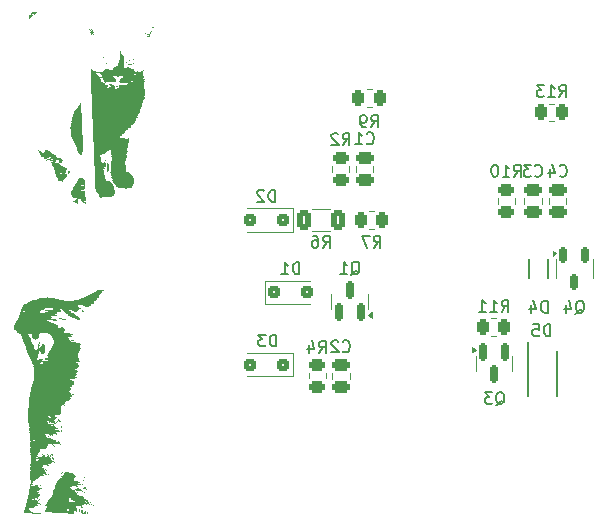
<source format=gbo>
%TF.GenerationSoftware,KiCad,Pcbnew,8.0.5*%
%TF.CreationDate,2024-11-25T00:57:53-06:00*%
%TF.ProjectId,ActivePrecharge,41637469-7665-4507-9265-636861726765,rev?*%
%TF.SameCoordinates,Original*%
%TF.FileFunction,Legend,Bot*%
%TF.FilePolarity,Positive*%
%FSLAX46Y46*%
G04 Gerber Fmt 4.6, Leading zero omitted, Abs format (unit mm)*
G04 Created by KiCad (PCBNEW 8.0.5) date 2024-11-25 00:57:53*
%MOMM*%
%LPD*%
G01*
G04 APERTURE LIST*
G04 Aperture macros list*
%AMRoundRect*
0 Rectangle with rounded corners*
0 $1 Rounding radius*
0 $2 $3 $4 $5 $6 $7 $8 $9 X,Y pos of 4 corners*
0 Add a 4 corners polygon primitive as box body*
4,1,4,$2,$3,$4,$5,$6,$7,$8,$9,$2,$3,0*
0 Add four circle primitives for the rounded corners*
1,1,$1+$1,$2,$3*
1,1,$1+$1,$4,$5*
1,1,$1+$1,$6,$7*
1,1,$1+$1,$8,$9*
0 Add four rect primitives between the rounded corners*
20,1,$1+$1,$2,$3,$4,$5,0*
20,1,$1+$1,$4,$5,$6,$7,0*
20,1,$1+$1,$6,$7,$8,$9,0*
20,1,$1+$1,$8,$9,$2,$3,0*%
G04 Aperture macros list end*
%ADD10C,0.150000*%
%ADD11C,0.000000*%
%ADD12C,0.120000*%
%ADD13C,0.200000*%
%ADD14RoundRect,0.150000X-0.150000X0.512500X-0.150000X-0.512500X0.150000X-0.512500X0.150000X0.512500X0*%
%ADD15C,1.270000*%
%ADD16C,1.700000*%
%ADD17C,3.000000*%
%ADD18C,3.200000*%
%ADD19RoundRect,0.150000X-0.150000X0.587500X-0.150000X-0.587500X0.150000X-0.587500X0.150000X0.587500X0*%
%ADD20RoundRect,0.150000X0.150000X-0.587500X0.150000X0.587500X-0.150000X0.587500X-0.150000X-0.587500X0*%
%ADD21RoundRect,0.250000X0.450000X-0.262500X0.450000X0.262500X-0.450000X0.262500X-0.450000X-0.262500X0*%
%ADD22RoundRect,0.250000X-0.312500X-0.625000X0.312500X-0.625000X0.312500X0.625000X-0.312500X0.625000X0*%
%ADD23R,1.220000X0.910000*%
%ADD24RoundRect,0.250000X0.300000X0.300000X-0.300000X0.300000X-0.300000X-0.300000X0.300000X-0.300000X0*%
%ADD25RoundRect,0.250000X0.475000X-0.250000X0.475000X0.250000X-0.475000X0.250000X-0.475000X-0.250000X0*%
%ADD26RoundRect,0.250000X-0.475000X0.250000X-0.475000X-0.250000X0.475000X-0.250000X0.475000X0.250000X0*%
%ADD27R,1.890000X1.140000*%
%ADD28RoundRect,0.250000X-0.262500X-0.450000X0.262500X-0.450000X0.262500X0.450000X-0.262500X0.450000X0*%
%ADD29RoundRect,0.250000X0.262500X0.450000X-0.262500X0.450000X-0.262500X-0.450000X0.262500X-0.450000X0*%
%ADD30RoundRect,0.250000X-0.450000X0.262500X-0.450000X-0.262500X0.450000X-0.262500X0.450000X0.262500X0*%
%ADD31RoundRect,0.250000X-0.300000X-0.300000X0.300000X-0.300000X0.300000X0.300000X-0.300000X0.300000X0*%
G04 APERTURE END LIST*
D10*
X138345238Y-101800057D02*
X138440476Y-101752438D01*
X138440476Y-101752438D02*
X138535714Y-101657200D01*
X138535714Y-101657200D02*
X138678571Y-101514342D01*
X138678571Y-101514342D02*
X138773809Y-101466723D01*
X138773809Y-101466723D02*
X138869047Y-101466723D01*
X138821428Y-101704819D02*
X138916666Y-101657200D01*
X138916666Y-101657200D02*
X139011904Y-101561961D01*
X139011904Y-101561961D02*
X139059523Y-101371485D01*
X139059523Y-101371485D02*
X139059523Y-101038152D01*
X139059523Y-101038152D02*
X139011904Y-100847676D01*
X139011904Y-100847676D02*
X138916666Y-100752438D01*
X138916666Y-100752438D02*
X138821428Y-100704819D01*
X138821428Y-100704819D02*
X138630952Y-100704819D01*
X138630952Y-100704819D02*
X138535714Y-100752438D01*
X138535714Y-100752438D02*
X138440476Y-100847676D01*
X138440476Y-100847676D02*
X138392857Y-101038152D01*
X138392857Y-101038152D02*
X138392857Y-101371485D01*
X138392857Y-101371485D02*
X138440476Y-101561961D01*
X138440476Y-101561961D02*
X138535714Y-101657200D01*
X138535714Y-101657200D02*
X138630952Y-101704819D01*
X138630952Y-101704819D02*
X138821428Y-101704819D01*
X137535714Y-101038152D02*
X137535714Y-101704819D01*
X137773809Y-100657200D02*
X138011904Y-101371485D01*
X138011904Y-101371485D02*
X137392857Y-101371485D01*
X131595238Y-109550057D02*
X131690476Y-109502438D01*
X131690476Y-109502438D02*
X131785714Y-109407200D01*
X131785714Y-109407200D02*
X131928571Y-109264342D01*
X131928571Y-109264342D02*
X132023809Y-109216723D01*
X132023809Y-109216723D02*
X132119047Y-109216723D01*
X132071428Y-109454819D02*
X132166666Y-109407200D01*
X132166666Y-109407200D02*
X132261904Y-109311961D01*
X132261904Y-109311961D02*
X132309523Y-109121485D01*
X132309523Y-109121485D02*
X132309523Y-108788152D01*
X132309523Y-108788152D02*
X132261904Y-108597676D01*
X132261904Y-108597676D02*
X132166666Y-108502438D01*
X132166666Y-108502438D02*
X132071428Y-108454819D01*
X132071428Y-108454819D02*
X131880952Y-108454819D01*
X131880952Y-108454819D02*
X131785714Y-108502438D01*
X131785714Y-108502438D02*
X131690476Y-108597676D01*
X131690476Y-108597676D02*
X131642857Y-108788152D01*
X131642857Y-108788152D02*
X131642857Y-109121485D01*
X131642857Y-109121485D02*
X131690476Y-109311961D01*
X131690476Y-109311961D02*
X131785714Y-109407200D01*
X131785714Y-109407200D02*
X131880952Y-109454819D01*
X131880952Y-109454819D02*
X132071428Y-109454819D01*
X131309523Y-108454819D02*
X130690476Y-108454819D01*
X130690476Y-108454819D02*
X131023809Y-108835771D01*
X131023809Y-108835771D02*
X130880952Y-108835771D01*
X130880952Y-108835771D02*
X130785714Y-108883390D01*
X130785714Y-108883390D02*
X130738095Y-108931009D01*
X130738095Y-108931009D02*
X130690476Y-109026247D01*
X130690476Y-109026247D02*
X130690476Y-109264342D01*
X130690476Y-109264342D02*
X130738095Y-109359580D01*
X130738095Y-109359580D02*
X130785714Y-109407200D01*
X130785714Y-109407200D02*
X130880952Y-109454819D01*
X130880952Y-109454819D02*
X131166666Y-109454819D01*
X131166666Y-109454819D02*
X131261904Y-109407200D01*
X131261904Y-109407200D02*
X131309523Y-109359580D01*
X119345238Y-98500057D02*
X119440476Y-98452438D01*
X119440476Y-98452438D02*
X119535714Y-98357200D01*
X119535714Y-98357200D02*
X119678571Y-98214342D01*
X119678571Y-98214342D02*
X119773809Y-98166723D01*
X119773809Y-98166723D02*
X119869047Y-98166723D01*
X119821428Y-98404819D02*
X119916666Y-98357200D01*
X119916666Y-98357200D02*
X120011904Y-98261961D01*
X120011904Y-98261961D02*
X120059523Y-98071485D01*
X120059523Y-98071485D02*
X120059523Y-97738152D01*
X120059523Y-97738152D02*
X120011904Y-97547676D01*
X120011904Y-97547676D02*
X119916666Y-97452438D01*
X119916666Y-97452438D02*
X119821428Y-97404819D01*
X119821428Y-97404819D02*
X119630952Y-97404819D01*
X119630952Y-97404819D02*
X119535714Y-97452438D01*
X119535714Y-97452438D02*
X119440476Y-97547676D01*
X119440476Y-97547676D02*
X119392857Y-97738152D01*
X119392857Y-97738152D02*
X119392857Y-98071485D01*
X119392857Y-98071485D02*
X119440476Y-98261961D01*
X119440476Y-98261961D02*
X119535714Y-98357200D01*
X119535714Y-98357200D02*
X119630952Y-98404819D01*
X119630952Y-98404819D02*
X119821428Y-98404819D01*
X118440476Y-98404819D02*
X119011904Y-98404819D01*
X118726190Y-98404819D02*
X118726190Y-97404819D01*
X118726190Y-97404819D02*
X118821428Y-97547676D01*
X118821428Y-97547676D02*
X118916666Y-97642914D01*
X118916666Y-97642914D02*
X119011904Y-97690533D01*
X118641666Y-87504819D02*
X118974999Y-87028628D01*
X119213094Y-87504819D02*
X119213094Y-86504819D01*
X119213094Y-86504819D02*
X118832142Y-86504819D01*
X118832142Y-86504819D02*
X118736904Y-86552438D01*
X118736904Y-86552438D02*
X118689285Y-86600057D01*
X118689285Y-86600057D02*
X118641666Y-86695295D01*
X118641666Y-86695295D02*
X118641666Y-86838152D01*
X118641666Y-86838152D02*
X118689285Y-86933390D01*
X118689285Y-86933390D02*
X118736904Y-86981009D01*
X118736904Y-86981009D02*
X118832142Y-87028628D01*
X118832142Y-87028628D02*
X119213094Y-87028628D01*
X118260713Y-86600057D02*
X118213094Y-86552438D01*
X118213094Y-86552438D02*
X118117856Y-86504819D01*
X118117856Y-86504819D02*
X117879761Y-86504819D01*
X117879761Y-86504819D02*
X117784523Y-86552438D01*
X117784523Y-86552438D02*
X117736904Y-86600057D01*
X117736904Y-86600057D02*
X117689285Y-86695295D01*
X117689285Y-86695295D02*
X117689285Y-86790533D01*
X117689285Y-86790533D02*
X117736904Y-86933390D01*
X117736904Y-86933390D02*
X118308332Y-87504819D01*
X118308332Y-87504819D02*
X117689285Y-87504819D01*
X116976666Y-96204819D02*
X117309999Y-95728628D01*
X117548094Y-96204819D02*
X117548094Y-95204819D01*
X117548094Y-95204819D02*
X117167142Y-95204819D01*
X117167142Y-95204819D02*
X117071904Y-95252438D01*
X117071904Y-95252438D02*
X117024285Y-95300057D01*
X117024285Y-95300057D02*
X116976666Y-95395295D01*
X116976666Y-95395295D02*
X116976666Y-95538152D01*
X116976666Y-95538152D02*
X117024285Y-95633390D01*
X117024285Y-95633390D02*
X117071904Y-95681009D01*
X117071904Y-95681009D02*
X117167142Y-95728628D01*
X117167142Y-95728628D02*
X117548094Y-95728628D01*
X116119523Y-95204819D02*
X116309999Y-95204819D01*
X116309999Y-95204819D02*
X116405237Y-95252438D01*
X116405237Y-95252438D02*
X116452856Y-95300057D01*
X116452856Y-95300057D02*
X116548094Y-95442914D01*
X116548094Y-95442914D02*
X116595713Y-95633390D01*
X116595713Y-95633390D02*
X116595713Y-96014342D01*
X116595713Y-96014342D02*
X116548094Y-96109580D01*
X116548094Y-96109580D02*
X116500475Y-96157200D01*
X116500475Y-96157200D02*
X116405237Y-96204819D01*
X116405237Y-96204819D02*
X116214761Y-96204819D01*
X116214761Y-96204819D02*
X116119523Y-96157200D01*
X116119523Y-96157200D02*
X116071904Y-96109580D01*
X116071904Y-96109580D02*
X116024285Y-96014342D01*
X116024285Y-96014342D02*
X116024285Y-95776247D01*
X116024285Y-95776247D02*
X116071904Y-95681009D01*
X116071904Y-95681009D02*
X116119523Y-95633390D01*
X116119523Y-95633390D02*
X116214761Y-95585771D01*
X116214761Y-95585771D02*
X116405237Y-95585771D01*
X116405237Y-95585771D02*
X116500475Y-95633390D01*
X116500475Y-95633390D02*
X116548094Y-95681009D01*
X116548094Y-95681009D02*
X116595713Y-95776247D01*
X135988094Y-101704819D02*
X135988094Y-100704819D01*
X135988094Y-100704819D02*
X135749999Y-100704819D01*
X135749999Y-100704819D02*
X135607142Y-100752438D01*
X135607142Y-100752438D02*
X135511904Y-100847676D01*
X135511904Y-100847676D02*
X135464285Y-100942914D01*
X135464285Y-100942914D02*
X135416666Y-101133390D01*
X135416666Y-101133390D02*
X135416666Y-101276247D01*
X135416666Y-101276247D02*
X135464285Y-101466723D01*
X135464285Y-101466723D02*
X135511904Y-101561961D01*
X135511904Y-101561961D02*
X135607142Y-101657200D01*
X135607142Y-101657200D02*
X135749999Y-101704819D01*
X135749999Y-101704819D02*
X135988094Y-101704819D01*
X134559523Y-101038152D02*
X134559523Y-101704819D01*
X134797618Y-100657200D02*
X135035713Y-101371485D01*
X135035713Y-101371485D02*
X134416666Y-101371485D01*
X113035594Y-104567319D02*
X113035594Y-103567319D01*
X113035594Y-103567319D02*
X112797499Y-103567319D01*
X112797499Y-103567319D02*
X112654642Y-103614938D01*
X112654642Y-103614938D02*
X112559404Y-103710176D01*
X112559404Y-103710176D02*
X112511785Y-103805414D01*
X112511785Y-103805414D02*
X112464166Y-103995890D01*
X112464166Y-103995890D02*
X112464166Y-104138747D01*
X112464166Y-104138747D02*
X112511785Y-104329223D01*
X112511785Y-104329223D02*
X112559404Y-104424461D01*
X112559404Y-104424461D02*
X112654642Y-104519700D01*
X112654642Y-104519700D02*
X112797499Y-104567319D01*
X112797499Y-104567319D02*
X113035594Y-104567319D01*
X112130832Y-103567319D02*
X111511785Y-103567319D01*
X111511785Y-103567319D02*
X111845118Y-103948271D01*
X111845118Y-103948271D02*
X111702261Y-103948271D01*
X111702261Y-103948271D02*
X111607023Y-103995890D01*
X111607023Y-103995890D02*
X111559404Y-104043509D01*
X111559404Y-104043509D02*
X111511785Y-104138747D01*
X111511785Y-104138747D02*
X111511785Y-104376842D01*
X111511785Y-104376842D02*
X111559404Y-104472080D01*
X111559404Y-104472080D02*
X111607023Y-104519700D01*
X111607023Y-104519700D02*
X111702261Y-104567319D01*
X111702261Y-104567319D02*
X111987975Y-104567319D01*
X111987975Y-104567319D02*
X112083213Y-104519700D01*
X112083213Y-104519700D02*
X112130832Y-104472080D01*
X137016666Y-90109580D02*
X137064285Y-90157200D01*
X137064285Y-90157200D02*
X137207142Y-90204819D01*
X137207142Y-90204819D02*
X137302380Y-90204819D01*
X137302380Y-90204819D02*
X137445237Y-90157200D01*
X137445237Y-90157200D02*
X137540475Y-90061961D01*
X137540475Y-90061961D02*
X137588094Y-89966723D01*
X137588094Y-89966723D02*
X137635713Y-89776247D01*
X137635713Y-89776247D02*
X137635713Y-89633390D01*
X137635713Y-89633390D02*
X137588094Y-89442914D01*
X137588094Y-89442914D02*
X137540475Y-89347676D01*
X137540475Y-89347676D02*
X137445237Y-89252438D01*
X137445237Y-89252438D02*
X137302380Y-89204819D01*
X137302380Y-89204819D02*
X137207142Y-89204819D01*
X137207142Y-89204819D02*
X137064285Y-89252438D01*
X137064285Y-89252438D02*
X137016666Y-89300057D01*
X136159523Y-89538152D02*
X136159523Y-90204819D01*
X136397618Y-89157200D02*
X136635713Y-89871485D01*
X136635713Y-89871485D02*
X136016666Y-89871485D01*
X120666666Y-87359580D02*
X120714285Y-87407200D01*
X120714285Y-87407200D02*
X120857142Y-87454819D01*
X120857142Y-87454819D02*
X120952380Y-87454819D01*
X120952380Y-87454819D02*
X121095237Y-87407200D01*
X121095237Y-87407200D02*
X121190475Y-87311961D01*
X121190475Y-87311961D02*
X121238094Y-87216723D01*
X121238094Y-87216723D02*
X121285713Y-87026247D01*
X121285713Y-87026247D02*
X121285713Y-86883390D01*
X121285713Y-86883390D02*
X121238094Y-86692914D01*
X121238094Y-86692914D02*
X121190475Y-86597676D01*
X121190475Y-86597676D02*
X121095237Y-86502438D01*
X121095237Y-86502438D02*
X120952380Y-86454819D01*
X120952380Y-86454819D02*
X120857142Y-86454819D01*
X120857142Y-86454819D02*
X120714285Y-86502438D01*
X120714285Y-86502438D02*
X120666666Y-86550057D01*
X119714285Y-87454819D02*
X120285713Y-87454819D01*
X119999999Y-87454819D02*
X119999999Y-86454819D01*
X119999999Y-86454819D02*
X120095237Y-86597676D01*
X120095237Y-86597676D02*
X120190475Y-86692914D01*
X120190475Y-86692914D02*
X120285713Y-86740533D01*
X118644166Y-104972080D02*
X118691785Y-105019700D01*
X118691785Y-105019700D02*
X118834642Y-105067319D01*
X118834642Y-105067319D02*
X118929880Y-105067319D01*
X118929880Y-105067319D02*
X119072737Y-105019700D01*
X119072737Y-105019700D02*
X119167975Y-104924461D01*
X119167975Y-104924461D02*
X119215594Y-104829223D01*
X119215594Y-104829223D02*
X119263213Y-104638747D01*
X119263213Y-104638747D02*
X119263213Y-104495890D01*
X119263213Y-104495890D02*
X119215594Y-104305414D01*
X119215594Y-104305414D02*
X119167975Y-104210176D01*
X119167975Y-104210176D02*
X119072737Y-104114938D01*
X119072737Y-104114938D02*
X118929880Y-104067319D01*
X118929880Y-104067319D02*
X118834642Y-104067319D01*
X118834642Y-104067319D02*
X118691785Y-104114938D01*
X118691785Y-104114938D02*
X118644166Y-104162557D01*
X118263213Y-104162557D02*
X118215594Y-104114938D01*
X118215594Y-104114938D02*
X118120356Y-104067319D01*
X118120356Y-104067319D02*
X117882261Y-104067319D01*
X117882261Y-104067319D02*
X117787023Y-104114938D01*
X117787023Y-104114938D02*
X117739404Y-104162557D01*
X117739404Y-104162557D02*
X117691785Y-104257795D01*
X117691785Y-104257795D02*
X117691785Y-104353033D01*
X117691785Y-104353033D02*
X117739404Y-104495890D01*
X117739404Y-104495890D02*
X118310832Y-105067319D01*
X118310832Y-105067319D02*
X117691785Y-105067319D01*
X136238094Y-103704819D02*
X136238094Y-102704819D01*
X136238094Y-102704819D02*
X135999999Y-102704819D01*
X135999999Y-102704819D02*
X135857142Y-102752438D01*
X135857142Y-102752438D02*
X135761904Y-102847676D01*
X135761904Y-102847676D02*
X135714285Y-102942914D01*
X135714285Y-102942914D02*
X135666666Y-103133390D01*
X135666666Y-103133390D02*
X135666666Y-103276247D01*
X135666666Y-103276247D02*
X135714285Y-103466723D01*
X135714285Y-103466723D02*
X135761904Y-103561961D01*
X135761904Y-103561961D02*
X135857142Y-103657200D01*
X135857142Y-103657200D02*
X135999999Y-103704819D01*
X135999999Y-103704819D02*
X136238094Y-103704819D01*
X134761904Y-102704819D02*
X135238094Y-102704819D01*
X135238094Y-102704819D02*
X135285713Y-103181009D01*
X135285713Y-103181009D02*
X135238094Y-103133390D01*
X135238094Y-103133390D02*
X135142856Y-103085771D01*
X135142856Y-103085771D02*
X134904761Y-103085771D01*
X134904761Y-103085771D02*
X134809523Y-103133390D01*
X134809523Y-103133390D02*
X134761904Y-103181009D01*
X134761904Y-103181009D02*
X134714285Y-103276247D01*
X134714285Y-103276247D02*
X134714285Y-103514342D01*
X134714285Y-103514342D02*
X134761904Y-103609580D01*
X134761904Y-103609580D02*
X134809523Y-103657200D01*
X134809523Y-103657200D02*
X134904761Y-103704819D01*
X134904761Y-103704819D02*
X135142856Y-103704819D01*
X135142856Y-103704819D02*
X135238094Y-103657200D01*
X135238094Y-103657200D02*
X135285713Y-103609580D01*
X134916666Y-90109580D02*
X134964285Y-90157200D01*
X134964285Y-90157200D02*
X135107142Y-90204819D01*
X135107142Y-90204819D02*
X135202380Y-90204819D01*
X135202380Y-90204819D02*
X135345237Y-90157200D01*
X135345237Y-90157200D02*
X135440475Y-90061961D01*
X135440475Y-90061961D02*
X135488094Y-89966723D01*
X135488094Y-89966723D02*
X135535713Y-89776247D01*
X135535713Y-89776247D02*
X135535713Y-89633390D01*
X135535713Y-89633390D02*
X135488094Y-89442914D01*
X135488094Y-89442914D02*
X135440475Y-89347676D01*
X135440475Y-89347676D02*
X135345237Y-89252438D01*
X135345237Y-89252438D02*
X135202380Y-89204819D01*
X135202380Y-89204819D02*
X135107142Y-89204819D01*
X135107142Y-89204819D02*
X134964285Y-89252438D01*
X134964285Y-89252438D02*
X134916666Y-89300057D01*
X134583332Y-89204819D02*
X133964285Y-89204819D01*
X133964285Y-89204819D02*
X134297618Y-89585771D01*
X134297618Y-89585771D02*
X134154761Y-89585771D01*
X134154761Y-89585771D02*
X134059523Y-89633390D01*
X134059523Y-89633390D02*
X134011904Y-89681009D01*
X134011904Y-89681009D02*
X133964285Y-89776247D01*
X133964285Y-89776247D02*
X133964285Y-90014342D01*
X133964285Y-90014342D02*
X134011904Y-90109580D01*
X134011904Y-90109580D02*
X134059523Y-90157200D01*
X134059523Y-90157200D02*
X134154761Y-90204819D01*
X134154761Y-90204819D02*
X134440475Y-90204819D01*
X134440475Y-90204819D02*
X134535713Y-90157200D01*
X134535713Y-90157200D02*
X134583332Y-90109580D01*
X132092857Y-101642319D02*
X132426190Y-101166128D01*
X132664285Y-101642319D02*
X132664285Y-100642319D01*
X132664285Y-100642319D02*
X132283333Y-100642319D01*
X132283333Y-100642319D02*
X132188095Y-100689938D01*
X132188095Y-100689938D02*
X132140476Y-100737557D01*
X132140476Y-100737557D02*
X132092857Y-100832795D01*
X132092857Y-100832795D02*
X132092857Y-100975652D01*
X132092857Y-100975652D02*
X132140476Y-101070890D01*
X132140476Y-101070890D02*
X132188095Y-101118509D01*
X132188095Y-101118509D02*
X132283333Y-101166128D01*
X132283333Y-101166128D02*
X132664285Y-101166128D01*
X131140476Y-101642319D02*
X131711904Y-101642319D01*
X131426190Y-101642319D02*
X131426190Y-100642319D01*
X131426190Y-100642319D02*
X131521428Y-100785176D01*
X131521428Y-100785176D02*
X131616666Y-100880414D01*
X131616666Y-100880414D02*
X131711904Y-100928033D01*
X130188095Y-101642319D02*
X130759523Y-101642319D01*
X130473809Y-101642319D02*
X130473809Y-100642319D01*
X130473809Y-100642319D02*
X130569047Y-100785176D01*
X130569047Y-100785176D02*
X130664285Y-100880414D01*
X130664285Y-100880414D02*
X130759523Y-100928033D01*
X121266666Y-96204819D02*
X121599999Y-95728628D01*
X121838094Y-96204819D02*
X121838094Y-95204819D01*
X121838094Y-95204819D02*
X121457142Y-95204819D01*
X121457142Y-95204819D02*
X121361904Y-95252438D01*
X121361904Y-95252438D02*
X121314285Y-95300057D01*
X121314285Y-95300057D02*
X121266666Y-95395295D01*
X121266666Y-95395295D02*
X121266666Y-95538152D01*
X121266666Y-95538152D02*
X121314285Y-95633390D01*
X121314285Y-95633390D02*
X121361904Y-95681009D01*
X121361904Y-95681009D02*
X121457142Y-95728628D01*
X121457142Y-95728628D02*
X121838094Y-95728628D01*
X120933332Y-95204819D02*
X120266666Y-95204819D01*
X120266666Y-95204819D02*
X120695237Y-96204819D01*
X136980357Y-83454819D02*
X137313690Y-82978628D01*
X137551785Y-83454819D02*
X137551785Y-82454819D01*
X137551785Y-82454819D02*
X137170833Y-82454819D01*
X137170833Y-82454819D02*
X137075595Y-82502438D01*
X137075595Y-82502438D02*
X137027976Y-82550057D01*
X137027976Y-82550057D02*
X136980357Y-82645295D01*
X136980357Y-82645295D02*
X136980357Y-82788152D01*
X136980357Y-82788152D02*
X137027976Y-82883390D01*
X137027976Y-82883390D02*
X137075595Y-82931009D01*
X137075595Y-82931009D02*
X137170833Y-82978628D01*
X137170833Y-82978628D02*
X137551785Y-82978628D01*
X136027976Y-83454819D02*
X136599404Y-83454819D01*
X136313690Y-83454819D02*
X136313690Y-82454819D01*
X136313690Y-82454819D02*
X136408928Y-82597676D01*
X136408928Y-82597676D02*
X136504166Y-82692914D01*
X136504166Y-82692914D02*
X136599404Y-82740533D01*
X135694642Y-82454819D02*
X135075595Y-82454819D01*
X135075595Y-82454819D02*
X135408928Y-82835771D01*
X135408928Y-82835771D02*
X135266071Y-82835771D01*
X135266071Y-82835771D02*
X135170833Y-82883390D01*
X135170833Y-82883390D02*
X135123214Y-82931009D01*
X135123214Y-82931009D02*
X135075595Y-83026247D01*
X135075595Y-83026247D02*
X135075595Y-83264342D01*
X135075595Y-83264342D02*
X135123214Y-83359580D01*
X135123214Y-83359580D02*
X135170833Y-83407200D01*
X135170833Y-83407200D02*
X135266071Y-83454819D01*
X135266071Y-83454819D02*
X135551785Y-83454819D01*
X135551785Y-83454819D02*
X135647023Y-83407200D01*
X135647023Y-83407200D02*
X135694642Y-83359580D01*
X112925594Y-92317319D02*
X112925594Y-91317319D01*
X112925594Y-91317319D02*
X112687499Y-91317319D01*
X112687499Y-91317319D02*
X112544642Y-91364938D01*
X112544642Y-91364938D02*
X112449404Y-91460176D01*
X112449404Y-91460176D02*
X112401785Y-91555414D01*
X112401785Y-91555414D02*
X112354166Y-91745890D01*
X112354166Y-91745890D02*
X112354166Y-91888747D01*
X112354166Y-91888747D02*
X112401785Y-92079223D01*
X112401785Y-92079223D02*
X112449404Y-92174461D01*
X112449404Y-92174461D02*
X112544642Y-92269700D01*
X112544642Y-92269700D02*
X112687499Y-92317319D01*
X112687499Y-92317319D02*
X112925594Y-92317319D01*
X111973213Y-91412557D02*
X111925594Y-91364938D01*
X111925594Y-91364938D02*
X111830356Y-91317319D01*
X111830356Y-91317319D02*
X111592261Y-91317319D01*
X111592261Y-91317319D02*
X111497023Y-91364938D01*
X111497023Y-91364938D02*
X111449404Y-91412557D01*
X111449404Y-91412557D02*
X111401785Y-91507795D01*
X111401785Y-91507795D02*
X111401785Y-91603033D01*
X111401785Y-91603033D02*
X111449404Y-91745890D01*
X111449404Y-91745890D02*
X112020832Y-92317319D01*
X112020832Y-92317319D02*
X111401785Y-92317319D01*
X121056666Y-86004819D02*
X121389999Y-85528628D01*
X121628094Y-86004819D02*
X121628094Y-85004819D01*
X121628094Y-85004819D02*
X121247142Y-85004819D01*
X121247142Y-85004819D02*
X121151904Y-85052438D01*
X121151904Y-85052438D02*
X121104285Y-85100057D01*
X121104285Y-85100057D02*
X121056666Y-85195295D01*
X121056666Y-85195295D02*
X121056666Y-85338152D01*
X121056666Y-85338152D02*
X121104285Y-85433390D01*
X121104285Y-85433390D02*
X121151904Y-85481009D01*
X121151904Y-85481009D02*
X121247142Y-85528628D01*
X121247142Y-85528628D02*
X121628094Y-85528628D01*
X120580475Y-86004819D02*
X120389999Y-86004819D01*
X120389999Y-86004819D02*
X120294761Y-85957200D01*
X120294761Y-85957200D02*
X120247142Y-85909580D01*
X120247142Y-85909580D02*
X120151904Y-85766723D01*
X120151904Y-85766723D02*
X120104285Y-85576247D01*
X120104285Y-85576247D02*
X120104285Y-85195295D01*
X120104285Y-85195295D02*
X120151904Y-85100057D01*
X120151904Y-85100057D02*
X120199523Y-85052438D01*
X120199523Y-85052438D02*
X120294761Y-85004819D01*
X120294761Y-85004819D02*
X120485237Y-85004819D01*
X120485237Y-85004819D02*
X120580475Y-85052438D01*
X120580475Y-85052438D02*
X120628094Y-85100057D01*
X120628094Y-85100057D02*
X120675713Y-85195295D01*
X120675713Y-85195295D02*
X120675713Y-85433390D01*
X120675713Y-85433390D02*
X120628094Y-85528628D01*
X120628094Y-85528628D02*
X120580475Y-85576247D01*
X120580475Y-85576247D02*
X120485237Y-85623866D01*
X120485237Y-85623866D02*
X120294761Y-85623866D01*
X120294761Y-85623866D02*
X120199523Y-85576247D01*
X120199523Y-85576247D02*
X120151904Y-85528628D01*
X120151904Y-85528628D02*
X120104285Y-85433390D01*
X116624166Y-105117319D02*
X116957499Y-104641128D01*
X117195594Y-105117319D02*
X117195594Y-104117319D01*
X117195594Y-104117319D02*
X116814642Y-104117319D01*
X116814642Y-104117319D02*
X116719404Y-104164938D01*
X116719404Y-104164938D02*
X116671785Y-104212557D01*
X116671785Y-104212557D02*
X116624166Y-104307795D01*
X116624166Y-104307795D02*
X116624166Y-104450652D01*
X116624166Y-104450652D02*
X116671785Y-104545890D01*
X116671785Y-104545890D02*
X116719404Y-104593509D01*
X116719404Y-104593509D02*
X116814642Y-104641128D01*
X116814642Y-104641128D02*
X117195594Y-104641128D01*
X115767023Y-104450652D02*
X115767023Y-105117319D01*
X116005118Y-104069700D02*
X116243213Y-104783985D01*
X116243213Y-104783985D02*
X115624166Y-104783985D01*
X133142857Y-90204819D02*
X133476190Y-89728628D01*
X133714285Y-90204819D02*
X133714285Y-89204819D01*
X133714285Y-89204819D02*
X133333333Y-89204819D01*
X133333333Y-89204819D02*
X133238095Y-89252438D01*
X133238095Y-89252438D02*
X133190476Y-89300057D01*
X133190476Y-89300057D02*
X133142857Y-89395295D01*
X133142857Y-89395295D02*
X133142857Y-89538152D01*
X133142857Y-89538152D02*
X133190476Y-89633390D01*
X133190476Y-89633390D02*
X133238095Y-89681009D01*
X133238095Y-89681009D02*
X133333333Y-89728628D01*
X133333333Y-89728628D02*
X133714285Y-89728628D01*
X132190476Y-90204819D02*
X132761904Y-90204819D01*
X132476190Y-90204819D02*
X132476190Y-89204819D01*
X132476190Y-89204819D02*
X132571428Y-89347676D01*
X132571428Y-89347676D02*
X132666666Y-89442914D01*
X132666666Y-89442914D02*
X132761904Y-89490533D01*
X131571428Y-89204819D02*
X131476190Y-89204819D01*
X131476190Y-89204819D02*
X131380952Y-89252438D01*
X131380952Y-89252438D02*
X131333333Y-89300057D01*
X131333333Y-89300057D02*
X131285714Y-89395295D01*
X131285714Y-89395295D02*
X131238095Y-89585771D01*
X131238095Y-89585771D02*
X131238095Y-89823866D01*
X131238095Y-89823866D02*
X131285714Y-90014342D01*
X131285714Y-90014342D02*
X131333333Y-90109580D01*
X131333333Y-90109580D02*
X131380952Y-90157200D01*
X131380952Y-90157200D02*
X131476190Y-90204819D01*
X131476190Y-90204819D02*
X131571428Y-90204819D01*
X131571428Y-90204819D02*
X131666666Y-90157200D01*
X131666666Y-90157200D02*
X131714285Y-90109580D01*
X131714285Y-90109580D02*
X131761904Y-90014342D01*
X131761904Y-90014342D02*
X131809523Y-89823866D01*
X131809523Y-89823866D02*
X131809523Y-89585771D01*
X131809523Y-89585771D02*
X131761904Y-89395295D01*
X131761904Y-89395295D02*
X131714285Y-89300057D01*
X131714285Y-89300057D02*
X131666666Y-89252438D01*
X131666666Y-89252438D02*
X131571428Y-89204819D01*
X114975594Y-98454819D02*
X114975594Y-97454819D01*
X114975594Y-97454819D02*
X114737499Y-97454819D01*
X114737499Y-97454819D02*
X114594642Y-97502438D01*
X114594642Y-97502438D02*
X114499404Y-97597676D01*
X114499404Y-97597676D02*
X114451785Y-97692914D01*
X114451785Y-97692914D02*
X114404166Y-97883390D01*
X114404166Y-97883390D02*
X114404166Y-98026247D01*
X114404166Y-98026247D02*
X114451785Y-98216723D01*
X114451785Y-98216723D02*
X114499404Y-98311961D01*
X114499404Y-98311961D02*
X114594642Y-98407200D01*
X114594642Y-98407200D02*
X114737499Y-98454819D01*
X114737499Y-98454819D02*
X114975594Y-98454819D01*
X113451785Y-98454819D02*
X114023213Y-98454819D01*
X113737499Y-98454819D02*
X113737499Y-97454819D01*
X113737499Y-97454819D02*
X113832737Y-97597676D01*
X113832737Y-97597676D02*
X113927975Y-97692914D01*
X113927975Y-97692914D02*
X114023213Y-97740533D01*
D11*
%TO.C,G\u002A\u002A\u002A*%
G36*
X96795408Y-90508302D02*
G01*
X96805511Y-90580951D01*
X96808248Y-90600629D01*
X96811834Y-90640566D01*
X96813798Y-90662434D01*
X96815875Y-90707128D01*
X96816906Y-90729315D01*
X96819736Y-90790201D01*
X96819846Y-90866876D01*
X96819923Y-90920312D01*
X96819280Y-90935958D01*
X96814938Y-91041664D01*
X96813845Y-91053249D01*
X96807565Y-91119811D01*
X96805362Y-91143154D01*
X96793361Y-91205445D01*
X96782695Y-91186662D01*
X96735483Y-91184031D01*
X96724902Y-91186157D01*
X96614113Y-91209428D01*
X96546117Y-91226572D01*
X96511917Y-91240259D01*
X96502516Y-91253158D01*
X96513498Y-91269627D01*
X96555376Y-91287015D01*
X96603655Y-91291907D01*
X96631202Y-91278880D01*
X96631410Y-91278296D01*
X96658424Y-91256624D01*
X96696314Y-91255657D01*
X96715514Y-91276300D01*
X96715179Y-91280474D01*
X96694366Y-91315541D01*
X96657701Y-91342373D01*
X96628305Y-91343224D01*
X96616970Y-91338472D01*
X96577506Y-91349704D01*
X96560680Y-91358997D01*
X96518047Y-91372339D01*
X96506529Y-91376022D01*
X96481312Y-91409733D01*
X96478571Y-91426190D01*
X96494313Y-91431066D01*
X96525516Y-91436240D01*
X96544909Y-91452620D01*
X96568728Y-91472739D01*
X96574670Y-91479245D01*
X96601097Y-91508183D01*
X96620960Y-91512433D01*
X96637181Y-91478031D01*
X96644565Y-91459033D01*
X96658926Y-91441688D01*
X96675568Y-91472589D01*
X96676581Y-91475031D01*
X96705182Y-91515231D01*
X96730781Y-91504753D01*
X96747027Y-91445964D01*
X96755451Y-91372746D01*
X96799850Y-91439308D01*
X96802869Y-91444437D01*
X96821090Y-91500880D01*
X96837554Y-91591307D01*
X96840161Y-91612369D01*
X96846479Y-91663400D01*
X96851613Y-91704871D01*
X96856192Y-91757234D01*
X96860093Y-91801846D01*
X96862150Y-91825367D01*
X96862619Y-91830725D01*
X96869923Y-91958020D01*
X96872878Y-92075911D01*
X96870835Y-92173548D01*
X96863147Y-92240085D01*
X96849164Y-92264675D01*
X96830274Y-92252777D01*
X96832140Y-92201324D01*
X96834561Y-92154637D01*
X96799381Y-92074857D01*
X96772141Y-92025947D01*
X96761527Y-91922536D01*
X96762251Y-91916267D01*
X96762061Y-91859106D01*
X96743923Y-91850889D01*
X96736007Y-91860543D01*
X96727095Y-91891929D01*
X96721334Y-91912220D01*
X96715514Y-91988258D01*
X96716548Y-92030513D01*
X96725986Y-92083144D01*
X96746253Y-92089072D01*
X96761132Y-92082594D01*
X96757994Y-92100813D01*
X96752767Y-92114889D01*
X96770079Y-92131551D01*
X96787643Y-92144952D01*
X96784455Y-92198113D01*
X96783626Y-92204209D01*
X96777895Y-92246324D01*
X96782626Y-92317554D01*
X96800177Y-92374507D01*
X96826471Y-92397799D01*
X96832813Y-92397008D01*
X96838654Y-92376559D01*
X96835385Y-92360902D01*
X96849987Y-92316653D01*
X96860243Y-92306708D01*
X96871145Y-92329142D01*
X96874855Y-92402236D01*
X96874321Y-92430034D01*
X96863794Y-92504600D01*
X96841982Y-92538423D01*
X96802396Y-92544613D01*
X96785450Y-92525694D01*
X96813764Y-92489276D01*
X96835852Y-92471858D01*
X96843522Y-92455424D01*
X96802044Y-92451895D01*
X96764710Y-92444901D01*
X96742139Y-92421575D01*
X96736395Y-92408598D01*
X96702202Y-92407427D01*
X96679905Y-92410511D01*
X96662265Y-92383651D01*
X96659643Y-92366088D01*
X96637811Y-92344549D01*
X96621196Y-92337665D01*
X96583354Y-92294813D01*
X96544434Y-92227485D01*
X96513699Y-92152948D01*
X96509528Y-92132704D01*
X96647718Y-92132704D01*
X96656356Y-92206827D01*
X96670282Y-92260210D01*
X96695162Y-92295056D01*
X96719354Y-92280603D01*
X96735537Y-92216004D01*
X96736112Y-92204209D01*
X96726116Y-92149343D01*
X96702767Y-92098623D01*
X96675182Y-92067792D01*
X96652480Y-92072594D01*
X96649554Y-92080843D01*
X96647718Y-92132704D01*
X96509528Y-92132704D01*
X96500414Y-92088472D01*
X96500287Y-92084531D01*
X96494715Y-92043331D01*
X96484883Y-92045021D01*
X96483846Y-92047461D01*
X96451034Y-92076844D01*
X96413767Y-92067580D01*
X96396017Y-92025052D01*
X96391025Y-91994102D01*
X96369392Y-91971803D01*
X96356669Y-91966723D01*
X96342768Y-91930294D01*
X96338670Y-91911340D01*
X96314584Y-91906204D01*
X96299680Y-91937179D01*
X96302181Y-91995468D01*
X96304886Y-92010062D01*
X96297849Y-92071240D01*
X96250490Y-92130698D01*
X96231332Y-92150100D01*
X96192206Y-92206063D01*
X96184835Y-92248100D01*
X96209872Y-92263104D01*
X96212493Y-92264675D01*
X96225516Y-92270542D01*
X96226520Y-92304928D01*
X96223853Y-92347753D01*
X96241308Y-92411539D01*
X96257531Y-92460765D01*
X96255524Y-92493918D01*
X96253123Y-92495537D01*
X96214376Y-92493656D01*
X96148878Y-92474401D01*
X96074154Y-92444634D01*
X96007732Y-92411218D01*
X95967139Y-92381013D01*
X95950309Y-92366454D01*
X95885501Y-92346646D01*
X95812039Y-92352807D01*
X95757024Y-92384486D01*
X95747708Y-92395044D01*
X95710376Y-92422456D01*
X95693746Y-92413736D01*
X95709467Y-92371953D01*
X95750498Y-92328933D01*
X95816191Y-92288848D01*
X95833926Y-92279559D01*
X96103145Y-92279559D01*
X96103837Y-92282216D01*
X96129770Y-92291300D01*
X96137067Y-92290216D01*
X96156395Y-92263104D01*
X96154304Y-92253474D01*
X96129770Y-92251363D01*
X96121802Y-92256827D01*
X96103145Y-92279559D01*
X95833926Y-92279559D01*
X95868321Y-92261544D01*
X95890147Y-92238681D01*
X95899449Y-92225275D01*
X95942932Y-92189148D01*
X96009959Y-92143415D01*
X96076813Y-92094340D01*
X96121163Y-92046363D01*
X96131093Y-92011738D01*
X96101574Y-91998428D01*
X96091944Y-92000518D01*
X96089833Y-92025052D01*
X96093333Y-92047734D01*
X96068752Y-92047848D01*
X96031864Y-92022995D01*
X96016630Y-91982058D01*
X96023767Y-91903042D01*
X96025989Y-91892386D01*
X96026027Y-91891929D01*
X96076520Y-91891929D01*
X96077294Y-91898293D01*
X96103145Y-91918553D01*
X96109509Y-91917780D01*
X96129770Y-91891929D01*
X96128996Y-91885565D01*
X96103145Y-91865304D01*
X96096781Y-91866078D01*
X96076520Y-91891929D01*
X96026027Y-91891929D01*
X96031149Y-91830208D01*
X96030741Y-91828938D01*
X96240978Y-91828938D01*
X96262894Y-91838679D01*
X96276989Y-91836758D01*
X96279619Y-91825367D01*
X96609015Y-91825367D01*
X96622328Y-91838679D01*
X96635640Y-91825367D01*
X96622328Y-91812054D01*
X96613453Y-91820929D01*
X96609015Y-91825367D01*
X96279619Y-91825367D01*
X96280643Y-91820929D01*
X96276741Y-91817743D01*
X96245144Y-91820929D01*
X96240978Y-91828938D01*
X96030741Y-91828938D01*
X96020499Y-91797029D01*
X96004711Y-91803460D01*
X95998116Y-91838679D01*
X95996646Y-91846532D01*
X95996076Y-91855339D01*
X95973035Y-91920042D01*
X95944033Y-91961489D01*
X95926725Y-91986224D01*
X95912924Y-92001013D01*
X95872287Y-92038865D01*
X95846934Y-92041451D01*
X95821028Y-92012746D01*
X95809673Y-91994571D01*
X95798655Y-91971803D01*
X95836898Y-91971803D01*
X95837203Y-91977828D01*
X95848639Y-91998428D01*
X95852910Y-91997202D01*
X95876835Y-91971803D01*
X95880995Y-91961489D01*
X95865094Y-91945178D01*
X95857366Y-91946201D01*
X95836898Y-91971803D01*
X95798655Y-91971803D01*
X95774996Y-91922913D01*
X95734487Y-91824832D01*
X95842586Y-91824832D01*
X95845773Y-91856429D01*
X95853781Y-91860594D01*
X95863522Y-91838679D01*
X95861601Y-91824584D01*
X95845773Y-91820929D01*
X95842586Y-91824832D01*
X95734487Y-91824832D01*
X95734175Y-91824076D01*
X95721187Y-91789122D01*
X96316143Y-91789122D01*
X96332650Y-91804197D01*
X96382705Y-91812054D01*
X96426412Y-91809529D01*
X96449267Y-91801846D01*
X96432590Y-91791918D01*
X96382705Y-91778913D01*
X96338295Y-91776311D01*
X96316143Y-91789122D01*
X95721187Y-91789122D01*
X95715452Y-91773689D01*
X96688889Y-91773689D01*
X96689582Y-91776346D01*
X96715514Y-91785430D01*
X96722812Y-91784346D01*
X96742139Y-91757234D01*
X96740048Y-91747604D01*
X96715514Y-91745493D01*
X96707546Y-91750957D01*
X96688889Y-91773689D01*
X95715452Y-91773689D01*
X95704975Y-91745493D01*
X96023271Y-91745493D01*
X96036583Y-91758805D01*
X96049896Y-91745493D01*
X96036583Y-91732180D01*
X96023271Y-91745493D01*
X95704975Y-91745493D01*
X95693562Y-91714780D01*
X95682245Y-91680544D01*
X95795059Y-91680544D01*
X95795079Y-91692551D01*
X95797919Y-91725607D01*
X95811882Y-91718278D01*
X95829660Y-91692243D01*
X95916772Y-91692243D01*
X95930084Y-91705556D01*
X95943397Y-91692243D01*
X95930084Y-91678931D01*
X95916772Y-91692243D01*
X95829660Y-91692243D01*
X95845918Y-91668433D01*
X95849472Y-91662710D01*
X96506699Y-91662710D01*
X96511967Y-91692243D01*
X96513055Y-91698345D01*
X96522144Y-91697932D01*
X96527039Y-91663400D01*
X96522775Y-91637229D01*
X96510953Y-91647314D01*
X96506699Y-91662710D01*
X95849472Y-91662710D01*
X95868905Y-91631413D01*
X95871395Y-91612446D01*
X95841373Y-91616797D01*
X95815700Y-91632229D01*
X95795059Y-91680544D01*
X95682245Y-91680544D01*
X95659506Y-91611750D01*
X95650531Y-91577781D01*
X96043323Y-91577781D01*
X96046875Y-91601165D01*
X96093223Y-91612369D01*
X96132193Y-91605916D01*
X96147532Y-91585744D01*
X96120167Y-91557830D01*
X96110944Y-91556877D01*
X96623620Y-91556877D01*
X96625481Y-91584361D01*
X96626095Y-91585744D01*
X96634075Y-91603715D01*
X96642198Y-91612446D01*
X96653709Y-91624819D01*
X96658112Y-91612369D01*
X96715514Y-91612369D01*
X96728826Y-91625681D01*
X96742139Y-91612369D01*
X96728826Y-91599057D01*
X96727255Y-91600628D01*
X96715514Y-91612369D01*
X96658112Y-91612369D01*
X96662265Y-91600628D01*
X96661318Y-91593396D01*
X96635945Y-91559308D01*
X96623620Y-91556877D01*
X96110944Y-91556877D01*
X96075165Y-91553180D01*
X96043323Y-91577781D01*
X95650531Y-91577781D01*
X95638358Y-91531709D01*
X95636999Y-91524132D01*
X95635532Y-91498816D01*
X95638752Y-91479245D01*
X95970021Y-91479245D01*
X95983334Y-91492558D01*
X95996646Y-91479245D01*
X95983334Y-91465933D01*
X95970021Y-91479245D01*
X95638752Y-91479245D01*
X95640475Y-91468771D01*
X95646201Y-91452620D01*
X96156395Y-91452620D01*
X96169707Y-91465933D01*
X96183019Y-91452620D01*
X96169707Y-91439308D01*
X96156395Y-91452620D01*
X95646201Y-91452620D01*
X95654368Y-91429582D01*
X95679752Y-91376832D01*
X95719168Y-91306103D01*
X95775157Y-91212979D01*
X95833499Y-91119811D01*
X96529141Y-91119811D01*
X96530224Y-91127109D01*
X96557337Y-91146436D01*
X96566967Y-91144346D01*
X96569078Y-91119811D01*
X96563613Y-91111843D01*
X96540882Y-91093187D01*
X96538225Y-91093879D01*
X96529141Y-91119811D01*
X95833499Y-91119811D01*
X95850260Y-91093044D01*
X95875732Y-91053249D01*
X96555766Y-91053249D01*
X96569078Y-91066562D01*
X96582390Y-91053249D01*
X96569078Y-91039937D01*
X96555766Y-91053249D01*
X95875732Y-91053249D01*
X95947017Y-90941880D01*
X95949515Y-90938022D01*
X96497403Y-90938022D01*
X96537281Y-90958765D01*
X96612907Y-90972088D01*
X96692109Y-90970003D01*
X96748136Y-90951112D01*
X96764620Y-90935958D01*
X96761882Y-90923068D01*
X96721826Y-90917764D01*
X96636524Y-90917672D01*
X96566059Y-90920826D01*
X96511332Y-90928262D01*
X96497403Y-90938022D01*
X95949515Y-90938022D01*
X95995580Y-90866876D01*
X96635640Y-90866876D01*
X96648952Y-90880189D01*
X96662265Y-90866876D01*
X96648952Y-90853564D01*
X96635640Y-90866876D01*
X95995580Y-90866876D01*
X96067970Y-90755071D01*
X96079524Y-90737323D01*
X96533850Y-90737323D01*
X96555766Y-90747065D01*
X96569861Y-90745143D01*
X96573515Y-90729315D01*
X96569613Y-90726129D01*
X96538016Y-90729315D01*
X96533850Y-90737323D01*
X96079524Y-90737323D01*
X96099180Y-90707128D01*
X96715514Y-90707128D01*
X96728826Y-90720440D01*
X96742139Y-90707128D01*
X96728826Y-90693815D01*
X96715514Y-90707128D01*
X96099180Y-90707128D01*
X96142511Y-90640566D01*
X96648952Y-90640566D01*
X96654402Y-90647837D01*
X96690461Y-90667191D01*
X96696405Y-90666429D01*
X96715514Y-90640566D01*
X96710434Y-90627842D01*
X96674006Y-90613941D01*
X96654988Y-90617773D01*
X96648952Y-90640566D01*
X96142511Y-90640566D01*
X96187647Y-90571231D01*
X96536352Y-90571231D01*
X96536764Y-90580319D01*
X96571297Y-90585215D01*
X96597467Y-90580951D01*
X96587383Y-90569129D01*
X96571986Y-90564875D01*
X96536352Y-90571231D01*
X96187647Y-90571231D01*
X96215659Y-90528201D01*
X96256248Y-90465934D01*
X96555766Y-90465934D01*
X96559024Y-90485771D01*
X96582390Y-90507442D01*
X96588707Y-90506725D01*
X96609015Y-90482389D01*
X96608000Y-90474919D01*
X96582390Y-90440880D01*
X96568673Y-90438376D01*
X96555766Y-90465934D01*
X96256248Y-90465934D01*
X96401716Y-90242775D01*
X96477419Y-90281922D01*
X96478382Y-90282419D01*
X96538977Y-90309733D01*
X96579222Y-90321069D01*
X96587138Y-90322510D01*
X96633950Y-90343314D01*
X96698145Y-90380975D01*
X96740785Y-90411032D01*
X96775937Y-90451120D01*
X96786584Y-90482389D01*
X96795408Y-90508302D01*
G37*
G36*
X96791774Y-91213679D02*
G01*
X96774754Y-91242133D01*
X96762029Y-91243735D01*
X96768098Y-91235407D01*
X96791971Y-91212660D01*
X96791774Y-91213679D01*
G37*
G36*
X96795531Y-91209268D02*
G01*
X96791971Y-91212660D01*
X96793361Y-91205445D01*
X96795531Y-91209268D01*
G37*
G36*
X95981223Y-92080392D02*
G01*
X95983334Y-92104927D01*
X95977869Y-92112894D01*
X95955138Y-92131551D01*
X95952481Y-92130859D01*
X95943397Y-92104927D01*
X95944480Y-92097629D01*
X95971593Y-92078302D01*
X95981223Y-92080392D01*
G37*
G36*
X100130301Y-80968288D02*
G01*
X100143353Y-81004119D01*
X100144247Y-81004865D01*
X100184395Y-81021954D01*
X100249948Y-81038162D01*
X100273306Y-81042014D01*
X100322496Y-81040818D01*
X100336478Y-81015994D01*
X100346701Y-80987757D01*
X100388434Y-80949854D01*
X100391624Y-80948277D01*
X100448440Y-80938946D01*
X100523922Y-80945940D01*
X100600093Y-80964896D01*
X100658977Y-80991452D01*
X100682600Y-81021245D01*
X100700820Y-81044622D01*
X100754928Y-81055660D01*
X100778414Y-81057008D01*
X100847509Y-81070040D01*
X100921234Y-81092507D01*
X100985485Y-81118947D01*
X101026161Y-81143895D01*
X101029158Y-81161890D01*
X101012959Y-81196587D01*
X101026509Y-81249075D01*
X101061682Y-81299816D01*
X101109411Y-81329835D01*
X101159992Y-81335460D01*
X101224985Y-81323161D01*
X101269951Y-81294329D01*
X101278300Y-81256198D01*
X101279027Y-81225939D01*
X101322005Y-81215409D01*
X101335818Y-81215654D01*
X101364768Y-81224698D01*
X101349524Y-81253773D01*
X101345979Y-81258473D01*
X101345090Y-81288860D01*
X101382979Y-81307490D01*
X101447732Y-81313139D01*
X101527432Y-81304580D01*
X101610162Y-81280586D01*
X101645202Y-81265554D01*
X101695584Y-81238351D01*
X101709171Y-81221365D01*
X101708810Y-81206629D01*
X101735592Y-81178333D01*
X101775543Y-81155378D01*
X101807202Y-81152779D01*
X101827673Y-81182066D01*
X101814517Y-81223794D01*
X101767558Y-81255063D01*
X101743745Y-81263159D01*
X101726364Y-81275616D01*
X101756255Y-81287132D01*
X101779280Y-81294266D01*
X101789839Y-81311240D01*
X101761177Y-81348228D01*
X101737438Y-81383151D01*
X101745855Y-81414022D01*
X101751747Y-81418150D01*
X101774089Y-81462492D01*
X101759839Y-81513293D01*
X101739837Y-81528540D01*
X101714309Y-81547999D01*
X101708614Y-81550132D01*
X101678412Y-81561445D01*
X101682252Y-81571890D01*
X101734277Y-81585407D01*
X101814151Y-81603511D01*
X101747590Y-81624828D01*
X101681028Y-81646145D01*
X101745616Y-81664478D01*
X101748659Y-81665731D01*
X101777879Y-81677762D01*
X101814645Y-81707552D01*
X101822588Y-81730154D01*
X101824474Y-81735521D01*
X101798620Y-81747904D01*
X101786227Y-81749548D01*
X101782858Y-81765422D01*
X101787613Y-81779849D01*
X101770723Y-81818672D01*
X101768897Y-81820990D01*
X101761329Y-81868711D01*
X101796455Y-81919673D01*
X101866477Y-81962192D01*
X101892800Y-81973846D01*
X101894605Y-81982823D01*
X101847207Y-81985839D01*
X101806670Y-81988502D01*
X101788377Y-82004057D01*
X101807270Y-82046214D01*
X101839261Y-82093024D01*
X101866246Y-82123534D01*
X101894026Y-82154942D01*
X101923353Y-82183435D01*
X101929485Y-82197096D01*
X101897299Y-82188978D01*
X101863909Y-82186364D01*
X101822132Y-82213836D01*
X101812713Y-82220030D01*
X101795962Y-82251290D01*
X101808730Y-82278934D01*
X101841275Y-82299217D01*
X101862689Y-82312563D01*
X101947275Y-82358041D01*
X101875628Y-82359156D01*
X101849359Y-82361221D01*
X101838233Y-82365378D01*
X101797210Y-82380706D01*
X101781627Y-82412154D01*
X101810567Y-82445062D01*
X101834474Y-82467896D01*
X101840766Y-82528086D01*
X101839644Y-82533333D01*
X101827547Y-82589880D01*
X101818736Y-82670941D01*
X101830695Y-82724360D01*
X101864887Y-82764501D01*
X101895060Y-82797878D01*
X101886849Y-82812007D01*
X101867949Y-82826390D01*
X101864848Y-82874559D01*
X101882340Y-82941716D01*
X101917999Y-83012268D01*
X101942469Y-83061915D01*
X101935383Y-83092302D01*
X101891423Y-83087770D01*
X101873236Y-83084549D01*
X101854089Y-83102917D01*
X101857554Y-83115362D01*
X101890920Y-83132390D01*
X101911413Y-83139979D01*
X101938514Y-83179990D01*
X101947292Y-83231417D01*
X101930119Y-83267889D01*
X101916700Y-83280152D01*
X101931120Y-83303694D01*
X101958982Y-83339837D01*
X101950276Y-83380017D01*
X101907338Y-83398637D01*
X101864286Y-83409166D01*
X101859383Y-83438876D01*
X101900682Y-83476701D01*
X101930360Y-83502951D01*
X101913092Y-83526746D01*
X101897721Y-83545232D01*
X101895972Y-83593795D01*
X101899045Y-83625441D01*
X101863593Y-83638668D01*
X101856306Y-83638778D01*
X101830448Y-83644485D01*
X101854089Y-83664885D01*
X101876636Y-83683752D01*
X101859173Y-83691102D01*
X101845476Y-83694029D01*
X101840726Y-83718054D01*
X101836692Y-83731361D01*
X101789048Y-83718713D01*
X101780202Y-83715604D01*
X101733156Y-83710665D01*
X101718887Y-83728047D01*
X101747590Y-83758071D01*
X101772089Y-83785320D01*
X101766951Y-83812477D01*
X101731315Y-83813868D01*
X101715380Y-83809018D01*
X101698727Y-83819505D01*
X101706365Y-83868919D01*
X101714214Y-83904035D01*
X101710615Y-83924035D01*
X101682702Y-83905897D01*
X101674974Y-83899901D01*
X101646111Y-83890364D01*
X101644527Y-83912401D01*
X101673040Y-83952432D01*
X101688563Y-83972145D01*
X101675889Y-83984382D01*
X101672523Y-83984547D01*
X101639215Y-84009168D01*
X101626626Y-84057884D01*
X101641924Y-84105197D01*
X101655900Y-84128637D01*
X101641300Y-84157313D01*
X101627657Y-84176750D01*
X101628489Y-84226245D01*
X101632231Y-84261420D01*
X101602948Y-84277254D01*
X101571879Y-84295443D01*
X101561438Y-84341589D01*
X101573629Y-84394992D01*
X101607810Y-84434869D01*
X101625834Y-84445884D01*
X101634372Y-84459440D01*
X101593662Y-84462817D01*
X101553983Y-84472571D01*
X101518500Y-84510220D01*
X101508930Y-84537312D01*
X101479830Y-84602354D01*
X101469566Y-84631878D01*
X101471310Y-84688885D01*
X101474907Y-84710487D01*
X101455995Y-84729874D01*
X101445232Y-84731703D01*
X101439681Y-84753709D01*
X101441608Y-84767848D01*
X101414380Y-84792905D01*
X101395950Y-84804547D01*
X101381252Y-84842288D01*
X101372334Y-84863885D01*
X101321594Y-84868933D01*
X101255032Y-84861555D01*
X101315031Y-84903789D01*
X101324260Y-84910510D01*
X101358125Y-84950173D01*
X101349249Y-84994196D01*
X101337439Y-85025250D01*
X101340280Y-85059183D01*
X101332074Y-85070810D01*
X101286094Y-85075996D01*
X101263440Y-85076717D01*
X101221372Y-85089486D01*
X101229659Y-85118564D01*
X101288313Y-85164421D01*
X101361531Y-85211931D01*
X101260905Y-85202468D01*
X101216486Y-85199800D01*
X101173554Y-85207574D01*
X101164128Y-85234343D01*
X101166580Y-85295993D01*
X101157378Y-85348094D01*
X101135221Y-85355556D01*
X101124858Y-85351453D01*
X101108596Y-85368132D01*
X101112479Y-85382389D01*
X101146474Y-85411699D01*
X101157732Y-85416963D01*
X101165452Y-85437927D01*
X101133162Y-85477425D01*
X101100037Y-85523163D01*
X101094211Y-85541929D01*
X101081971Y-85581359D01*
X101070121Y-85618491D01*
X101014175Y-85651116D01*
X101012613Y-85651570D01*
X100978428Y-85661504D01*
X100962917Y-85679802D01*
X100989257Y-85715512D01*
X100991242Y-85717719D01*
X101014713Y-85752366D01*
X100997147Y-85761371D01*
X100963855Y-85761295D01*
X100898994Y-85764045D01*
X100873846Y-85766430D01*
X100851672Y-85779293D01*
X100872369Y-85813287D01*
X100889072Y-85838640D01*
X100877469Y-85839477D01*
X100862617Y-85834171D01*
X100828635Y-85848762D01*
X100805660Y-85862274D01*
X100753577Y-85858963D01*
X100718693Y-85849971D01*
X100720743Y-85860525D01*
X100762474Y-85897870D01*
X100785510Y-85918302D01*
X100803239Y-85940832D01*
X100779370Y-85937325D01*
X100760312Y-85931608D01*
X100740621Y-85938906D01*
X100741101Y-85941300D01*
X100749628Y-85983865D01*
X100769551Y-86047799D01*
X100708249Y-85994549D01*
X100678289Y-85969636D01*
X100658034Y-85960540D01*
X100663417Y-85986537D01*
X100668329Y-86014595D01*
X100644806Y-86018312D01*
X100619607Y-86021692D01*
X100594501Y-86063063D01*
X100575775Y-86100652D01*
X100536011Y-86104674D01*
X100532273Y-86103285D01*
X100504787Y-86103202D01*
X100509592Y-86141153D01*
X100514456Y-86173452D01*
X100500514Y-86194235D01*
X100487702Y-86205250D01*
X100488616Y-86247880D01*
X100490641Y-86286380D01*
X100461557Y-86285758D01*
X100442103Y-86275016D01*
X100405934Y-86232113D01*
X100396772Y-86215400D01*
X100364774Y-86194235D01*
X100352903Y-86201683D01*
X100355151Y-86238540D01*
X100360997Y-86264883D01*
X100341003Y-86263593D01*
X100340371Y-86263206D01*
X100313696Y-86258475D01*
X100314785Y-86284038D01*
X100343135Y-86325293D01*
X100353711Y-86336953D01*
X100356659Y-86348020D01*
X100318830Y-86330923D01*
X100280689Y-86305437D01*
X100249257Y-86267758D01*
X100239633Y-86246857D01*
X100223305Y-86240120D01*
X100212757Y-86268357D01*
X100210989Y-86319492D01*
X100221004Y-86381447D01*
X100232631Y-86433171D01*
X100232590Y-86478979D01*
X100210040Y-86477245D01*
X100165907Y-86427201D01*
X100153379Y-86410271D01*
X100132102Y-86387407D01*
X100126382Y-86404873D01*
X100130907Y-86469013D01*
X100139851Y-86570731D01*
X100089250Y-86508950D01*
X100077062Y-86494469D01*
X100052225Y-86472270D01*
X100053605Y-86493763D01*
X100058811Y-86520932D01*
X100052793Y-86581443D01*
X100045293Y-86598065D01*
X100025656Y-86606674D01*
X99987067Y-86577316D01*
X99953152Y-86553974D01*
X99937107Y-86559595D01*
X99943460Y-86579697D01*
X99977044Y-86620231D01*
X99988841Y-86631230D01*
X100012859Y-86666727D01*
X100014471Y-86690779D01*
X99990357Y-86686792D01*
X99974656Y-86686044D01*
X99960644Y-86718502D01*
X99959778Y-86731171D01*
X99955470Y-86751825D01*
X99945379Y-86720073D01*
X99921750Y-86678220D01*
X99895181Y-86683608D01*
X99880232Y-86733386D01*
X99876606Y-86793291D01*
X99864847Y-86731701D01*
X99853088Y-86670112D01*
X99801911Y-86729119D01*
X99794134Y-86738159D01*
X99757995Y-86789132D01*
X99759632Y-86825831D01*
X99798562Y-86868259D01*
X99836756Y-86891251D01*
X99915164Y-86899072D01*
X99962506Y-86898369D01*
X100017032Y-86926476D01*
X100023814Y-86934151D01*
X100061291Y-86961851D01*
X100086236Y-86962007D01*
X100083140Y-86933071D01*
X100081538Y-86922683D01*
X100104170Y-86945970D01*
X100132162Y-86970588D01*
X100161391Y-86972816D01*
X100176428Y-86969397D01*
X100204662Y-86996259D01*
X100208696Y-87002486D01*
X100254891Y-87029288D01*
X100342445Y-87035170D01*
X100414768Y-87028618D01*
X100451266Y-87009783D01*
X100464999Y-86970669D01*
X100465765Y-86965806D01*
X100486175Y-86924390D01*
X100522248Y-86931907D01*
X100570414Y-86987780D01*
X100587857Y-87015470D01*
X100593970Y-87040918D01*
X100566036Y-87046226D01*
X100558758Y-87046762D01*
X100529674Y-87069973D01*
X100517428Y-87132047D01*
X100520540Y-87239256D01*
X100516678Y-87289710D01*
X100498093Y-87312474D01*
X100495728Y-87312740D01*
X100480660Y-87340772D01*
X100481859Y-87405660D01*
X100483300Y-87418940D01*
X100482119Y-87475777D01*
X100468384Y-87498847D01*
X100457329Y-87501801D01*
X100443767Y-87534911D01*
X100453402Y-87590989D01*
X100484424Y-87652671D01*
X100504735Y-87683169D01*
X100510987Y-87707032D01*
X100484424Y-87711845D01*
X100464645Y-87715093D01*
X100442977Y-87738470D01*
X100435922Y-87752646D01*
X100396384Y-87765980D01*
X100375611Y-87768234D01*
X100373761Y-87782929D01*
X100412646Y-87819230D01*
X100416966Y-87822880D01*
X100449206Y-87858582D01*
X100438422Y-87871593D01*
X100412819Y-87888168D01*
X100396925Y-87937322D01*
X100398414Y-87997992D01*
X100419588Y-88048553D01*
X100426302Y-88057418D01*
X100431249Y-88081304D01*
X100405667Y-88079488D01*
X100363056Y-88051310D01*
X100357310Y-88046225D01*
X100337831Y-88032296D01*
X100352902Y-88057966D01*
X100373856Y-88107866D01*
X100383823Y-88169912D01*
X100380814Y-88222289D01*
X100363641Y-88244340D01*
X100352781Y-88249986D01*
X100353475Y-88284277D01*
X100357040Y-88304872D01*
X100338713Y-88324214D01*
X100326938Y-88339110D01*
X100349777Y-88387018D01*
X100369557Y-88419572D01*
X100376118Y-88454010D01*
X100349719Y-88484022D01*
X100332825Y-88499359D01*
X100323784Y-88527401D01*
X100353246Y-88567654D01*
X100371904Y-88591426D01*
X100373772Y-88618542D01*
X100329081Y-88619992D01*
X100325149Y-88619662D01*
X100299323Y-88640542D01*
X100296722Y-88657023D01*
X100291683Y-88688944D01*
X100306210Y-88743400D01*
X100318362Y-88787775D01*
X100288214Y-88826491D01*
X100283442Y-88830191D01*
X100263348Y-88857416D01*
X100251700Y-88904825D01*
X100246878Y-88983400D01*
X100247263Y-89104123D01*
X100248320Y-89155574D01*
X100256289Y-89340440D01*
X100269859Y-89476968D01*
X100288822Y-89563596D01*
X100312972Y-89598768D01*
X100327239Y-89607332D01*
X100310899Y-89628180D01*
X100295120Y-89650644D01*
X100319931Y-89688349D01*
X100340940Y-89716818D01*
X100342638Y-89746915D01*
X100336947Y-89759584D01*
X100358427Y-89785370D01*
X100411761Y-89806298D01*
X100482915Y-89815505D01*
X100494272Y-89816450D01*
X100567909Y-89845202D01*
X100655474Y-89905916D01*
X100744724Y-89987633D01*
X100823417Y-90079399D01*
X100879311Y-90170256D01*
X100903328Y-90233289D01*
X100934661Y-90355450D01*
X100956940Y-90490764D01*
X100966998Y-90618208D01*
X100961666Y-90716762D01*
X100955493Y-90743682D01*
X100923363Y-90834893D01*
X100876010Y-90936510D01*
X100821671Y-91033379D01*
X100768583Y-91110345D01*
X100724982Y-91152252D01*
X100724695Y-91152405D01*
X100659791Y-91171770D01*
X100579988Y-91177831D01*
X100559470Y-91177688D01*
X100466562Y-91184939D01*
X100369901Y-91201146D01*
X100362512Y-91202770D01*
X100269334Y-91214580D01*
X100217352Y-91200254D01*
X100188554Y-91188830D01*
X100117758Y-91178241D01*
X100027308Y-91175161D01*
X99981602Y-91174742D01*
X99858456Y-91164573D01*
X99735164Y-91143864D01*
X99625064Y-91115769D01*
X99541496Y-91083439D01*
X99497799Y-91050026D01*
X99471784Y-91012148D01*
X99423663Y-90954825D01*
X99418717Y-90949472D01*
X99378034Y-90898413D01*
X99329061Y-90828941D01*
X99279645Y-90753406D01*
X99237628Y-90684160D01*
X99210855Y-90633554D01*
X99207171Y-90613941D01*
X99208037Y-90613841D01*
X99205561Y-90592487D01*
X99179301Y-90545167D01*
X99153048Y-90501321D01*
X99150305Y-90470730D01*
X99178768Y-90443833D01*
X99196987Y-90423946D01*
X99213614Y-90367028D01*
X99203758Y-90308653D01*
X99168852Y-90273411D01*
X99145391Y-90276585D01*
X99150678Y-90317919D01*
X99153951Y-90361606D01*
X99131912Y-90374996D01*
X99096961Y-90356037D01*
X99062765Y-90306504D01*
X99056604Y-90292905D01*
X99035761Y-90240092D01*
X99039666Y-90218627D01*
X99069311Y-90214570D01*
X99085507Y-90208975D01*
X99094828Y-90174770D01*
X99079194Y-90125285D01*
X99042301Y-90079059D01*
X99016280Y-90033697D01*
X99004834Y-89965031D01*
X98997659Y-89896568D01*
X98979732Y-89842717D01*
X98970494Y-89821461D01*
X98982506Y-89770575D01*
X98983125Y-89769806D01*
X98998918Y-89730698D01*
X99012385Y-89654489D01*
X99023926Y-89537142D01*
X99033943Y-89374622D01*
X99042836Y-89162893D01*
X99044434Y-89127436D01*
X99054653Y-89002039D01*
X99070138Y-88887768D01*
X99088211Y-88805685D01*
X99103844Y-88750420D01*
X99109645Y-88698538D01*
X99093702Y-88677642D01*
X99080613Y-88657023D01*
X99138365Y-88657023D01*
X99151678Y-88670335D01*
X99164990Y-88657023D01*
X99151678Y-88643711D01*
X99138365Y-88657023D01*
X99080613Y-88657023D01*
X99074675Y-88647668D01*
X99077217Y-88575573D01*
X99079862Y-88557515D01*
X99079428Y-88501003D01*
X99056650Y-88483962D01*
X99035451Y-88478248D01*
X99053166Y-88452013D01*
X99062468Y-88441620D01*
X99083721Y-88396986D01*
X99077439Y-88363988D01*
X99045179Y-88360467D01*
X99016934Y-88363057D01*
X99006116Y-88341649D01*
X99031866Y-88310901D01*
X99046073Y-88294224D01*
X99058491Y-88243604D01*
X99049814Y-88209913D01*
X99011898Y-88207750D01*
X98987708Y-88212920D01*
X98994265Y-88200258D01*
X99014490Y-88175042D01*
X99038365Y-88117872D01*
X99040787Y-88107466D01*
X99037520Y-88067726D01*
X98996093Y-88057157D01*
X98980601Y-88056736D01*
X98956839Y-88050440D01*
X98981133Y-88031526D01*
X99000778Y-88011748D01*
X99018904Y-87953559D01*
X99025397Y-87852619D01*
X99027208Y-87698532D01*
X98991646Y-87805031D01*
X98956084Y-87911530D01*
X98954038Y-87813259D01*
X98953467Y-87799539D01*
X98942128Y-87733053D01*
X98921606Y-87696208D01*
X98907502Y-87695913D01*
X98899859Y-87731879D01*
X98904385Y-87814448D01*
X98908732Y-87866369D01*
X98911513Y-87927598D01*
X98908997Y-87951467D01*
X98908550Y-87951388D01*
X98889758Y-87928812D01*
X98858215Y-87878249D01*
X98837243Y-87842807D01*
X98823772Y-87829246D01*
X98822463Y-87856852D01*
X98830230Y-87931499D01*
X98833505Y-87969605D01*
X98831795Y-88033875D01*
X98818359Y-88057966D01*
X98806350Y-88053465D01*
X98792244Y-88018029D01*
X98790633Y-87999803D01*
X98777721Y-87978092D01*
X98772853Y-87978868D01*
X98734906Y-88005160D01*
X98688437Y-88055149D01*
X98686422Y-88057966D01*
X98649087Y-88110159D01*
X98632495Y-88151514D01*
X98628448Y-88171512D01*
X98605682Y-88177662D01*
X98589988Y-88174805D01*
X98563542Y-88201034D01*
X98550900Y-88218959D01*
X98510480Y-88226498D01*
X98485836Y-88226347D01*
X98472747Y-88265611D01*
X98471068Y-88291325D01*
X98454150Y-88305853D01*
X98406393Y-88288428D01*
X98361544Y-88254404D01*
X98337177Y-88204402D01*
X98335580Y-88184499D01*
X98328854Y-88176478D01*
X98314031Y-88217715D01*
X98311487Y-88226005D01*
X98298601Y-88259944D01*
X98290033Y-88249755D01*
X98280272Y-88191090D01*
X98273163Y-88150680D01*
X98270688Y-88161422D01*
X98272677Y-88224371D01*
X98272732Y-88247188D01*
X98272819Y-88283138D01*
X98263829Y-88338219D01*
X98246600Y-88351612D01*
X98224132Y-88317558D01*
X98215455Y-88307296D01*
X98208601Y-88334130D01*
X98208519Y-88335959D01*
X98199114Y-88367874D01*
X98168933Y-88352806D01*
X98145984Y-88339249D01*
X98116002Y-88346487D01*
X98114897Y-88348686D01*
X98114908Y-88392445D01*
X98130720Y-88459741D01*
X98155773Y-88528293D01*
X98183508Y-88575818D01*
X98190176Y-88583648D01*
X98204067Y-88624923D01*
X98168297Y-88648415D01*
X98152713Y-88662540D01*
X98164333Y-88700859D01*
X98208234Y-88771121D01*
X98217240Y-88784295D01*
X98263923Y-88854967D01*
X98281884Y-88891243D01*
X98273159Y-88900897D01*
X98239780Y-88891703D01*
X98222785Y-88888018D01*
X98223588Y-88904385D01*
X98262502Y-88952444D01*
X98270981Y-88962115D01*
X98321308Y-89027912D01*
X98353153Y-89083019D01*
X98374489Y-89136268D01*
X98379945Y-89112173D01*
X98421369Y-89112173D01*
X98431966Y-89158236D01*
X98471039Y-89214597D01*
X98506206Y-89243015D01*
X98510787Y-89239859D01*
X98556804Y-89239859D01*
X98563160Y-89275493D01*
X98572249Y-89275081D01*
X98577144Y-89240549D01*
X98572880Y-89214378D01*
X98561058Y-89224463D01*
X98556804Y-89239859D01*
X98510787Y-89239859D01*
X98519556Y-89233818D01*
X98520237Y-89178787D01*
X98515208Y-89139272D01*
X98499118Y-89101504D01*
X98481160Y-89095116D01*
X98470875Y-89129612D01*
X98464190Y-89138413D01*
X98446122Y-89109644D01*
X98434710Y-89083751D01*
X98424348Y-89072741D01*
X98421369Y-89112173D01*
X98379945Y-89112173D01*
X98386546Y-89083019D01*
X98396653Y-89050269D01*
X98423175Y-88999437D01*
X98458414Y-88974992D01*
X98511165Y-88957627D01*
X98558631Y-88953431D01*
X98579246Y-88966900D01*
X98576935Y-88975302D01*
X98545965Y-88990240D01*
X98528629Y-88993215D01*
X98542704Y-89010208D01*
X98564001Y-89039976D01*
X98587495Y-89112086D01*
X98599587Y-89178787D01*
X98604742Y-89207223D01*
X98607417Y-89240549D01*
X98612878Y-89308578D01*
X98612672Y-89313456D01*
X98609037Y-89399343D01*
X98607653Y-89402509D01*
X98574717Y-89411799D01*
X98512684Y-89407673D01*
X98465267Y-89401061D01*
X98426958Y-89403830D01*
X98434587Y-89428265D01*
X98486059Y-89480058D01*
X98523982Y-89518841D01*
X98550882Y-89565559D01*
X98531698Y-89587682D01*
X98466713Y-89583688D01*
X98380806Y-89566507D01*
X98426865Y-89636802D01*
X98447238Y-89669486D01*
X98455539Y-89694855D01*
X98432898Y-89691738D01*
X98409054Y-89684070D01*
X98395880Y-89690737D01*
X98404058Y-89725955D01*
X98433657Y-89799807D01*
X98441164Y-89819066D01*
X98458731Y-89884897D01*
X98457146Y-89925401D01*
X98455120Y-89931054D01*
X98464893Y-89974878D01*
X98499363Y-90033880D01*
X98507569Y-90045415D01*
X98536196Y-90100684D01*
X98532775Y-90131192D01*
X98526156Y-90136471D01*
X98511375Y-90187302D01*
X98532636Y-90275881D01*
X98590067Y-90402815D01*
X98631862Y-90482124D01*
X98672193Y-90547413D01*
X98707983Y-90581321D01*
X98749849Y-90593032D01*
X98808406Y-90591732D01*
X98849756Y-90591161D01*
X98951933Y-90609703D01*
X99030324Y-90652325D01*
X99070776Y-90712514D01*
X99076228Y-90728441D01*
X99111960Y-90792901D01*
X99164430Y-90862171D01*
X99222040Y-90936374D01*
X99280256Y-91058739D01*
X99298114Y-91195495D01*
X99298214Y-91202489D01*
X99311439Y-91286565D01*
X99340129Y-91354321D01*
X99351608Y-91373031D01*
X99370321Y-91441239D01*
X99365207Y-91539198D01*
X99359498Y-91576851D01*
X99324391Y-91708154D01*
X99321171Y-91720199D01*
X99260565Y-91818050D01*
X99174505Y-91874070D01*
X99059815Y-91891929D01*
X99056927Y-91891956D01*
X98978418Y-91903843D01*
X98895143Y-91930824D01*
X98890802Y-91932686D01*
X98788315Y-91962534D01*
X98672354Y-91966611D01*
X98525996Y-91945595D01*
X98436451Y-91935390D01*
X98302767Y-91948744D01*
X98199096Y-91967181D01*
X98128087Y-91953045D01*
X98077468Y-91899497D01*
X98034954Y-91799700D01*
X98010153Y-91735470D01*
X97979046Y-91675469D01*
X97955340Y-91652306D01*
X97940235Y-91644172D01*
X97902983Y-91600786D01*
X97860378Y-91532495D01*
X97831843Y-91483138D01*
X97789359Y-91426005D01*
X97762956Y-91417019D01*
X97753879Y-91457058D01*
X97752008Y-91478713D01*
X97741663Y-91489216D01*
X97738424Y-91480371D01*
X97733319Y-91446973D01*
X97727564Y-91387404D01*
X97723000Y-91325763D01*
X98270153Y-91325763D01*
X98273944Y-91378898D01*
X98301100Y-91465429D01*
X98350289Y-91579088D01*
X98386810Y-91652619D01*
X98418385Y-91710146D01*
X98434761Y-91732180D01*
X98435751Y-91732123D01*
X98445327Y-91708154D01*
X98437417Y-91649860D01*
X98416536Y-91570657D01*
X98387202Y-91483959D01*
X98353931Y-91403182D01*
X98321239Y-91341739D01*
X98293644Y-91313045D01*
X98291063Y-91312289D01*
X98270153Y-91325763D01*
X97723000Y-91325763D01*
X97721072Y-91299730D01*
X97713754Y-91182021D01*
X97705523Y-91032346D01*
X97696291Y-90848771D01*
X97685971Y-90629366D01*
X97674475Y-90372198D01*
X97661714Y-90075336D01*
X97647601Y-89736848D01*
X97632049Y-89354803D01*
X97626188Y-89208092D01*
X98372275Y-89208092D01*
X98375760Y-89234511D01*
X98426154Y-89284207D01*
X98463431Y-89312796D01*
X98510094Y-89334054D01*
X98525996Y-89313456D01*
X98522430Y-89300418D01*
X98489659Y-89258950D01*
X98440586Y-89220047D01*
X98397432Y-89202830D01*
X98372275Y-89208092D01*
X97626188Y-89208092D01*
X97614969Y-88927268D01*
X97596273Y-88452313D01*
X97586517Y-88201553D01*
X98133318Y-88201553D01*
X98152744Y-88230418D01*
X98166926Y-88246751D01*
X98197217Y-88269511D01*
X98206499Y-88247188D01*
X98200303Y-88232644D01*
X98162796Y-88206642D01*
X98154354Y-88203505D01*
X98133318Y-88201553D01*
X97586517Y-88201553D01*
X97580392Y-88044119D01*
X98158938Y-88044119D01*
X98162125Y-88075716D01*
X98170133Y-88079882D01*
X98179875Y-88057966D01*
X98177953Y-88043871D01*
X98162125Y-88040217D01*
X98158938Y-88044119D01*
X97580392Y-88044119D01*
X97575875Y-87928004D01*
X97555738Y-87405660D01*
X98126625Y-87405660D01*
X98139938Y-87418973D01*
X98153250Y-87405660D01*
X98139938Y-87392348D01*
X98126625Y-87405660D01*
X97555738Y-87405660D01*
X97553685Y-87352411D01*
X97545069Y-87131971D01*
X97532661Y-86823762D01*
X97518845Y-86488643D01*
X97504232Y-86141121D01*
X97494507Y-85914140D01*
X100075920Y-85914140D01*
X100079106Y-85945737D01*
X100087114Y-85949903D01*
X100090938Y-85941300D01*
X100576101Y-85941300D01*
X100589413Y-85954612D01*
X100602726Y-85941300D01*
X100589413Y-85927987D01*
X100576101Y-85941300D01*
X100090938Y-85941300D01*
X100096856Y-85927987D01*
X100094934Y-85913892D01*
X100079106Y-85910238D01*
X100075920Y-85914140D01*
X97494507Y-85914140D01*
X97489432Y-85795701D01*
X97481692Y-85618660D01*
X100469602Y-85618660D01*
X100471996Y-85636644D01*
X100496227Y-85675052D01*
X100509535Y-85677894D01*
X100522852Y-85651570D01*
X100520457Y-85633587D01*
X100496227Y-85595178D01*
X100482918Y-85592336D01*
X100469602Y-85618660D01*
X97481692Y-85618660D01*
X97478338Y-85541929D01*
X99377988Y-85541929D01*
X99391300Y-85555241D01*
X99404613Y-85541929D01*
X99391300Y-85528616D01*
X99377988Y-85541929D01*
X97478338Y-85541929D01*
X97475057Y-85466886D01*
X97461718Y-85169182D01*
X97461106Y-85155719D01*
X97448505Y-84875288D01*
X97435498Y-84580077D01*
X97422566Y-84281415D01*
X97410192Y-83990631D01*
X97398859Y-83719052D01*
X97389048Y-83478007D01*
X97381241Y-83278826D01*
X97375417Y-83128908D01*
X97365689Y-82888522D01*
X97359850Y-82749902D01*
X97971586Y-82749902D01*
X97993502Y-82759644D01*
X98007597Y-82757722D01*
X98011251Y-82741894D01*
X98007349Y-82738707D01*
X97975752Y-82741894D01*
X97971586Y-82749902D01*
X97359850Y-82749902D01*
X97358729Y-82723277D01*
X98051461Y-82723277D01*
X98073376Y-82733019D01*
X98087471Y-82731097D01*
X98090101Y-82719706D01*
X98659120Y-82719706D01*
X98672432Y-82733019D01*
X98685745Y-82719706D01*
X98672432Y-82706394D01*
X98663557Y-82715269D01*
X98659120Y-82719706D01*
X98090101Y-82719706D01*
X98091126Y-82715269D01*
X98087223Y-82712083D01*
X98055626Y-82715269D01*
X98051461Y-82723277D01*
X97358729Y-82723277D01*
X97355363Y-82643359D01*
X97345065Y-82407918D01*
X97343141Y-82365787D01*
X98472747Y-82365787D01*
X98473853Y-82375667D01*
X98488568Y-82379951D01*
X98501584Y-82378539D01*
X98550822Y-82394548D01*
X98620160Y-82428763D01*
X98659115Y-82449179D01*
X98733268Y-82481229D01*
X98784055Y-82494238D01*
X98807144Y-82498237D01*
X98802766Y-82517182D01*
X98758963Y-82559522D01*
X98716805Y-82601486D01*
X98688103Y-82647786D01*
X98697444Y-82671862D01*
X98745650Y-82667075D01*
X98764556Y-82662130D01*
X98840410Y-82649504D01*
X98929741Y-82641116D01*
X98996805Y-82639702D01*
X99036395Y-82648255D01*
X99040047Y-82670228D01*
X99037649Y-82677855D01*
X99046480Y-82703170D01*
X99081489Y-82699860D01*
X99127036Y-82668277D01*
X99139525Y-82654922D01*
X99146114Y-82630025D01*
X99106095Y-82611416D01*
X99063787Y-82588733D01*
X99001655Y-82540389D01*
X98939345Y-82481589D01*
X98891338Y-82426162D01*
X98872118Y-82387942D01*
X98860757Y-82375203D01*
X98817042Y-82373937D01*
X98783493Y-82374792D01*
X98773146Y-82352439D01*
X98793309Y-82334482D01*
X98851138Y-82323167D01*
X98926563Y-82325956D01*
X99000463Y-82341704D01*
X99053717Y-82369264D01*
X99089721Y-82394358D01*
X99118786Y-82397602D01*
X99126926Y-82392950D01*
X99164511Y-82399914D01*
X99179488Y-82420173D01*
X99160085Y-82462486D01*
X99145973Y-82481462D01*
X99145644Y-82488425D01*
X99180858Y-82460115D01*
X99237505Y-82422734D01*
X99281542Y-82417881D01*
X99298114Y-82451665D01*
X99308189Y-82477122D01*
X99351363Y-82506709D01*
X99388398Y-82526862D01*
X99401153Y-82573414D01*
X99365522Y-82641400D01*
X99353495Y-82656301D01*
X99329673Y-82673923D01*
X99329143Y-82651455D01*
X99353648Y-82595625D01*
X99365878Y-82570913D01*
X99363598Y-82551394D01*
X99320367Y-82560296D01*
X99303147Y-82566952D01*
X99244611Y-82603686D01*
X99186870Y-82654591D01*
X99144642Y-82705427D01*
X99139951Y-82719706D01*
X99132662Y-82741894D01*
X99132643Y-82741952D01*
X99133720Y-82753725D01*
X99116808Y-82795727D01*
X99103764Y-82815677D01*
X99076772Y-82872799D01*
X99065613Y-82908482D01*
X99075579Y-82912915D01*
X99118177Y-82882490D01*
X99135852Y-82864754D01*
X99178174Y-82803087D01*
X99207510Y-82746331D01*
X99271489Y-82746331D01*
X99284801Y-82759644D01*
X99298114Y-82746331D01*
X99284801Y-82733019D01*
X99271489Y-82746331D01*
X99207510Y-82746331D01*
X99219265Y-82723588D01*
X99224103Y-82712780D01*
X99260386Y-82640706D01*
X99286377Y-82603923D01*
X99297804Y-82606660D01*
X99290399Y-82653145D01*
X99286998Y-82684910D01*
X99310948Y-82708756D01*
X99376556Y-82707182D01*
X99384624Y-82706188D01*
X99401332Y-82712190D01*
X99379418Y-82744608D01*
X99378110Y-82746331D01*
X99362772Y-82766541D01*
X99355128Y-82794249D01*
X99389877Y-82791399D01*
X99467699Y-82758095D01*
X99493940Y-82745944D01*
X99567310Y-82724122D01*
X99620137Y-82734371D01*
X99641127Y-82743810D01*
X99668437Y-82737120D01*
X99685126Y-82687012D01*
X99701274Y-82628242D01*
X99726620Y-82565531D01*
X99738668Y-82534343D01*
X99738645Y-82533333D01*
X99777359Y-82533333D01*
X99790671Y-82546646D01*
X99803984Y-82533333D01*
X99790671Y-82520021D01*
X99777359Y-82533333D01*
X99738645Y-82533333D01*
X99737748Y-82493925D01*
X99737617Y-82480580D01*
X99770127Y-82470369D01*
X99780300Y-82469995D01*
X99844151Y-82460936D01*
X99923802Y-82443492D01*
X99944968Y-82438234D01*
X100051776Y-82416386D01*
X100142830Y-82404914D01*
X100206205Y-82404841D01*
X100229979Y-82417192D01*
X100246487Y-82432282D01*
X100296541Y-82440147D01*
X100340062Y-82432362D01*
X100363103Y-82399273D01*
X100363158Y-82395505D01*
X100374644Y-82372205D01*
X100414737Y-82386032D01*
X100434482Y-82395241D01*
X100472677Y-82397239D01*
X100476157Y-82365378D01*
X100442547Y-82306452D01*
X100413859Y-82271081D01*
X100391377Y-82260010D01*
X100375278Y-82287075D01*
X100360142Y-82310303D01*
X100327032Y-82313526D01*
X100291778Y-82303693D01*
X100217635Y-82294829D01*
X100123481Y-82290034D01*
X100118582Y-82289925D01*
X99981147Y-82282312D01*
X99873198Y-82267464D01*
X99802635Y-82246927D01*
X99790372Y-82234954D01*
X100560123Y-82234954D01*
X100576101Y-82267086D01*
X100598263Y-82288668D01*
X100635871Y-82307023D01*
X100645329Y-82299217D01*
X100629351Y-82267086D01*
X100607188Y-82245504D01*
X100569581Y-82227149D01*
X100560123Y-82234954D01*
X99790372Y-82234954D01*
X99777359Y-82222249D01*
X99774623Y-82213836D01*
X100016982Y-82213836D01*
X100030294Y-82227149D01*
X100043606Y-82213836D01*
X100030294Y-82200524D01*
X100016982Y-82213836D01*
X99774623Y-82213836D01*
X99774462Y-82213342D01*
X99747757Y-82215676D01*
X99744390Y-82217669D01*
X99708608Y-82222444D01*
X99695247Y-82193124D01*
X99699300Y-82172861D01*
X100724605Y-82172861D01*
X100734572Y-82196229D01*
X100779664Y-82200524D01*
X100826534Y-82191455D01*
X100861405Y-82146713D01*
X100879453Y-82111113D01*
X100909792Y-82121382D01*
X100929376Y-82133244D01*
X100959758Y-82124536D01*
X100960268Y-82123534D01*
X100945256Y-82101052D01*
X100898968Y-82073665D01*
X100840196Y-82050523D01*
X100787731Y-82040776D01*
X100786835Y-82040850D01*
X100764704Y-82065398D01*
X100739839Y-82120650D01*
X100724605Y-82172861D01*
X99699300Y-82172861D01*
X99705197Y-82143379D01*
X99739351Y-82086877D01*
X99748343Y-82075839D01*
X99787913Y-82016822D01*
X99803984Y-81973965D01*
X99814079Y-81949675D01*
X99857233Y-81920964D01*
X99888540Y-81906597D01*
X99910483Y-81881027D01*
X99919401Y-81865151D01*
X99960869Y-81841999D01*
X99986203Y-81827932D01*
X100028681Y-81769488D01*
X100038689Y-81738162D01*
X100900308Y-81738162D01*
X100922223Y-81747904D01*
X100936318Y-81745982D01*
X100939973Y-81730154D01*
X100936070Y-81726967D01*
X100904473Y-81730154D01*
X100900308Y-81738162D01*
X100038689Y-81738162D01*
X100055243Y-81686344D01*
X100058286Y-81652603D01*
X100854651Y-81652603D01*
X100882286Y-81668029D01*
X100928274Y-81685996D01*
X100966115Y-81689721D01*
X100988785Y-81668029D01*
X100989950Y-81665731D01*
X100974338Y-81648675D01*
X100917138Y-81643276D01*
X100871483Y-81645409D01*
X100854651Y-81652603D01*
X100058286Y-81652603D01*
X100063365Y-81596290D01*
X100055362Y-81546965D01*
X100965239Y-81546965D01*
X100988785Y-81561530D01*
X101037267Y-81580650D01*
X101071100Y-81582018D01*
X101108596Y-81561530D01*
X101121307Y-81550132D01*
X101105858Y-81539535D01*
X101042034Y-81537185D01*
X100985771Y-81539548D01*
X100965239Y-81546965D01*
X100055362Y-81546965D01*
X100050795Y-81518820D01*
X101248930Y-81518820D01*
X101249343Y-81527909D01*
X101283875Y-81532804D01*
X101310046Y-81528540D01*
X101299961Y-81516718D01*
X101284565Y-81512464D01*
X101248930Y-81518820D01*
X100050795Y-81518820D01*
X100050519Y-81517116D01*
X100014179Y-81466612D01*
X99981063Y-81458452D01*
X99969650Y-81490182D01*
X99985893Y-81560171D01*
X100000350Y-81607896D01*
X99995921Y-81635533D01*
X99962347Y-81641405D01*
X99932561Y-81648697D01*
X99910483Y-81681342D01*
X99901696Y-81702465D01*
X99860502Y-81719771D01*
X99804772Y-81715764D01*
X99756059Y-81689329D01*
X99728390Y-81671088D01*
X99692160Y-81689329D01*
X99676101Y-81714069D01*
X99705472Y-81721279D01*
X99740701Y-81730070D01*
X99746533Y-81756847D01*
X99708620Y-81784992D01*
X99661920Y-81798582D01*
X99616696Y-81789104D01*
X99565398Y-81742883D01*
X99562975Y-81740304D01*
X99526264Y-81707810D01*
X99511112Y-81707073D01*
X99498185Y-81710477D01*
X99461680Y-81684796D01*
X99443130Y-81668863D01*
X99409728Y-81654831D01*
X99379859Y-81679087D01*
X99343307Y-81708659D01*
X99304565Y-81703978D01*
X99280979Y-81658870D01*
X99279792Y-81580474D01*
X99294037Y-81474271D01*
X99240897Y-81561653D01*
X99235742Y-81570381D01*
X99202535Y-81664545D01*
X99204512Y-81673982D01*
X99218817Y-81742273D01*
X99284083Y-81800768D01*
X99330426Y-81831694D01*
X99334931Y-81837548D01*
X99351363Y-81858902D01*
X99353721Y-81867044D01*
X99384785Y-81881027D01*
X99385699Y-81881069D01*
X99413347Y-81905916D01*
X99445379Y-81965127D01*
X99468798Y-82027463D01*
X99474230Y-82041921D01*
X99477068Y-82054088D01*
X99492331Y-82119518D01*
X99484832Y-82147275D01*
X99484607Y-82148108D01*
X99436759Y-82186489D01*
X99356633Y-82215581D01*
X99256687Y-82229566D01*
X99183460Y-82230080D01*
X99064675Y-82223102D01*
X98948646Y-82208881D01*
X98852202Y-82189658D01*
X98792174Y-82167677D01*
X98739301Y-82150315D01*
X98720888Y-82156522D01*
X98677699Y-82171081D01*
X98611152Y-82214261D01*
X98543699Y-82270956D01*
X98492845Y-82325948D01*
X98472747Y-82365787D01*
X97343141Y-82365787D01*
X97335421Y-82196696D01*
X97327057Y-82024191D01*
X97325949Y-82000839D01*
X98100000Y-82000839D01*
X98113313Y-82014151D01*
X98126625Y-82000839D01*
X98122709Y-81996923D01*
X98153305Y-81996923D01*
X98158360Y-82000839D01*
X98182328Y-82019406D01*
X98203002Y-82044901D01*
X98215609Y-82101480D01*
X98215629Y-82101827D01*
X98236568Y-82159204D01*
X98288231Y-82174297D01*
X98367998Y-82146338D01*
X98401043Y-82133131D01*
X98419497Y-82145401D01*
X98408025Y-82167901D01*
X98365502Y-82200923D01*
X98335050Y-82225330D01*
X98328030Y-82256556D01*
X98357223Y-82264193D01*
X98414721Y-82237317D01*
X98484888Y-82191342D01*
X98438266Y-82262495D01*
X98428942Y-82277194D01*
X98408195Y-82321581D01*
X98420164Y-82329574D01*
X98460785Y-82302194D01*
X98525996Y-82240461D01*
X98573021Y-82188307D01*
X98589695Y-82156522D01*
X98570914Y-82147275D01*
X99377988Y-82147275D01*
X99378762Y-82153639D01*
X99404613Y-82173899D01*
X99410977Y-82173126D01*
X99431237Y-82147275D01*
X99430464Y-82140911D01*
X99404613Y-82120650D01*
X99398249Y-82121424D01*
X99377988Y-82147275D01*
X98570914Y-82147275D01*
X98556206Y-82145251D01*
X98499152Y-82115481D01*
X98440199Y-82062822D01*
X98433595Y-82054088D01*
X98818868Y-82054088D01*
X98832181Y-82067400D01*
X98845493Y-82054088D01*
X98832181Y-82040776D01*
X98818868Y-82054088D01*
X98433595Y-82054088D01*
X98413462Y-82027463D01*
X98712369Y-82027463D01*
X98725682Y-82040776D01*
X98738994Y-82027463D01*
X98725682Y-82014151D01*
X98712369Y-82027463D01*
X98413462Y-82027463D01*
X98395438Y-82003626D01*
X98380961Y-81954245D01*
X98383369Y-81925711D01*
X98371257Y-81911165D01*
X98331788Y-81915061D01*
X98253093Y-81935677D01*
X98234797Y-81941118D01*
X98172223Y-81969136D01*
X98153305Y-81996923D01*
X98122709Y-81996923D01*
X98113313Y-81987526D01*
X98100000Y-82000839D01*
X97325949Y-82000839D01*
X97320298Y-81881703D01*
X97320291Y-81881521D01*
X98073376Y-81881521D01*
X98073489Y-81885241D01*
X98089101Y-81910951D01*
X98137169Y-81916044D01*
X98226468Y-81901675D01*
X98265417Y-81892015D01*
X98324748Y-81865796D01*
X98337614Y-81837548D01*
X98300784Y-81811203D01*
X98279369Y-81807773D01*
X98219688Y-81814514D01*
X98151933Y-81833236D01*
X98096397Y-81857663D01*
X98073376Y-81881521D01*
X97320291Y-81881521D01*
X97312708Y-81696880D01*
X97306676Y-81521120D01*
X97304180Y-81425802D01*
X97727254Y-81425802D01*
X97727577Y-81428563D01*
X97756326Y-81455137D01*
X97820391Y-81481165D01*
X97903860Y-81501503D01*
X97990818Y-81511006D01*
X98086688Y-81513732D01*
X97994159Y-81535495D01*
X97983401Y-81537909D01*
X97918486Y-81547431D01*
X97881004Y-81544511D01*
X97880071Y-81543945D01*
X97861873Y-81544526D01*
X97869949Y-81576308D01*
X97901162Y-81626525D01*
X97927713Y-81654601D01*
X97941940Y-81653150D01*
X97948646Y-81650631D01*
X97966475Y-81684669D01*
X97994424Y-81719439D01*
X98062237Y-81749856D01*
X98146505Y-81758749D01*
X98227986Y-81744798D01*
X98287439Y-81706683D01*
X98304004Y-81673982D01*
X98276213Y-81652242D01*
X98255526Y-81640318D01*
X98246437Y-81614780D01*
X98247145Y-81601585D01*
X98217971Y-81577821D01*
X98198588Y-81566073D01*
X98191206Y-81538110D01*
X98194686Y-81530672D01*
X98180463Y-81497112D01*
X98115334Y-81464781D01*
X97998126Y-81433039D01*
X97932117Y-81419587D01*
X97821453Y-81404243D01*
X97751591Y-81406273D01*
X97727254Y-81425802D01*
X97304180Y-81425802D01*
X97302695Y-81369121D01*
X97301258Y-81255585D01*
X97301258Y-80996123D01*
X97414413Y-81117686D01*
X97468370Y-81172201D01*
X97522332Y-81214401D01*
X97587200Y-81248475D01*
X97676543Y-81281491D01*
X97803935Y-81320515D01*
X97908762Y-81351105D01*
X98011946Y-81379916D01*
X98076624Y-81395173D01*
X98109937Y-81398061D01*
X98119027Y-81389766D01*
X98111035Y-81371472D01*
X98107387Y-81362470D01*
X98126003Y-81351807D01*
X98189686Y-81359431D01*
X98225891Y-81365147D01*
X98278587Y-81362687D01*
X98302882Y-81336492D01*
X98315269Y-81316862D01*
X98358633Y-81295283D01*
X98379041Y-81289651D01*
X98383244Y-81255346D01*
X98380023Y-81234594D01*
X98400364Y-81214562D01*
X98408639Y-81203697D01*
X98381128Y-81174625D01*
X98352005Y-81151820D01*
X98345244Y-81136608D01*
X98381128Y-81131340D01*
X98411638Y-81129667D01*
X98472747Y-81130108D01*
X98475859Y-81130258D01*
X98530971Y-81124446D01*
X98604102Y-81108474D01*
X98671196Y-81097164D01*
X98730231Y-81112685D01*
X98751573Y-81124323D01*
X98807195Y-81125277D01*
X98833730Y-81121840D01*
X98883696Y-81143309D01*
X98921868Y-81164441D01*
X98987671Y-81171137D01*
X99093045Y-81164322D01*
X99120992Y-81145688D01*
X99171460Y-81098996D01*
X99231906Y-81037187D01*
X99290155Y-80973179D01*
X99323978Y-80932101D01*
X99488092Y-80932101D01*
X99491221Y-80964770D01*
X99501493Y-80964580D01*
X99521761Y-80933187D01*
X99528806Y-80907647D01*
X99525677Y-80874978D01*
X99515405Y-80875168D01*
X99495137Y-80906562D01*
X99488092Y-80932101D01*
X99323978Y-80932101D01*
X99334032Y-80919890D01*
X99351363Y-80890237D01*
X99368496Y-80876351D01*
X99419135Y-80869287D01*
X99456530Y-80864561D01*
X99534799Y-80819714D01*
X99594794Y-80734422D01*
X99629402Y-80617212D01*
X99636248Y-80581688D01*
X99666710Y-80485771D01*
X99705903Y-80410975D01*
X99710667Y-80404377D01*
X99742533Y-80343941D01*
X99758800Y-80267025D01*
X99763559Y-80155504D01*
X99767284Y-80064787D01*
X99777051Y-79991528D01*
X99790671Y-79955363D01*
X99801338Y-79941964D01*
X99784015Y-79919863D01*
X99770946Y-79907049D01*
X99755742Y-79859583D01*
X99751251Y-79798909D01*
X99758212Y-79746649D01*
X99777359Y-79724423D01*
X99780853Y-79723619D01*
X99797296Y-79692830D01*
X99803984Y-79631237D01*
X99804011Y-79626042D01*
X99812539Y-79559238D01*
X99831585Y-79541151D01*
X99854289Y-79570379D01*
X99873788Y-79645516D01*
X99874598Y-79650369D01*
X99900760Y-79732582D01*
X99940665Y-79779577D01*
X99969387Y-79801452D01*
X99990357Y-79841284D01*
X99990863Y-79846153D01*
X100012729Y-79891626D01*
X100056919Y-79948218D01*
X100065171Y-79957344D01*
X100107509Y-80012557D01*
X100126179Y-80051948D01*
X100129343Y-80112228D01*
X100129054Y-80211135D01*
X100123847Y-80307476D01*
X100114777Y-80384368D01*
X100102898Y-80424924D01*
X100098952Y-80434839D01*
X100093599Y-80490254D01*
X100093806Y-80578108D01*
X100098578Y-80684119D01*
X100106916Y-80794007D01*
X100117823Y-80893490D01*
X100120185Y-80907647D01*
X100130301Y-80968288D01*
G37*
G36*
X94320829Y-88379867D02*
G01*
X94361428Y-88386246D01*
X94383889Y-88386480D01*
X94402869Y-88424713D01*
X94402723Y-88431454D01*
X94401872Y-88470650D01*
X94401149Y-88503931D01*
X94401645Y-88516769D01*
X94412811Y-88526705D01*
X94424619Y-88537212D01*
X94434873Y-88534911D01*
X94454213Y-88503931D01*
X94462913Y-88496867D01*
X94484150Y-88528860D01*
X94500145Y-88588298D01*
X94483018Y-88684269D01*
X94430282Y-88763522D01*
X94418737Y-88780873D01*
X94410606Y-88792247D01*
X94380432Y-88834457D01*
X94375540Y-88844442D01*
X94342420Y-88912047D01*
X94312786Y-88995800D01*
X94295394Y-89072270D01*
X94294107Y-89128012D01*
X94312788Y-89149581D01*
X94313547Y-89149529D01*
X94337675Y-89126015D01*
X94367007Y-89072558D01*
X94378720Y-89049380D01*
X94428776Y-88994381D01*
X94484367Y-88983410D01*
X94534729Y-89019848D01*
X94566974Y-89057524D01*
X94592283Y-89061607D01*
X94610493Y-89021172D01*
X94626120Y-88931870D01*
X94634161Y-88849473D01*
X94628089Y-88795256D01*
X94604641Y-88764466D01*
X94574566Y-88723019D01*
X94554901Y-88656023D01*
X94552039Y-88615025D01*
X94565097Y-88585917D01*
X94609052Y-88584120D01*
X94654847Y-88582153D01*
X94708895Y-88560891D01*
X94717307Y-88554360D01*
X94739673Y-88551314D01*
X94745691Y-88593857D01*
X94750898Y-88638685D01*
X94771908Y-88696960D01*
X94775244Y-88702060D01*
X94793728Y-88721135D01*
X94798125Y-88690304D01*
X94802380Y-88665707D01*
X94825158Y-88643711D01*
X94834013Y-88650864D01*
X94847108Y-88696442D01*
X94852629Y-88770178D01*
X94853359Y-88822707D01*
X94857860Y-88867389D01*
X94870563Y-88871661D01*
X94896148Y-88843396D01*
X94915742Y-88819587D01*
X94930111Y-88808683D01*
X94921926Y-88838918D01*
X94913120Y-88868178D01*
X94905032Y-88913707D01*
X94904059Y-88920695D01*
X94882754Y-88925957D01*
X94881971Y-88925520D01*
X94868194Y-88940135D01*
X94865161Y-88990947D01*
X94865689Y-89015282D01*
X94856771Y-89061647D01*
X94838087Y-89063429D01*
X94817443Y-89016457D01*
X94795504Y-88976251D01*
X94752121Y-88962213D01*
X94704749Y-88987123D01*
X94667695Y-89047970D01*
X94660708Y-89069194D01*
X94651842Y-89124307D01*
X94670475Y-89152712D01*
X94685114Y-89159805D01*
X94721254Y-89161289D01*
X94726195Y-89160086D01*
X94749885Y-89180253D01*
X94770793Y-89222346D01*
X94776135Y-89262736D01*
X94783188Y-89274231D01*
X94823586Y-89282704D01*
X94854042Y-89286523D01*
X94889854Y-89306311D01*
X94891115Y-89308031D01*
X94928683Y-89328819D01*
X94993147Y-89346558D01*
X95053747Y-89371336D01*
X95122745Y-89423959D01*
X95176342Y-89487216D01*
X95197904Y-89544987D01*
X95214613Y-89565580D01*
X95264466Y-89586510D01*
X95308457Y-89603794D01*
X95329894Y-89635873D01*
X95301426Y-89670603D01*
X95284106Y-89674931D01*
X95249624Y-89652977D01*
X95235724Y-89637735D01*
X95207016Y-89637464D01*
X95202496Y-89665092D01*
X95222508Y-89715358D01*
X95240598Y-89755564D01*
X95231932Y-89781669D01*
X95198613Y-89795964D01*
X95143514Y-89850462D01*
X95135633Y-89925940D01*
X95138462Y-89936345D01*
X95148622Y-89952955D01*
X95164927Y-89979611D01*
X95202681Y-90010515D01*
X95236498Y-90019625D01*
X95251154Y-89997508D01*
X95253182Y-89988948D01*
X95277778Y-89988260D01*
X95297904Y-90011461D01*
X95300045Y-90049797D01*
X95281336Y-90107502D01*
X95239434Y-90189127D01*
X95171997Y-90299226D01*
X95076683Y-90442352D01*
X94951147Y-90623057D01*
X94920121Y-90660433D01*
X94887384Y-90673550D01*
X94866437Y-90639348D01*
X94856481Y-90556128D01*
X94856717Y-90422192D01*
X94857298Y-90401284D01*
X94857698Y-90305132D01*
X94854331Y-90233886D01*
X94847771Y-90201684D01*
X94833800Y-90202528D01*
X94810747Y-90239061D01*
X94787651Y-90303698D01*
X94769298Y-90382241D01*
X94760478Y-90460494D01*
X94758846Y-90485926D01*
X94746541Y-90549714D01*
X94727348Y-90579983D01*
X94699290Y-90578562D01*
X94644000Y-90540849D01*
X94580020Y-90467659D01*
X94512723Y-90368077D01*
X94447479Y-90251185D01*
X94389661Y-90126066D01*
X94344641Y-90001802D01*
X94317791Y-89887478D01*
X94317633Y-89886430D01*
X94313940Y-89865759D01*
X94726866Y-89865759D01*
X94731929Y-89918530D01*
X94749774Y-89967289D01*
X94773877Y-89997135D01*
X94783856Y-90003973D01*
X94798533Y-90043728D01*
X94800768Y-90059983D01*
X94821283Y-90081446D01*
X94828959Y-90073746D01*
X94839362Y-90027360D01*
X94842988Y-89952955D01*
X94842048Y-89902414D01*
X94835419Y-89851172D01*
X94816477Y-89833399D01*
X94778291Y-89836632D01*
X94755370Y-89842123D01*
X94726866Y-89865759D01*
X94313940Y-89865759D01*
X94293313Y-89750303D01*
X94264688Y-89629442D01*
X94235168Y-89536397D01*
X94208159Y-89483721D01*
X94197489Y-89465395D01*
X94186164Y-89410503D01*
X94181920Y-89384625D01*
X94159539Y-89362579D01*
X94144439Y-89353465D01*
X94132915Y-89311262D01*
X94132902Y-89310267D01*
X94112319Y-89258495D01*
X94064290Y-89205964D01*
X94013298Y-89147929D01*
X94004384Y-89077564D01*
X94006256Y-89055689D01*
X94005896Y-89054115D01*
X94099573Y-89054115D01*
X94129642Y-89064239D01*
X94172805Y-89036895D01*
X94215559Y-88973708D01*
X94250267Y-88883333D01*
X94260416Y-88844442D01*
X94256367Y-88834753D01*
X94226408Y-88870021D01*
X94188541Y-88916424D01*
X94134001Y-88980897D01*
X94103596Y-89025455D01*
X94099573Y-89054115D01*
X94005896Y-89054115D01*
X93996142Y-89011508D01*
X93953198Y-88994637D01*
X93915983Y-88985356D01*
X93893879Y-88968012D01*
X93909843Y-88941899D01*
X93917156Y-88932809D01*
X93973166Y-88932809D01*
X93974444Y-88942435D01*
X93997889Y-88963208D01*
X94034155Y-88946671D01*
X94080750Y-88902072D01*
X94123633Y-88845275D01*
X94150872Y-88792247D01*
X94150581Y-88763522D01*
X94186164Y-88763522D01*
X94199476Y-88776834D01*
X94212789Y-88763522D01*
X94199476Y-88750210D01*
X94186164Y-88763522D01*
X94150581Y-88763522D01*
X94150535Y-88758955D01*
X94150325Y-88758758D01*
X94124361Y-88766651D01*
X94079483Y-88801901D01*
X94029871Y-88850610D01*
X93989706Y-88898879D01*
X93973166Y-88932809D01*
X93917156Y-88932809D01*
X93952985Y-88888271D01*
X94013690Y-88819368D01*
X94053413Y-88774615D01*
X94108668Y-88704542D01*
X94129938Y-88663697D01*
X94116116Y-88654999D01*
X94066091Y-88681371D01*
X94063262Y-88683208D01*
X94019020Y-88706512D01*
X94002682Y-88704402D01*
X94006492Y-88646825D01*
X93994113Y-88623742D01*
X93970558Y-88639313D01*
X93942393Y-88688763D01*
X93916184Y-88767314D01*
X93905945Y-88804331D01*
X93883630Y-88855069D01*
X93864355Y-88852967D01*
X93857578Y-88834376D01*
X93874729Y-88797913D01*
X93885999Y-88783882D01*
X93861594Y-88777981D01*
X93808741Y-88782255D01*
X93740018Y-88795556D01*
X93668001Y-88816741D01*
X93641606Y-88825631D01*
X93580525Y-88841592D01*
X93550369Y-88842157D01*
X93547976Y-88830704D01*
X93552612Y-88779321D01*
X93567137Y-88703625D01*
X93567467Y-88702182D01*
X93581812Y-88630996D01*
X93581023Y-88605233D01*
X93564957Y-88619303D01*
X93530616Y-88648120D01*
X93475771Y-88672124D01*
X93419611Y-88684158D01*
X93378729Y-88680859D01*
X93369718Y-88658866D01*
X93371520Y-88653089D01*
X93361001Y-88607242D01*
X93320481Y-88575181D01*
X93628140Y-88575181D01*
X93644758Y-88614052D01*
X93682893Y-88673985D01*
X93709301Y-88708181D01*
X93744181Y-88733604D01*
X93776079Y-88721428D01*
X93797440Y-88708307D01*
X93813418Y-88715887D01*
X93818322Y-88736820D01*
X93841538Y-88742799D01*
X93869002Y-88720041D01*
X93883916Y-88677654D01*
X93896426Y-88627156D01*
X93934636Y-88562282D01*
X93959241Y-88526705D01*
X93953928Y-88510587D01*
X93933604Y-88517086D01*
X93925415Y-88523899D01*
X93893019Y-88550852D01*
X93861620Y-88575556D01*
X93822698Y-88560490D01*
X93783853Y-88545450D01*
X93738005Y-88573111D01*
X93737311Y-88573738D01*
X93693401Y-88600622D01*
X93658631Y-88584773D01*
X93635414Y-88566110D01*
X93628140Y-88575181D01*
X93320481Y-88575181D01*
X93320077Y-88574861D01*
X93268802Y-88573007D01*
X93248263Y-88577115D01*
X93213642Y-88562674D01*
X93180680Y-88545025D01*
X93119378Y-88537212D01*
X93073711Y-88535234D01*
X93059758Y-88523899D01*
X93627044Y-88523899D01*
X93640357Y-88537212D01*
X93653669Y-88523899D01*
X93640357Y-88510587D01*
X93627044Y-88523899D01*
X93059758Y-88523899D01*
X93055989Y-88520837D01*
X93074356Y-88482341D01*
X93081719Y-88469745D01*
X93092721Y-88427874D01*
X93085352Y-88419453D01*
X93579260Y-88419453D01*
X93579459Y-88461018D01*
X93591106Y-88481070D01*
X93602202Y-88470115D01*
X93845731Y-88470115D01*
X93848917Y-88501712D01*
X93856926Y-88505877D01*
X93866667Y-88483962D01*
X93864853Y-88470650D01*
X94106290Y-88470650D01*
X94119602Y-88483962D01*
X94132915Y-88470650D01*
X94119602Y-88457337D01*
X94106290Y-88470650D01*
X93864853Y-88470650D01*
X93864746Y-88469867D01*
X93848917Y-88466212D01*
X93845731Y-88470115D01*
X93602202Y-88470115D01*
X93611524Y-88460911D01*
X93620571Y-88431454D01*
X93614724Y-88416957D01*
X93684288Y-88416957D01*
X93687280Y-88419279D01*
X93715794Y-88412963D01*
X93718425Y-88410028D01*
X93733543Y-88367701D01*
X93728843Y-88356685D01*
X93702037Y-88371695D01*
X93687962Y-88389603D01*
X93684288Y-88416957D01*
X93614724Y-88416957D01*
X93609940Y-88405095D01*
X93584334Y-88411299D01*
X93579260Y-88419453D01*
X93085352Y-88419453D01*
X93063558Y-88394549D01*
X93031161Y-88351324D01*
X93010308Y-88283015D01*
X92993945Y-88227695D01*
X92961426Y-88200817D01*
X92944414Y-88199230D01*
X92896195Y-88194161D01*
X92887607Y-88187291D01*
X92902852Y-88159140D01*
X92930701Y-88108108D01*
X92928452Y-88051110D01*
X92894864Y-88014345D01*
X92862702Y-87993511D01*
X92861108Y-87964920D01*
X92904050Y-87951467D01*
X92947522Y-87964282D01*
X93001363Y-88004717D01*
X93041016Y-88039868D01*
X93080865Y-88057966D01*
X93112005Y-88076151D01*
X93147967Y-88124841D01*
X93184113Y-88170401D01*
X93232340Y-88176297D01*
X93260879Y-88172622D01*
X93280923Y-88193422D01*
X93285836Y-88205272D01*
X93310545Y-88197651D01*
X93344582Y-88166803D01*
X93374882Y-88125651D01*
X93388379Y-88087121D01*
X93389280Y-88079764D01*
X93411783Y-88027376D01*
X93454809Y-87964780D01*
X93481916Y-87931929D01*
X93508326Y-87904361D01*
X93516036Y-87911620D01*
X93506779Y-87959266D01*
X93482293Y-88052862D01*
X93471370Y-88099897D01*
X93465064Y-88164812D01*
X93476037Y-88186171D01*
X93499520Y-88160772D01*
X93530745Y-88085410D01*
X93561348Y-88017263D01*
X93591672Y-87986042D01*
X93613530Y-87995732D01*
X93618984Y-88049559D01*
X93611510Y-88104160D01*
X93599231Y-88137841D01*
X93593721Y-88144406D01*
X93565591Y-88186703D01*
X93526911Y-88250996D01*
X93496908Y-88307196D01*
X93488714Y-88341566D01*
X93508131Y-88350839D01*
X93525852Y-88346853D01*
X93547170Y-88314492D01*
X93547174Y-88314050D01*
X93563046Y-88268496D01*
X93600492Y-88210358D01*
X93602239Y-88208108D01*
X93634468Y-88150657D01*
X93639841Y-88106161D01*
X93639332Y-88072467D01*
X93663513Y-88018270D01*
X93674329Y-88004189D01*
X93706324Y-87982127D01*
X93743975Y-88002326D01*
X93773925Y-88050628D01*
X93787385Y-88121132D01*
X93787977Y-88204402D01*
X93839631Y-88137841D01*
X93891284Y-88071279D01*
X93934047Y-88131630D01*
X93969522Y-88169382D01*
X93998823Y-88178376D01*
X94005503Y-88175740D01*
X94029285Y-88191630D01*
X94041910Y-88234763D01*
X94036044Y-88284277D01*
X94034408Y-88288877D01*
X94037004Y-88319742D01*
X94065875Y-88318076D01*
X94106562Y-88283948D01*
X94137217Y-88259590D01*
X94176091Y-88273653D01*
X94192446Y-88293504D01*
X94195020Y-88331425D01*
X94195854Y-88347145D01*
X94236879Y-88343787D01*
X94275135Y-88340273D01*
X94309807Y-88364536D01*
X94312082Y-88367701D01*
X94320829Y-88379867D01*
G37*
G36*
X95540276Y-89717879D02*
G01*
X95518753Y-89769673D01*
X95462872Y-89856995D01*
X95429825Y-89903275D01*
X95388896Y-89954877D01*
X95366773Y-89974948D01*
X95364856Y-89974101D01*
X95359249Y-89943375D01*
X95362657Y-89882181D01*
X95363744Y-89871107D01*
X95361396Y-89809203D01*
X95345601Y-89777784D01*
X95342051Y-89769659D01*
X95377621Y-89764052D01*
X95414891Y-89757604D01*
X95437527Y-89738430D01*
X95447614Y-89722060D01*
X95490776Y-89700986D01*
X95528240Y-89697147D01*
X95540276Y-89717879D01*
G37*
G36*
X98802999Y-89061648D02*
G01*
X98811130Y-89089520D01*
X98819600Y-89129242D01*
X98821081Y-89137269D01*
X98835151Y-89185646D01*
X98858926Y-89256421D01*
X98867319Y-89281606D01*
X98882717Y-89365419D01*
X98868603Y-89436509D01*
X98864566Y-89447758D01*
X98844748Y-89528868D01*
X98832733Y-89619635D01*
X98830751Y-89643515D01*
X98820486Y-89715552D01*
X98807841Y-89758252D01*
X98773092Y-89773002D01*
X98722324Y-89759695D01*
X98680425Y-89724546D01*
X98677790Y-89718836D01*
X98670412Y-89666764D01*
X98668277Y-89580009D01*
X98670641Y-89473225D01*
X98676759Y-89361068D01*
X98685886Y-89258191D01*
X98697277Y-89179249D01*
X98710188Y-89138896D01*
X98722547Y-89119890D01*
X98724807Y-89091019D01*
X98723711Y-89077928D01*
X98749424Y-89045474D01*
X98783065Y-89029566D01*
X98802999Y-89061648D01*
G37*
G36*
X95277778Y-89509015D02*
G01*
X95264466Y-89522327D01*
X95251154Y-89509015D01*
X95264466Y-89495702D01*
X95277778Y-89509015D01*
G37*
G36*
X98605870Y-88843396D02*
G01*
X98592558Y-88856709D01*
X98579246Y-88843396D01*
X98592558Y-88830084D01*
X98605870Y-88843396D01*
G37*
G36*
X98590257Y-88779372D02*
G01*
X98572324Y-88817166D01*
X98570704Y-88818955D01*
X98531389Y-88846422D01*
X98491184Y-88857337D01*
X98472747Y-88845298D01*
X98481503Y-88829595D01*
X98514830Y-88791804D01*
X98533765Y-88776123D01*
X98572341Y-88763457D01*
X98590257Y-88779372D01*
G37*
G36*
X98702346Y-88651437D02*
G01*
X98708058Y-88668837D01*
X98698226Y-88715780D01*
X98690430Y-88733290D01*
X98676962Y-88749021D01*
X98665958Y-88714845D01*
X98662709Y-88677465D01*
X98676022Y-88645521D01*
X98702346Y-88651437D01*
G37*
G36*
X94958281Y-88723585D02*
G01*
X94956360Y-88737680D01*
X94940532Y-88741335D01*
X94937345Y-88737432D01*
X94940532Y-88705835D01*
X94948540Y-88701670D01*
X94958281Y-88723585D01*
G37*
G36*
X98415293Y-88377463D02*
G01*
X98411582Y-88414089D01*
X98401864Y-88410744D01*
X98398348Y-88398692D01*
X98401864Y-88344182D01*
X98411109Y-88339666D01*
X98415293Y-88377463D01*
G37*
G36*
X98312998Y-88390776D02*
G01*
X98299686Y-88404088D01*
X98286374Y-88390776D01*
X98299686Y-88377463D01*
X98312998Y-88390776D01*
G37*
G36*
X96470152Y-84005875D02*
G01*
X96482779Y-84060324D01*
X96494349Y-84155484D01*
X96505294Y-84294488D01*
X96516043Y-84480469D01*
X96527026Y-84716562D01*
X96530471Y-84795874D01*
X96541792Y-85046772D01*
X96554836Y-85324679D01*
X96568675Y-85610317D01*
X96582379Y-85884408D01*
X96595020Y-86127673D01*
X96600374Y-86228520D01*
X96613405Y-86476409D01*
X96627117Y-86740090D01*
X96640620Y-87002322D01*
X96653024Y-87245865D01*
X96663438Y-87453477D01*
X96693550Y-88060413D01*
X96581593Y-88232251D01*
X96563106Y-88260308D01*
X96498494Y-88350612D01*
X96454950Y-88395204D01*
X96430368Y-88395693D01*
X96422642Y-88353687D01*
X96416379Y-88324270D01*
X96382705Y-88287961D01*
X96364259Y-88276567D01*
X96342768Y-88234711D01*
X96337372Y-88214133D01*
X96300617Y-88180612D01*
X96280568Y-88167471D01*
X96270196Y-88131170D01*
X96271237Y-88126250D01*
X96260007Y-88079426D01*
X96225816Y-88018404D01*
X96176291Y-87945463D01*
X96131530Y-87866518D01*
X96118455Y-87816378D01*
X96134565Y-87788755D01*
X96138523Y-87786114D01*
X96149621Y-87759317D01*
X96119447Y-87715148D01*
X96090978Y-87672978D01*
X96086316Y-87637660D01*
X96087447Y-87635049D01*
X96075237Y-87600481D01*
X96033489Y-87554383D01*
X96029695Y-87551009D01*
X95988589Y-87499651D01*
X95980312Y-87457185D01*
X95983754Y-87438221D01*
X95966081Y-87418973D01*
X95951471Y-87408084D01*
X95951111Y-87365723D01*
X95954600Y-87333677D01*
X95940904Y-87312474D01*
X95930828Y-87309103D01*
X95916772Y-87275797D01*
X95910668Y-87251304D01*
X95876835Y-87205975D01*
X95856088Y-87181958D01*
X95836898Y-87126431D01*
X95821324Y-87073942D01*
X95783576Y-87012245D01*
X95782848Y-87011314D01*
X95750394Y-86951406D01*
X95746488Y-86902155D01*
X95746781Y-86870540D01*
X95705337Y-86859853D01*
X95698392Y-86859778D01*
X95666289Y-86852096D01*
X95656663Y-86821478D01*
X95663837Y-86753354D01*
X95670607Y-86687375D01*
X95661604Y-86654541D01*
X95631842Y-86646448D01*
X95628766Y-86646411D01*
X95600591Y-86641121D01*
X95622188Y-86621852D01*
X95623634Y-86620929D01*
X95646533Y-86593914D01*
X95626046Y-86556254D01*
X95619304Y-86547382D01*
X95605104Y-86500237D01*
X95621101Y-86430441D01*
X95637357Y-86383042D01*
X95647387Y-86340988D01*
X95635038Y-86330675D01*
X95597275Y-86340671D01*
X95586063Y-86343867D01*
X95549655Y-86341151D01*
X95554043Y-86305444D01*
X95599208Y-86237762D01*
X95628034Y-86198651D01*
X95635749Y-86173473D01*
X95610949Y-86167610D01*
X95590350Y-86163488D01*
X95583963Y-86140985D01*
X95587995Y-86130565D01*
X95570409Y-86114361D01*
X95565661Y-86112835D01*
X95567947Y-86085414D01*
X95597275Y-86034486D01*
X95654151Y-85954612D01*
X95592432Y-85953669D01*
X95530713Y-85952725D01*
X95591454Y-85919004D01*
X95627470Y-85890989D01*
X95632839Y-85865927D01*
X95614870Y-85838884D01*
X95609889Y-85775265D01*
X95643190Y-85721646D01*
X95665630Y-85701063D01*
X95664799Y-85688365D01*
X95664485Y-85688359D01*
X95663921Y-85671126D01*
X95692991Y-85630601D01*
X95719715Y-85598927D01*
X95725980Y-85582285D01*
X95697118Y-85589828D01*
X95671890Y-85599055D01*
X95656885Y-85598856D01*
X95656834Y-85577727D01*
X95672119Y-85525725D01*
X95703119Y-85432906D01*
X95726427Y-85358426D01*
X95747850Y-85277556D01*
X95756369Y-85227338D01*
X95763046Y-85186535D01*
X95788098Y-85120931D01*
X95808766Y-85068551D01*
X95824935Y-84989616D01*
X95839348Y-84925540D01*
X95874348Y-84849744D01*
X95883768Y-84835053D01*
X95903790Y-84793578D01*
X95886566Y-84787191D01*
X95828491Y-84813007D01*
X95809153Y-84817292D01*
X95823722Y-84789934D01*
X95876835Y-84729209D01*
X95921545Y-84677512D01*
X95945346Y-84640054D01*
X95936741Y-84631928D01*
X95923211Y-84636258D01*
X95891843Y-84636778D01*
X95900036Y-84611871D01*
X95944766Y-84566032D01*
X96023005Y-84503759D01*
X96080960Y-84456033D01*
X96153324Y-84381385D01*
X96199023Y-84315280D01*
X96205525Y-84302511D01*
X96260399Y-84221629D01*
X96327645Y-84149291D01*
X96345454Y-84132967D01*
X96400542Y-84073303D01*
X96432060Y-84024865D01*
X96440009Y-84006571D01*
X96456039Y-83989002D01*
X96470152Y-84005875D01*
G37*
G36*
X98339623Y-88337526D02*
G01*
X98326311Y-88350839D01*
X98312998Y-88337526D01*
X98326311Y-88324214D01*
X98339623Y-88337526D01*
G37*
G36*
X100854278Y-85891204D02*
G01*
X100874713Y-85900424D01*
X100895598Y-85917524D01*
X100888219Y-85927442D01*
X100857701Y-85923739D01*
X100829225Y-85901668D01*
X100826794Y-85889343D01*
X100854278Y-85891204D01*
G37*
G36*
X101987212Y-82373585D02*
G01*
X101973900Y-82386897D01*
X101960587Y-82373585D01*
X101973900Y-82360272D01*
X101987212Y-82373585D01*
G37*
G36*
X101960587Y-82000839D02*
G01*
X101947275Y-82014151D01*
X101933963Y-82000839D01*
X101947275Y-81987526D01*
X101960587Y-82000839D01*
G37*
G36*
X101140213Y-81250471D02*
G01*
X101152536Y-81260054D01*
X101124127Y-81266556D01*
X101097122Y-81264674D01*
X101089182Y-81252572D01*
X101098601Y-81247296D01*
X101140213Y-81250471D01*
G37*
G36*
X100973906Y-80493397D02*
G01*
X100973600Y-80501793D01*
X100945677Y-80569985D01*
X100877374Y-80649334D01*
X100823205Y-80697514D01*
X100773693Y-80726026D01*
X100714649Y-80734746D01*
X100624375Y-80730649D01*
X100549020Y-80722436D01*
X100468851Y-80700116D01*
X100415252Y-80661242D01*
X100392546Y-80634528D01*
X100381024Y-80607008D01*
X100407385Y-80610835D01*
X100467461Y-80647137D01*
X100470649Y-80649291D01*
X100549360Y-80679196D01*
X100652510Y-80689388D01*
X100711565Y-80684039D01*
X100791838Y-80653476D01*
X100864355Y-80588552D01*
X100940626Y-80480940D01*
X100956954Y-80455892D01*
X100970421Y-80449830D01*
X100973906Y-80493397D01*
G37*
G36*
X98664112Y-80611477D02*
G01*
X98676436Y-80621060D01*
X98648026Y-80627563D01*
X98621022Y-80625680D01*
X98613081Y-80613579D01*
X98622501Y-80608303D01*
X98664112Y-80611477D01*
G37*
G36*
X99031866Y-80563103D02*
G01*
X99018554Y-80576415D01*
X99005242Y-80563103D01*
X99018554Y-80549790D01*
X99031866Y-80563103D01*
G37*
G36*
X100363103Y-80536478D02*
G01*
X100349791Y-80549790D01*
X100336478Y-80536478D01*
X100349791Y-80523166D01*
X100363103Y-80536478D01*
G37*
G36*
X98472747Y-80536478D02*
G01*
X98459434Y-80549790D01*
X98446122Y-80536478D01*
X98459434Y-80523166D01*
X98472747Y-80536478D01*
G37*
G36*
X98360089Y-80391052D02*
G01*
X98384978Y-80425569D01*
X98407883Y-80469884D01*
X98418554Y-80508286D01*
X98409067Y-80511685D01*
X98380407Y-80481661D01*
X98356572Y-80441768D01*
X98341413Y-80390042D01*
X98343467Y-80382044D01*
X98360089Y-80391052D01*
G37*
G36*
X100670972Y-80339517D02*
G01*
X100665472Y-80361425D01*
X100624405Y-80387141D01*
X100572505Y-80399947D01*
X100535049Y-80392916D01*
X100535315Y-80364791D01*
X100541141Y-80357557D01*
X100584330Y-80334368D01*
X100636934Y-80326618D01*
X100670972Y-80339517D01*
G37*
G36*
X100948847Y-80256918D02*
G01*
X100961942Y-80284594D01*
X100974657Y-80350105D01*
X100974563Y-80360009D01*
X100968793Y-80385982D01*
X100948847Y-80363417D01*
X100935752Y-80335742D01*
X100923038Y-80270231D01*
X100923132Y-80260327D01*
X100928901Y-80234353D01*
X100948847Y-80256918D01*
G37*
G36*
X98765619Y-80228075D02*
G01*
X98763173Y-80238220D01*
X98732338Y-80265910D01*
X98707320Y-80273054D01*
X98645808Y-80280594D01*
X98615986Y-80280610D01*
X98608538Y-80271933D01*
X98644240Y-80242759D01*
X98699815Y-80211827D01*
X98746510Y-80205583D01*
X98765619Y-80228075D01*
G37*
G36*
X99724109Y-80243606D02*
G01*
X99710797Y-80256918D01*
X99697485Y-80243606D01*
X99710797Y-80230293D01*
X99724109Y-80243606D01*
G37*
G36*
X98454431Y-80041580D02*
G01*
X98464531Y-80072065D01*
X98433379Y-80123165D01*
X98389519Y-80163465D01*
X98352825Y-80173558D01*
X98339623Y-80139009D01*
X98345524Y-80109430D01*
X98376300Y-80063234D01*
X98418344Y-80035745D01*
X98454431Y-80041580D01*
G37*
G36*
X99990357Y-79737736D02*
G01*
X99977044Y-79751048D01*
X99963732Y-79737736D01*
X99977044Y-79724423D01*
X99990357Y-79737736D01*
G37*
G36*
X102013837Y-78592872D02*
G01*
X102000525Y-78606184D01*
X101987212Y-78592872D01*
X102000525Y-78579560D01*
X102013837Y-78592872D01*
G37*
G36*
X102290540Y-78130474D02*
G01*
X102357329Y-78166148D01*
X102371468Y-78180804D01*
X102381291Y-78202460D01*
X102345695Y-78206913D01*
X102323771Y-78209826D01*
X102329567Y-78225650D01*
X102379927Y-78259771D01*
X102421556Y-78286913D01*
X102460386Y-78320520D01*
X102457090Y-78334720D01*
X102409874Y-78325566D01*
X102375183Y-78319136D01*
X102370023Y-78334682D01*
X102375963Y-78352181D01*
X102370696Y-78403609D01*
X102349403Y-78430104D01*
X102305798Y-78419324D01*
X102273214Y-78405682D01*
X102208617Y-78393050D01*
X102190788Y-78390351D01*
X102127978Y-78366737D01*
X102053774Y-78326744D01*
X101947275Y-78260573D01*
X102100367Y-78277296D01*
X102172751Y-78283262D01*
X102234201Y-78280131D01*
X102253460Y-78263070D01*
X102237712Y-78236802D01*
X102189484Y-78207797D01*
X102164646Y-78197132D01*
X102117462Y-78165213D01*
X102106932Y-78137405D01*
X102138733Y-78123174D01*
X102184347Y-78120792D01*
X102290540Y-78130474D01*
G37*
G36*
X101907338Y-78406499D02*
G01*
X101894026Y-78419811D01*
X101880713Y-78406499D01*
X101894026Y-78393187D01*
X101907338Y-78406499D01*
G37*
G36*
X97525378Y-77784817D02*
G01*
X97493924Y-77822319D01*
X97440888Y-77870383D01*
X97415200Y-77892839D01*
X97391579Y-77927058D01*
X97410102Y-77933073D01*
X97465209Y-77903345D01*
X97523581Y-77867772D01*
X97550772Y-77864089D01*
X97539224Y-77893772D01*
X97487631Y-77953878D01*
X97452810Y-77991865D01*
X97425608Y-78033639D01*
X97439211Y-78047065D01*
X97466126Y-78041099D01*
X97514256Y-78007128D01*
X97537418Y-77985974D01*
X97584078Y-77967191D01*
X97609544Y-77970993D01*
X97619149Y-77992942D01*
X97588180Y-78028375D01*
X97520912Y-78070315D01*
X97504789Y-78078912D01*
X97427689Y-78128428D01*
X97370202Y-78177519D01*
X97361894Y-78186484D01*
X97320217Y-78220034D01*
X97304477Y-78207269D01*
X97316046Y-78148914D01*
X97326808Y-78108575D01*
X97327291Y-78087002D01*
X97330399Y-78070565D01*
X97352024Y-78025081D01*
X97369338Y-77990752D01*
X97367618Y-77975509D01*
X97329898Y-77992737D01*
X97295449Y-78016812D01*
X97274634Y-78048002D01*
X97273867Y-78054114D01*
X97248009Y-78073690D01*
X97224968Y-78065533D01*
X97225045Y-78030325D01*
X97259779Y-77974494D01*
X97325527Y-77905924D01*
X97377792Y-77860717D01*
X97447027Y-77807251D01*
X97500131Y-77773490D01*
X97528962Y-77764367D01*
X97525378Y-77784817D01*
G37*
G36*
X97695370Y-78076647D02*
G01*
X97673849Y-78095179D01*
X97620755Y-78126939D01*
X97547848Y-78164019D01*
X97501674Y-78178398D01*
X97487631Y-78165518D01*
X97494373Y-78157443D01*
X97534925Y-78133700D01*
X97594940Y-78106108D01*
X97654359Y-78083525D01*
X97693118Y-78074806D01*
X97695370Y-78076647D01*
G37*
G36*
X102482085Y-77863831D02*
G01*
X102493082Y-77915513D01*
X102486125Y-77945100D01*
X102454716Y-77967191D01*
X102414891Y-77980366D01*
X102392415Y-78012563D01*
X102405083Y-78043385D01*
X102420185Y-78058319D01*
X102447595Y-78106971D01*
X102449660Y-78113042D01*
X102448833Y-78148109D01*
X102424431Y-78147912D01*
X102392169Y-78111241D01*
X102376912Y-78089158D01*
X102350909Y-78071304D01*
X102318536Y-78074476D01*
X102289114Y-78067089D01*
X102302816Y-78038444D01*
X102317682Y-78011629D01*
X102300751Y-77971882D01*
X102292890Y-77963006D01*
X102295168Y-77945419D01*
X102343814Y-77940566D01*
X102399680Y-77930180D01*
X102432040Y-77887616D01*
X102434856Y-77878323D01*
X102458149Y-77849365D01*
X102482085Y-77863831D01*
G37*
G36*
X101947275Y-78063314D02*
G01*
X101947363Y-78063334D01*
X102006978Y-78078753D01*
X102038243Y-78090748D01*
X102040696Y-78093250D01*
X102031028Y-78101396D01*
X101992584Y-78098835D01*
X101944858Y-78088287D01*
X101907338Y-78072473D01*
X101896552Y-78064420D01*
X101898311Y-78055216D01*
X101947275Y-78063314D01*
G37*
G36*
X97392378Y-77678802D02*
G01*
X97379349Y-77709652D01*
X97342550Y-77763362D01*
X97327339Y-77784088D01*
X97289701Y-77844150D01*
X97274634Y-77883173D01*
X97273002Y-77893246D01*
X97245160Y-77913941D01*
X97231837Y-77907128D01*
X97232039Y-77871328D01*
X97235869Y-77862350D01*
X97268536Y-77807126D01*
X97314053Y-77746323D01*
X97358796Y-77696893D01*
X97389144Y-77675792D01*
X97392378Y-77678802D01*
G37*
G36*
X97248009Y-77717806D02*
G01*
X97244654Y-77751131D01*
X97228040Y-77792081D01*
X97215460Y-77795634D01*
X97198919Y-77767066D01*
X97198093Y-77742065D01*
X97218887Y-77692790D01*
X97240883Y-77682328D01*
X97248009Y-77717806D01*
G37*
G36*
X102599581Y-77740880D02*
G01*
X102586269Y-77754193D01*
X102572956Y-77740880D01*
X102586269Y-77727568D01*
X102599581Y-77740880D01*
G37*
G36*
X102524931Y-77519469D02*
G01*
X102580458Y-77539090D01*
X102630856Y-77569322D01*
X102652831Y-77598513D01*
X102650248Y-77602291D01*
X102616951Y-77598332D01*
X102557515Y-77574755D01*
X102534659Y-77563044D01*
X102494613Y-77534995D01*
X102493579Y-77518842D01*
X102524931Y-77519469D01*
G37*
G36*
X97221384Y-77265185D02*
G01*
X97221188Y-77269459D01*
X97203634Y-77310447D01*
X97199946Y-77313617D01*
X97172128Y-77314441D01*
X97169536Y-77303069D01*
X97189878Y-77269179D01*
X97207876Y-77255286D01*
X97221384Y-77265185D01*
G37*
G36*
X92624089Y-76393884D02*
G01*
X92618307Y-76398639D01*
X92518727Y-76480527D01*
X92375682Y-76596684D01*
X92356857Y-76612126D01*
X92299422Y-76659240D01*
X92219631Y-76726780D01*
X92163686Y-76776656D01*
X92140497Y-76801121D01*
X92139281Y-76803620D01*
X92107216Y-76822327D01*
X92104448Y-76821008D01*
X92093446Y-76786338D01*
X92087005Y-76726141D01*
X92110873Y-76726141D01*
X92114971Y-76727619D01*
X92150032Y-76713604D01*
X92203661Y-76675670D01*
X92205388Y-76674254D01*
X92250519Y-76630392D01*
X92254277Y-76612126D01*
X92223015Y-76621698D01*
X92163082Y-76661350D01*
X92159671Y-76664003D01*
X92119572Y-76702458D01*
X92110873Y-76726141D01*
X92087005Y-76726141D01*
X92085723Y-76714161D01*
X92082810Y-76617317D01*
X92083635Y-76539760D01*
X92088322Y-76468682D01*
X92098275Y-76439133D01*
X92114759Y-76444256D01*
X92122317Y-76450824D01*
X92179196Y-76472992D01*
X92242369Y-76471299D01*
X92284992Y-76445542D01*
X92286757Y-76429612D01*
X92348716Y-76429612D01*
X92348748Y-76431591D01*
X92349057Y-76476205D01*
X92363892Y-76498617D01*
X92409734Y-76493717D01*
X92475525Y-76458249D01*
X92503467Y-76435799D01*
X92531846Y-76398639D01*
X92528777Y-76383019D01*
X92562055Y-76383019D01*
X92575367Y-76396331D01*
X92588680Y-76383019D01*
X92575367Y-76369706D01*
X92562055Y-76383019D01*
X92528777Y-76383019D01*
X92527645Y-76377255D01*
X92488837Y-76383082D01*
X92461998Y-76392311D01*
X92395309Y-76405899D01*
X92370543Y-76410920D01*
X92348716Y-76429612D01*
X92286757Y-76429612D01*
X92287673Y-76421345D01*
X92259938Y-76382701D01*
X92236863Y-76364035D01*
X92217504Y-76332497D01*
X92242224Y-76311802D01*
X92313945Y-76300532D01*
X92435587Y-76297266D01*
X92460851Y-76297169D01*
X92571106Y-76293628D01*
X92663962Y-76286008D01*
X92721504Y-76275664D01*
X92724181Y-76274785D01*
X92747864Y-76268971D01*
X92753655Y-76274299D01*
X92737594Y-76294445D01*
X92695725Y-76333082D01*
X92636890Y-76383019D01*
X92624089Y-76393884D01*
G37*
G36*
X92109434Y-76383019D02*
G01*
X92096122Y-76396331D01*
X92082810Y-76383019D01*
X92096122Y-76369706D01*
X92109434Y-76383019D01*
G37*
G36*
X99551447Y-82449502D02*
G01*
X99576564Y-82473466D01*
X99630050Y-82493396D01*
X99657941Y-82500385D01*
X99660396Y-82535511D01*
X99653721Y-82556590D01*
X99644235Y-82618645D01*
X99636679Y-82644908D01*
X99606273Y-82628159D01*
X99581746Y-82613467D01*
X99528145Y-82604931D01*
X99511576Y-82607510D01*
X99491602Y-82599862D01*
X99489487Y-82564566D01*
X99502559Y-82489567D01*
X99513605Y-82443318D01*
X99528288Y-82426148D01*
X99551447Y-82449502D01*
G37*
G36*
X99431237Y-82639832D02*
G01*
X99417925Y-82653145D01*
X99404613Y-82639832D01*
X99417925Y-82626520D01*
X99431237Y-82639832D01*
G37*
G36*
X99697485Y-82453459D02*
G01*
X99684172Y-82466771D01*
X99670860Y-82453459D01*
X99684172Y-82440147D01*
X99697485Y-82453459D01*
G37*
G36*
X99420467Y-82436033D02*
G01*
X99412249Y-82447860D01*
X99389729Y-82466771D01*
X99386007Y-82466512D01*
X99380144Y-82451100D01*
X99408726Y-82424292D01*
X99423605Y-82417814D01*
X99420467Y-82436033D01*
G37*
G36*
X98685745Y-82320335D02*
G01*
X98672432Y-82333648D01*
X98659120Y-82320335D01*
X98672432Y-82307023D01*
X98685745Y-82320335D01*
G37*
G36*
X93866667Y-88630398D02*
G01*
X93853355Y-88643711D01*
X93840042Y-88630398D01*
X93853355Y-88617086D01*
X93866667Y-88630398D01*
G37*
G36*
X97249442Y-118756546D02*
G01*
X97254698Y-118778459D01*
X97252644Y-118791120D01*
X97243251Y-118800676D01*
X97235641Y-118793217D01*
X97231805Y-118771384D01*
X97234763Y-118753219D01*
X97243251Y-118749167D01*
X97249442Y-118756546D01*
G37*
G36*
X96874543Y-118552100D02*
G01*
X96884024Y-118575671D01*
X96890820Y-118620278D01*
X96894712Y-118685250D01*
X96895279Y-118708140D01*
X96894965Y-118758070D01*
X96892102Y-118789655D01*
X96886841Y-118800676D01*
X96880081Y-118794944D01*
X96877408Y-118774922D01*
X96877873Y-118768815D01*
X96877909Y-118738360D01*
X96870756Y-118724092D01*
X96854067Y-118720550D01*
X96843732Y-118721860D01*
X96833735Y-118733001D01*
X96831174Y-118760613D01*
X96830082Y-118782257D01*
X96822928Y-118797020D01*
X96805419Y-118800232D01*
X96791924Y-118797240D01*
X96773553Y-118780642D01*
X96753865Y-118745860D01*
X96745977Y-118728275D01*
X96730307Y-118686658D01*
X96720772Y-118651871D01*
X96713477Y-118611808D01*
X96737985Y-118639314D01*
X96738762Y-118640190D01*
X96755550Y-118661977D01*
X96762494Y-118676515D01*
X96762567Y-118677707D01*
X96772022Y-118686210D01*
X96775853Y-118683012D01*
X96784178Y-118663394D01*
X96792054Y-118631839D01*
X96797953Y-118606542D01*
X96808493Y-118584035D01*
X96822970Y-118577468D01*
X96834306Y-118575275D01*
X96853971Y-118560394D01*
X96862596Y-118550235D01*
X96874543Y-118552100D01*
G37*
G36*
X96637099Y-118424839D02*
G01*
X96650529Y-118440039D01*
X96661683Y-118459554D01*
X96667495Y-118490519D01*
X96668127Y-118537944D01*
X96667843Y-118551810D01*
X96669442Y-118593291D01*
X96676600Y-118622584D01*
X96691043Y-118647978D01*
X96695332Y-118654284D01*
X96707442Y-118677432D01*
X96708519Y-118690584D01*
X96706539Y-118694688D01*
X96703596Y-118716808D01*
X96703661Y-118749387D01*
X96703676Y-118749672D01*
X96703795Y-118781763D01*
X96698477Y-118796895D01*
X96685757Y-118800700D01*
X96675998Y-118798871D01*
X96669635Y-118789191D01*
X96667687Y-118766655D01*
X96669037Y-118726298D01*
X96669542Y-118689528D01*
X96667135Y-118662281D01*
X96662289Y-118651871D01*
X96652528Y-118656772D01*
X96640514Y-118676313D01*
X96634277Y-118701351D01*
X96637475Y-118721604D01*
X96644850Y-118741803D01*
X96647560Y-118768373D01*
X96644963Y-118791066D01*
X96637100Y-118800676D01*
X96636242Y-118800567D01*
X96627271Y-118788780D01*
X96620428Y-118763475D01*
X96616964Y-118741235D01*
X96610435Y-118699714D01*
X96603326Y-118654815D01*
X96599300Y-118615477D01*
X96599067Y-118561708D01*
X96603667Y-118510085D01*
X96612415Y-118467468D01*
X96624631Y-118440716D01*
X96629908Y-118433371D01*
X96633621Y-118421816D01*
X96637099Y-118424839D01*
G37*
G36*
X96040455Y-118782553D02*
G01*
X96039646Y-118794163D01*
X96034443Y-118797576D01*
X96032175Y-118793527D01*
X96033539Y-118775637D01*
X96037660Y-118770339D01*
X96040455Y-118782553D01*
G37*
G36*
X95449616Y-115269639D02*
G01*
X95455338Y-115289902D01*
X95455656Y-115290387D01*
X95460818Y-115298255D01*
X95470659Y-115323708D01*
X95475151Y-115336136D01*
X95485686Y-115336662D01*
X95509092Y-115325325D01*
X95541516Y-115310080D01*
X95575524Y-115297395D01*
X95593044Y-115292954D01*
X95604107Y-115295964D01*
X95604140Y-115312949D01*
X95603540Y-115318280D01*
X95607538Y-115333279D01*
X95627102Y-115334384D01*
X95645682Y-115334303D01*
X95667165Y-115341316D01*
X95681572Y-115348736D01*
X95690340Y-115353252D01*
X95723475Y-115360840D01*
X95750574Y-115358966D01*
X95761554Y-115345942D01*
X95766640Y-115320362D01*
X95768273Y-115299548D01*
X95776749Y-115282879D01*
X95790126Y-115287802D01*
X95805762Y-115314700D01*
X95807836Y-115319319D01*
X95827710Y-115349053D01*
X95850925Y-115368067D01*
X95870983Y-115380946D01*
X95886144Y-115399571D01*
X95889110Y-115406791D01*
X95897930Y-115428259D01*
X95917602Y-115460447D01*
X95941164Y-115476683D01*
X95973086Y-115481163D01*
X95999939Y-115482697D01*
X96016916Y-115490799D01*
X96025174Y-115509631D01*
X96026874Y-115528488D01*
X96026729Y-115532673D01*
X96025649Y-115563804D01*
X96021693Y-115607314D01*
X96021343Y-115610029D01*
X96015822Y-115652811D01*
X96008857Y-115694083D01*
X96001615Y-115724922D01*
X95994916Y-115739117D01*
X95991940Y-115739079D01*
X95982412Y-115725942D01*
X95972772Y-115698994D01*
X95970505Y-115691276D01*
X95957597Y-115663362D01*
X95943403Y-115652862D01*
X95932134Y-115658741D01*
X95933338Y-115680280D01*
X95934734Y-115691446D01*
X95927508Y-115719710D01*
X95904440Y-115757090D01*
X95897137Y-115767374D01*
X95896434Y-115768582D01*
X95879094Y-115798362D01*
X95871870Y-115828188D01*
X95872022Y-115868708D01*
X95872801Y-115880209D01*
X95879882Y-115920755D01*
X95892553Y-115939481D01*
X95903259Y-115944681D01*
X95962515Y-115968472D01*
X95964038Y-115968813D01*
X96011314Y-115979398D01*
X96035767Y-115984461D01*
X96051377Y-115993499D01*
X96062143Y-116003135D01*
X96082477Y-116011995D01*
X96101579Y-116014838D01*
X96110038Y-116009154D01*
X96109720Y-116006199D01*
X96099092Y-115990846D01*
X96094586Y-115985211D01*
X96094923Y-115966417D01*
X96095050Y-115966092D01*
X96104053Y-115956047D01*
X96123872Y-115953038D01*
X96160241Y-115956165D01*
X96183925Y-115959292D01*
X96223172Y-115966036D01*
X96246641Y-115974089D01*
X96259217Y-115985607D01*
X96265782Y-116002746D01*
X96272926Y-116020913D01*
X96283387Y-116030600D01*
X96297911Y-116037086D01*
X96319348Y-116053585D01*
X96334547Y-116067131D01*
X96366322Y-116093217D01*
X96377838Y-116102671D01*
X96411603Y-116125533D01*
X96432869Y-116133619D01*
X96447471Y-116137163D01*
X96471280Y-116150425D01*
X96480026Y-116157285D01*
X96486118Y-116165554D01*
X96474143Y-116167595D01*
X96464040Y-116166434D01*
X96448083Y-116157112D01*
X96445899Y-116155533D01*
X96426909Y-116151593D01*
X96394053Y-116148929D01*
X96353452Y-116147576D01*
X96311223Y-116147566D01*
X96273484Y-116148934D01*
X96246354Y-116151714D01*
X96235951Y-116155939D01*
X96238283Y-116161519D01*
X96252846Y-116179141D01*
X96274535Y-116200176D01*
X96296047Y-116217801D01*
X96310079Y-116225192D01*
X96320664Y-116221192D01*
X96340268Y-116206847D01*
X96343713Y-116203828D01*
X96358744Y-116195156D01*
X96377951Y-116195587D01*
X96409849Y-116204882D01*
X96422103Y-116209274D01*
X96451531Y-116225692D01*
X96462787Y-116245892D01*
X96472934Y-116268830D01*
X96494266Y-116292429D01*
X96494657Y-116292738D01*
X96514064Y-116310073D01*
X96522116Y-116321274D01*
X96519301Y-116326168D01*
X96503519Y-116328328D01*
X96482364Y-116323076D01*
X96465702Y-116312028D01*
X96462426Y-116308395D01*
X96431113Y-116285712D01*
X96388757Y-116266544D01*
X96344978Y-116254512D01*
X96309398Y-116253232D01*
X96308090Y-116253471D01*
X96280224Y-116254770D01*
X96264784Y-116248436D01*
X96260185Y-116243293D01*
X96241315Y-116236872D01*
X96221950Y-116240832D01*
X96213058Y-116253994D01*
X96214084Y-116258206D01*
X96228986Y-116274353D01*
X96252904Y-116288145D01*
X96255982Y-116289920D01*
X96283157Y-116301674D01*
X96319523Y-116317934D01*
X96336596Y-116327749D01*
X96335436Y-116333002D01*
X96317102Y-116335580D01*
X96282654Y-116337368D01*
X96248515Y-116337618D01*
X96215120Y-116334651D01*
X96196697Y-116328883D01*
X96192259Y-116325790D01*
X96174975Y-116324816D01*
X96167271Y-116341238D01*
X96167436Y-116342155D01*
X96179394Y-116351527D01*
X96204473Y-116361192D01*
X96241674Y-116371933D01*
X96199425Y-116372965D01*
X96172722Y-116375414D01*
X96152816Y-116384310D01*
X96154710Y-116398825D01*
X96178773Y-116418144D01*
X96194312Y-116428315D01*
X96204200Y-116439514D01*
X96196338Y-116446644D01*
X96182031Y-116458051D01*
X96167466Y-116482228D01*
X96165775Y-116486254D01*
X96148960Y-116503534D01*
X96125797Y-116499995D01*
X96098592Y-116475851D01*
X96090376Y-116468496D01*
X96063327Y-116450199D01*
X96024290Y-116427229D01*
X95978668Y-116402874D01*
X95875914Y-116350638D01*
X95845583Y-116373063D01*
X95819990Y-116386617D01*
X95790947Y-116389131D01*
X95789949Y-116388875D01*
X95771554Y-116389051D01*
X95766640Y-116405601D01*
X95767202Y-116413320D01*
X95782284Y-116440396D01*
X95818150Y-116458256D01*
X95822209Y-116459589D01*
X95821022Y-116461550D01*
X95800980Y-116459934D01*
X95800551Y-116459881D01*
X95764713Y-116454166D01*
X95734570Y-116447356D01*
X95720936Y-116444141D01*
X95712448Y-116448769D01*
X95715780Y-116469804D01*
X95719197Y-116484426D01*
X95718777Y-116497064D01*
X95706816Y-116496048D01*
X95678918Y-116482945D01*
X95668290Y-116478010D01*
X95640140Y-116471923D01*
X95608479Y-116479732D01*
X95600183Y-116483093D01*
X95577456Y-116498890D01*
X95574611Y-116520308D01*
X95590535Y-116551823D01*
X95597118Y-116560637D01*
X95616827Y-116576690D01*
X95633722Y-116578947D01*
X95641631Y-116565728D01*
X95642997Y-116558044D01*
X95648076Y-116565030D01*
X95646671Y-116582467D01*
X95634938Y-116607149D01*
X95625398Y-116623525D01*
X95624445Y-116630370D01*
X95622714Y-116642813D01*
X95633299Y-116667941D01*
X95638256Y-116677333D01*
X95650340Y-116700226D01*
X95662420Y-116668748D01*
X95668812Y-116653168D01*
X95678949Y-116639951D01*
X95692784Y-116644294D01*
X95716171Y-116665886D01*
X95719150Y-116668801D01*
X95741364Y-116687046D01*
X95757065Y-116694503D01*
X95762076Y-116695883D01*
X95782320Y-116708101D01*
X95808452Y-116728842D01*
X95819787Y-116738518D01*
X95848329Y-116758579D01*
X95864536Y-116760960D01*
X95869660Y-116746012D01*
X95876369Y-116734143D01*
X95902598Y-116728842D01*
X95928436Y-116724339D01*
X95949903Y-116711531D01*
X95951497Y-116709696D01*
X95965807Y-116701562D01*
X95981684Y-116709550D01*
X96001128Y-116735488D01*
X96025980Y-116780908D01*
X96026141Y-116781203D01*
X96027078Y-116783062D01*
X96043854Y-116821516D01*
X96049168Y-116845822D01*
X96043038Y-116854078D01*
X96025484Y-116844384D01*
X96010244Y-116836523D01*
X96001363Y-116844831D01*
X96002333Y-116869239D01*
X96013660Y-116907076D01*
X96029735Y-116940271D01*
X96054600Y-116969924D01*
X96080669Y-116980667D01*
X96084278Y-116978965D01*
X96087255Y-116964380D01*
X96083253Y-116943264D01*
X96073600Y-116925915D01*
X96067816Y-116917903D01*
X96067995Y-116904429D01*
X96077595Y-116904203D01*
X96091778Y-116917960D01*
X96104296Y-116940095D01*
X96110080Y-116963498D01*
X96114619Y-116985570D01*
X96127208Y-117015007D01*
X96138070Y-117039335D01*
X96143972Y-117065779D01*
X96146457Y-117078972D01*
X96164049Y-117107998D01*
X96191577Y-117131342D01*
X96220776Y-117140920D01*
X96225846Y-117141064D01*
X96242960Y-117148214D01*
X96247397Y-117170777D01*
X96247586Y-117175260D01*
X96247932Y-117183435D01*
X96254997Y-117195674D01*
X96275840Y-117193496D01*
X96278181Y-117192949D01*
X96298502Y-117193145D01*
X96320418Y-117205145D01*
X96350074Y-117232150D01*
X96369609Y-117251108D01*
X96390277Y-117267090D01*
X96406407Y-117270751D01*
X96424433Y-117264926D01*
X96428951Y-117262765D01*
X96446369Y-117247729D01*
X96446254Y-117225031D01*
X96443956Y-117207585D01*
X96451156Y-117199465D01*
X96469395Y-117209720D01*
X96497553Y-117238064D01*
X96501959Y-117243043D01*
X96522295Y-117263583D01*
X96534367Y-117268373D01*
X96542855Y-117259642D01*
X96549743Y-117250352D01*
X96560406Y-117251232D01*
X96578909Y-117268379D01*
X96583365Y-117273231D01*
X96607864Y-117303554D01*
X96631633Y-117337422D01*
X96645321Y-117356843D01*
X96663654Y-117372449D01*
X96682880Y-117373035D01*
X96702423Y-117363542D01*
X96715071Y-117340467D01*
X96707068Y-117311258D01*
X96699231Y-117297290D01*
X96693815Y-117282756D01*
X96698481Y-117280405D01*
X96710372Y-117289319D01*
X96722649Y-117303748D01*
X96728409Y-117316882D01*
X96728410Y-117316934D01*
X96735194Y-117334458D01*
X96751048Y-117358405D01*
X96765880Y-117387022D01*
X96766399Y-117388023D01*
X96773686Y-117424223D01*
X96773730Y-117427003D01*
X96776718Y-117451405D01*
X96782860Y-117461425D01*
X96784587Y-117462794D01*
X96785846Y-117466150D01*
X96791043Y-117480000D01*
X96798769Y-117512776D01*
X96799318Y-117515856D01*
X96806451Y-117555859D01*
X96813548Y-117594330D01*
X96829087Y-117650836D01*
X96832414Y-117658036D01*
X96847349Y-117690356D01*
X96854589Y-117701425D01*
X96857269Y-117705554D01*
X96890882Y-117757348D01*
X96901994Y-117774470D01*
X96937386Y-117830228D01*
X96961615Y-117870092D01*
X96975530Y-117895452D01*
X96979980Y-117907700D01*
X96983620Y-117922520D01*
X96993932Y-117952370D01*
X97008577Y-117990122D01*
X97022130Y-118025865D01*
X97030662Y-118053286D01*
X97032015Y-118065660D01*
X97025023Y-118066076D01*
X97010727Y-118054565D01*
X96997344Y-118035743D01*
X96991426Y-118017402D01*
X96990810Y-118010085D01*
X96983368Y-117999640D01*
X96973110Y-118005434D01*
X96967205Y-118025169D01*
X96966957Y-118029405D01*
X96964778Y-118041083D01*
X96960643Y-118030893D01*
X96956390Y-118020277D01*
X96945747Y-118010861D01*
X96936667Y-118001456D01*
X96924036Y-117976853D01*
X96910838Y-117944071D01*
X96899895Y-117910133D01*
X96894027Y-117882064D01*
X96892953Y-117872018D01*
X96889377Y-117849247D01*
X96883338Y-117840554D01*
X96871237Y-117839162D01*
X96858462Y-117847709D01*
X96853619Y-117876364D01*
X96853171Y-117913565D01*
X96837042Y-117879225D01*
X96817480Y-117843280D01*
X96794231Y-117814707D01*
X96773644Y-117804577D01*
X96757808Y-117814592D01*
X96757488Y-117815201D01*
X96757616Y-117832757D01*
X96765149Y-117859805D01*
X96769937Y-117873831D01*
X96771913Y-117896727D01*
X96760731Y-117915853D01*
X96760377Y-117916267D01*
X96743270Y-117941711D01*
X96727027Y-117973660D01*
X96719972Y-117988729D01*
X96706395Y-118007808D01*
X96697199Y-118005957D01*
X96693815Y-117982783D01*
X96691175Y-117960365D01*
X96682192Y-117930404D01*
X96670102Y-117906292D01*
X96658339Y-117896395D01*
X96655264Y-117898850D01*
X96648042Y-117917363D01*
X96647033Y-117922233D01*
X96641681Y-117948078D01*
X96638885Y-117962782D01*
X96629058Y-117992773D01*
X96625744Y-117997428D01*
X96617565Y-118008919D01*
X96613818Y-118011322D01*
X96606924Y-118024796D01*
X96613250Y-118049770D01*
X96617701Y-118064124D01*
X96619444Y-118087534D01*
X96612534Y-118098452D01*
X96598661Y-118091985D01*
X96590176Y-118086030D01*
X96565613Y-118079541D01*
X96556649Y-118081140D01*
X96549275Y-118090736D01*
X96545849Y-118113366D01*
X96545009Y-118153944D01*
X96543620Y-118190592D01*
X96539790Y-118217907D01*
X96534374Y-118228347D01*
X96529260Y-118224418D01*
X96519955Y-118202884D01*
X96510637Y-118167434D01*
X96502455Y-118123624D01*
X96496555Y-118077012D01*
X96494084Y-118033157D01*
X96494013Y-118028660D01*
X96489731Y-117990923D01*
X96552786Y-117990923D01*
X96560309Y-118014104D01*
X96560347Y-118014195D01*
X96570253Y-118035586D01*
X96577667Y-118037438D01*
X96588874Y-118021340D01*
X96596527Y-117997428D01*
X96587680Y-117980676D01*
X96564387Y-117978310D01*
X96557453Y-117980685D01*
X96552786Y-117990923D01*
X96489731Y-117990923D01*
X96488171Y-117977173D01*
X96474068Y-117941584D01*
X96454637Y-117913565D01*
X96453673Y-117947905D01*
X96452509Y-117967349D01*
X96448116Y-117973706D01*
X96437502Y-117962213D01*
X96423287Y-117949248D01*
X96404164Y-117942262D01*
X96390335Y-117945742D01*
X96390074Y-117948896D01*
X96389153Y-117960022D01*
X96390077Y-117963721D01*
X96389997Y-117989068D01*
X96385198Y-118026061D01*
X96376978Y-118066507D01*
X96366634Y-118102211D01*
X96364358Y-118105936D01*
X96354726Y-118100668D01*
X96340131Y-118073594D01*
X96335348Y-118063537D01*
X96317295Y-118032495D01*
X96300721Y-118012321D01*
X96287286Y-117990310D01*
X96281737Y-117952975D01*
X96281685Y-117947905D01*
X96316077Y-117947905D01*
X96317260Y-117986256D01*
X96322361Y-118005414D01*
X96333620Y-118007360D01*
X96353278Y-117994927D01*
X96366745Y-117978240D01*
X96373441Y-117948896D01*
X96368675Y-117918468D01*
X96353996Y-117894603D01*
X96330958Y-117884949D01*
X96324789Y-117887926D01*
X96318171Y-117907718D01*
X96316077Y-117947905D01*
X96281685Y-117947905D01*
X96281685Y-117947866D01*
X96277923Y-117902284D01*
X96269196Y-117850541D01*
X96256886Y-117797438D01*
X96243872Y-117752891D01*
X96455836Y-117752891D01*
X96461624Y-117776577D01*
X96473593Y-117807792D01*
X96488436Y-117839207D01*
X96502850Y-117863493D01*
X96513531Y-117873324D01*
X96519169Y-117880521D01*
X96522116Y-117902119D01*
X96524958Y-117920939D01*
X96533562Y-117930735D01*
X96537582Y-117930264D01*
X96543922Y-117922233D01*
X96540812Y-117902244D01*
X96527567Y-117867686D01*
X96503505Y-117815946D01*
X96495934Y-117800781D01*
X96477394Y-117767620D01*
X96463362Y-117748273D01*
X96456244Y-117746289D01*
X96455836Y-117752891D01*
X96243872Y-117752891D01*
X96242378Y-117747776D01*
X96227054Y-117706359D01*
X96215402Y-117683958D01*
X96270291Y-117683958D01*
X96271692Y-117692486D01*
X96281737Y-117701803D01*
X96284453Y-117701495D01*
X96293184Y-117691032D01*
X96292747Y-117687821D01*
X96281737Y-117673187D01*
X96275840Y-117672110D01*
X96270291Y-117683958D01*
X96215402Y-117683958D01*
X96212297Y-117677988D01*
X96199491Y-117667463D01*
X96197737Y-117667717D01*
X96190919Y-117680480D01*
X96191554Y-117708968D01*
X96199111Y-117748245D01*
X96213058Y-117793376D01*
X96219336Y-117812125D01*
X96229169Y-117855049D01*
X96234406Y-117906469D01*
X96235951Y-117973498D01*
X96235455Y-118009105D01*
X96233271Y-118051468D01*
X96229736Y-118080325D01*
X96225276Y-118090987D01*
X96220330Y-118089797D01*
X96212653Y-118079844D01*
X96206418Y-118057006D01*
X96200863Y-118017952D01*
X96195229Y-117959352D01*
X96194208Y-117948076D01*
X96189211Y-117905214D01*
X96183672Y-117872520D01*
X96178613Y-117856332D01*
X96177064Y-117853169D01*
X96171786Y-117830792D01*
X96166248Y-117793748D01*
X96161422Y-117748153D01*
X96160027Y-117733090D01*
X96150897Y-117664623D01*
X96150225Y-117661740D01*
X96396203Y-117661740D01*
X96401927Y-117667463D01*
X96405539Y-117663851D01*
X96514108Y-117663851D01*
X96515669Y-117685713D01*
X96517351Y-117691032D01*
X96524902Y-117714919D01*
X96540325Y-117744728D01*
X96557083Y-117762729D01*
X96578867Y-117770356D01*
X96595635Y-117760466D01*
X96596277Y-117757348D01*
X96589744Y-117739015D01*
X96574054Y-117712911D01*
X96559985Y-117693839D01*
X96762494Y-117693839D01*
X96763687Y-117707699D01*
X96773953Y-117731297D01*
X96790691Y-117739866D01*
X96808960Y-117729601D01*
X96809261Y-117729233D01*
X96816393Y-117705554D01*
X96805794Y-117682860D01*
X96781299Y-117669486D01*
X96767334Y-117672685D01*
X96762494Y-117693839D01*
X96559985Y-117693839D01*
X96554084Y-117685840D01*
X96534708Y-117664607D01*
X96520803Y-117656017D01*
X96515912Y-117661740D01*
X96514108Y-117663851D01*
X96405539Y-117663851D01*
X96407650Y-117661740D01*
X96401927Y-117656017D01*
X96396203Y-117661740D01*
X96150225Y-117661740D01*
X96138961Y-117613397D01*
X96124773Y-117581287D01*
X96108886Y-117570167D01*
X96102098Y-117574360D01*
X96095224Y-117596425D01*
X96093130Y-117633375D01*
X96095701Y-117680623D01*
X96097368Y-117693026D01*
X96102819Y-117733578D01*
X96114370Y-117787653D01*
X96116641Y-117796579D01*
X96124544Y-117833949D01*
X96132745Y-117872726D01*
X96140763Y-117938395D01*
X96140436Y-117990041D01*
X96131508Y-118024121D01*
X96116711Y-118050924D01*
X96109006Y-118016585D01*
X96106432Y-118010474D01*
X96103406Y-118020477D01*
X96101173Y-118050082D01*
X96099946Y-118097385D01*
X96099884Y-118136483D01*
X96101902Y-118184531D01*
X96102098Y-118185759D01*
X96106929Y-118216001D01*
X96115398Y-118234744D01*
X96120141Y-118243142D01*
X96129025Y-118275906D01*
X96132567Y-118318832D01*
X96132895Y-118338112D01*
X96133132Y-118352025D01*
X96135683Y-118369295D01*
X96142202Y-118371019D01*
X96154688Y-118361011D01*
X96172183Y-118349739D01*
X96184271Y-118355538D01*
X96188415Y-118381703D01*
X96184908Y-118428890D01*
X96183349Y-118444102D01*
X96183109Y-118485731D01*
X96189451Y-118513179D01*
X96192694Y-118520122D01*
X96193999Y-118538808D01*
X96181691Y-118542908D01*
X96160960Y-118529459D01*
X96146779Y-118517705D01*
X96134722Y-118519853D01*
X96117113Y-118538394D01*
X96092620Y-118559246D01*
X96067145Y-118564488D01*
X96048556Y-118551081D01*
X96041359Y-118520114D01*
X96041329Y-118517320D01*
X96037718Y-118489702D01*
X96029912Y-118474448D01*
X96029899Y-118474441D01*
X96021824Y-118459027D01*
X96018465Y-118431936D01*
X96018465Y-118430571D01*
X96017480Y-118407542D01*
X96011140Y-118404413D01*
X95994354Y-118418303D01*
X95980931Y-118431702D01*
X95963037Y-118455711D01*
X95947483Y-118486702D01*
X95933237Y-118527823D01*
X95919273Y-118582222D01*
X95904560Y-118653046D01*
X95888071Y-118743443D01*
X95887082Y-118745650D01*
X95885741Y-118733047D01*
X95884892Y-118702505D01*
X95884604Y-118657144D01*
X95884945Y-118600085D01*
X95885174Y-118578141D01*
X95885478Y-118517462D01*
X95884692Y-118474346D01*
X95882338Y-118444687D01*
X95877936Y-118424375D01*
X95871008Y-118409304D01*
X95861075Y-118395364D01*
X95856726Y-118389922D01*
X95841018Y-118372012D01*
X95833990Y-118367024D01*
X95833888Y-118367465D01*
X95832137Y-118383036D01*
X95829214Y-118415736D01*
X95825518Y-118460418D01*
X95821449Y-118511931D01*
X95820860Y-118519682D01*
X95817406Y-118565130D01*
X95813790Y-118614864D01*
X95810999Y-118655987D01*
X95809434Y-118683349D01*
X95808979Y-118691190D01*
X95804397Y-118720196D01*
X95797884Y-118731226D01*
X95792057Y-118722901D01*
X95789534Y-118693842D01*
X95789520Y-118691566D01*
X95787156Y-118663776D01*
X95781953Y-118648106D01*
X95777139Y-118647298D01*
X95766224Y-118659800D01*
X95754357Y-118684671D01*
X95743927Y-118715481D01*
X95737326Y-118745801D01*
X95736943Y-118769198D01*
X95737008Y-118769528D01*
X95739109Y-118790544D01*
X95730031Y-118799071D01*
X95703936Y-118800676D01*
X95680632Y-118799502D01*
X95655745Y-118794625D01*
X95625607Y-118784314D01*
X95585210Y-118766838D01*
X95529544Y-118740469D01*
X95490051Y-118722394D01*
X95462181Y-118713583D01*
X95438242Y-118712742D01*
X95410116Y-118718367D01*
X95379106Y-118724756D01*
X95360438Y-118723006D01*
X95348086Y-118711861D01*
X95334828Y-118701638D01*
X95305912Y-118694248D01*
X95258534Y-118690872D01*
X95220326Y-118690967D01*
X95190556Y-118693419D01*
X95177103Y-118697719D01*
X95175663Y-118698676D01*
X95157260Y-118702037D01*
X95121506Y-118704981D01*
X95072752Y-118707216D01*
X95015349Y-118708455D01*
X94964354Y-118708848D01*
X94915827Y-118708434D01*
X94882746Y-118706518D01*
X94860925Y-118702599D01*
X94846175Y-118696175D01*
X94834310Y-118686744D01*
X94825554Y-118680047D01*
X94811575Y-118673496D01*
X94791403Y-118668010D01*
X94762952Y-118663430D01*
X94724134Y-118659597D01*
X94672862Y-118656351D01*
X94607047Y-118653533D01*
X94524603Y-118650983D01*
X94423442Y-118648543D01*
X94301476Y-118646052D01*
X94279709Y-118645612D01*
X94088551Y-118639907D01*
X93918376Y-118631310D01*
X93769765Y-118619857D01*
X93643296Y-118605582D01*
X93599736Y-118600017D01*
X93527440Y-118592984D01*
X93474752Y-118591302D01*
X93442981Y-118595039D01*
X93433198Y-118595639D01*
X93430301Y-118583191D01*
X93431232Y-118579351D01*
X93436459Y-118553560D01*
X93442432Y-118519761D01*
X93442587Y-118518985D01*
X95150323Y-118518985D01*
X95153055Y-118534305D01*
X95156962Y-118534127D01*
X95158381Y-118524118D01*
X95241412Y-118524118D01*
X95249254Y-118539694D01*
X95252051Y-118542323D01*
X95260682Y-118544152D01*
X95262990Y-118525958D01*
X95262907Y-118520449D01*
X95259505Y-118506588D01*
X95249254Y-118512222D01*
X95244601Y-118519281D01*
X95241412Y-118524118D01*
X95158381Y-118524118D01*
X95159067Y-118519281D01*
X95157234Y-118508030D01*
X95152151Y-118512365D01*
X95150323Y-118518985D01*
X93442587Y-118518985D01*
X93444834Y-118507715D01*
X93457304Y-118464463D01*
X93457966Y-118462772D01*
X95231096Y-118462772D01*
X95232466Y-118476356D01*
X95235909Y-118478147D01*
X95238178Y-118473043D01*
X95310584Y-118473043D01*
X95311073Y-118516815D01*
X95313097Y-118525958D01*
X95318166Y-118548851D01*
X95329789Y-118565731D01*
X95347593Y-118569085D01*
X95366390Y-118551702D01*
X95384269Y-118514573D01*
X95397162Y-118482674D01*
X95406923Y-118469491D01*
X95414683Y-118474290D01*
X95431708Y-118489821D01*
X95452095Y-118486867D01*
X95468182Y-118465228D01*
X95471276Y-118452886D01*
X95472292Y-118418989D01*
X95467210Y-118381413D01*
X95457562Y-118348999D01*
X95449755Y-118337668D01*
X95526385Y-118337668D01*
X95528301Y-118381318D01*
X95535630Y-118418989D01*
X95535761Y-118419661D01*
X95547988Y-118446910D01*
X95564204Y-118457279D01*
X95578123Y-118464770D01*
X95592859Y-118485895D01*
X95606193Y-118509383D01*
X95616616Y-118513440D01*
X95619881Y-118505660D01*
X95677636Y-118505660D01*
X95679895Y-118540482D01*
X95685442Y-118562128D01*
X95693525Y-118567366D01*
X95703394Y-118552966D01*
X95706199Y-118541739D01*
X95708816Y-118522876D01*
X95760351Y-118522876D01*
X95762405Y-118560298D01*
X95767011Y-118590851D01*
X95771805Y-118611471D01*
X95776394Y-118613238D01*
X95781911Y-118598362D01*
X95789999Y-118566118D01*
X95795789Y-118519682D01*
X95789513Y-118491618D01*
X95785987Y-118487002D01*
X95773683Y-118482323D01*
X95764624Y-118495583D01*
X95760351Y-118522876D01*
X95708816Y-118522876D01*
X95710639Y-118509739D01*
X95714818Y-118464800D01*
X95718112Y-118412878D01*
X95719544Y-118381360D01*
X95720583Y-118338112D01*
X95719227Y-118312345D01*
X95715172Y-118300588D01*
X95708112Y-118299366D01*
X95696540Y-118312375D01*
X95690150Y-118338043D01*
X95688088Y-118365109D01*
X95685355Y-118396510D01*
X95684467Y-118406708D01*
X95680137Y-118452881D01*
X95679414Y-118460894D01*
X95677636Y-118505660D01*
X95619881Y-118505660D01*
X95623795Y-118496331D01*
X95627945Y-118457530D01*
X95629281Y-118396510D01*
X95629265Y-118388686D01*
X95627405Y-118324174D01*
X95622350Y-118280900D01*
X95613952Y-118257545D01*
X95606413Y-118247649D01*
X95597886Y-118243034D01*
X95590744Y-118257114D01*
X95586541Y-118267057D01*
X95579487Y-118270738D01*
X95566865Y-118255858D01*
X95555939Y-118242878D01*
X95547982Y-118244883D01*
X95538563Y-118266293D01*
X95530790Y-118294497D01*
X95526385Y-118337668D01*
X95449755Y-118337668D01*
X95444877Y-118330588D01*
X95430418Y-118330638D01*
X95417041Y-118351897D01*
X95404474Y-118382642D01*
X95383794Y-118351081D01*
X95378910Y-118343964D01*
X95362676Y-118328324D01*
X95348664Y-118331512D01*
X95338373Y-118345246D01*
X95325272Y-118379866D01*
X95315663Y-118424929D01*
X95311040Y-118468725D01*
X95310584Y-118473043D01*
X95238178Y-118473043D01*
X95240097Y-118468725D01*
X95239271Y-118462665D01*
X95232466Y-118461094D01*
X95231096Y-118462772D01*
X93457966Y-118462772D01*
X93473752Y-118422465D01*
X93479067Y-118410474D01*
X93497455Y-118362582D01*
X93512017Y-118316127D01*
X93517410Y-118297592D01*
X93529158Y-118265884D01*
X93539540Y-118247448D01*
X93548329Y-118237852D01*
X93588752Y-118174047D01*
X93613551Y-118093733D01*
X93614673Y-118088126D01*
X95860350Y-118088126D01*
X95860474Y-118115442D01*
X95869821Y-118124308D01*
X95890693Y-118115272D01*
X95899524Y-118103740D01*
X95902088Y-118081276D01*
X95895436Y-118060232D01*
X95894107Y-118059369D01*
X95974812Y-118059369D01*
X95975111Y-118081276D01*
X95975410Y-118103155D01*
X95980142Y-118143688D01*
X95989309Y-118175107D01*
X96001738Y-118211162D01*
X96009341Y-118251240D01*
X96011338Y-118268686D01*
X96016111Y-118280848D01*
X96024096Y-118274133D01*
X96026607Y-118270215D01*
X96046067Y-118228319D01*
X96055216Y-118185759D01*
X96051962Y-118151727D01*
X96045115Y-118125678D01*
X96041359Y-118090062D01*
X96040312Y-118072074D01*
X96033840Y-118035748D01*
X96023434Y-118001146D01*
X96011406Y-117975258D01*
X96000064Y-117965075D01*
X95994825Y-117967111D01*
X95984820Y-117985486D01*
X95978049Y-118018193D01*
X95974812Y-118059369D01*
X95894107Y-118059369D01*
X95881106Y-118050924D01*
X95868009Y-118059644D01*
X95860350Y-118088126D01*
X93614673Y-118088126D01*
X93615008Y-118086453D01*
X93627740Y-118037173D01*
X93643553Y-117993171D01*
X93660086Y-117960203D01*
X93674979Y-117944021D01*
X93696364Y-117928129D01*
X93711718Y-117903947D01*
X93717920Y-117878640D01*
X93713453Y-117858698D01*
X93696801Y-117850609D01*
X93690084Y-117851655D01*
X93669034Y-117862534D01*
X93648306Y-117880266D01*
X93634342Y-117898650D01*
X93633583Y-117911483D01*
X93634415Y-117920928D01*
X93623595Y-117939250D01*
X93611203Y-117957275D01*
X93597578Y-117987968D01*
X93597243Y-117989068D01*
X93582923Y-118017775D01*
X93560993Y-118046758D01*
X93556347Y-118051463D01*
X93525975Y-118069836D01*
X93498020Y-118066452D01*
X93475332Y-118041485D01*
X93472110Y-118034973D01*
X93470397Y-118017090D01*
X93487141Y-118001456D01*
X93503003Y-117987447D01*
X93511661Y-117970627D01*
X93513632Y-117963122D01*
X93528831Y-117949489D01*
X93538200Y-117942278D01*
X93546000Y-117920735D01*
X93546645Y-117915988D01*
X93562391Y-117893576D01*
X93597510Y-117868384D01*
X93617440Y-117855523D01*
X93642334Y-117832740D01*
X93648895Y-117814217D01*
X93635760Y-117802310D01*
X93626860Y-117793921D01*
X93621124Y-117779377D01*
X93653861Y-117779377D01*
X93670152Y-117781929D01*
X93685733Y-117778665D01*
X93687499Y-117764759D01*
X93683944Y-117756497D01*
X93677813Y-117747589D01*
X93673602Y-117750569D01*
X93660466Y-117764759D01*
X93657473Y-117768505D01*
X93653861Y-117779377D01*
X93621124Y-117779377D01*
X93619393Y-117774989D01*
X93617815Y-117756141D01*
X93624271Y-117747589D01*
X93633146Y-117740621D01*
X93636851Y-117736044D01*
X95423417Y-117736044D01*
X95424689Y-117760457D01*
X95425951Y-117764759D01*
X95427631Y-117770483D01*
X95431282Y-117768488D01*
X95436999Y-117752590D01*
X95438092Y-117729943D01*
X95433461Y-117711655D01*
X95431646Y-117709115D01*
X95425519Y-117710149D01*
X95423418Y-117733281D01*
X95423417Y-117736044D01*
X93636851Y-117736044D01*
X93650751Y-117718875D01*
X93658543Y-117707526D01*
X93774932Y-117707526D01*
X93780656Y-117713250D01*
X93786379Y-117707526D01*
X93780656Y-117701803D01*
X93774932Y-117707526D01*
X93658543Y-117707526D01*
X93672297Y-117687495D01*
X93684356Y-117669810D01*
X93743548Y-117669810D01*
X93751412Y-117673654D01*
X93771335Y-117661827D01*
X93780368Y-117654178D01*
X93796728Y-117631220D01*
X93803602Y-117608060D01*
X93799343Y-117597062D01*
X95465494Y-117597062D01*
X95466735Y-117608060D01*
X95471400Y-117649406D01*
X95483644Y-117682341D01*
X95485837Y-117685970D01*
X95493772Y-117707526D01*
X95498288Y-117719793D01*
X95499639Y-117729943D01*
X95503369Y-117757958D01*
X95503583Y-117767084D01*
X95507323Y-117795442D01*
X95514244Y-117810193D01*
X95519854Y-117810153D01*
X95538336Y-117798848D01*
X95561870Y-117776529D01*
X95575271Y-117762527D01*
X95603050Y-117740806D01*
X95622375Y-117739169D01*
X95634452Y-117757297D01*
X95634771Y-117758191D01*
X95647277Y-117776011D01*
X95670393Y-117799957D01*
X95697649Y-117824234D01*
X95722571Y-117843050D01*
X95738688Y-117850609D01*
X95742116Y-117846214D01*
X95740541Y-117828137D01*
X95739999Y-117813335D01*
X95750652Y-117792395D01*
X95753902Y-117788738D01*
X95763323Y-117764901D01*
X95767570Y-117731880D01*
X95768500Y-117684633D01*
X95784224Y-117718973D01*
X95795077Y-117751550D01*
X95800539Y-117787653D01*
X95800562Y-117788541D01*
X95807836Y-117822572D01*
X95823873Y-117856332D01*
X95825398Y-117858619D01*
X95838692Y-117875714D01*
X95845932Y-117875919D01*
X95848291Y-117857282D01*
X95846939Y-117817848D01*
X95846696Y-117809784D01*
X95850808Y-117787431D01*
X95862251Y-117785360D01*
X95879575Y-117802989D01*
X95901329Y-117839734D01*
X95913757Y-117862874D01*
X95931275Y-117887974D01*
X95944081Y-117893188D01*
X95953740Y-117879709D01*
X95959074Y-117871338D01*
X95978143Y-117862055D01*
X95982913Y-117861513D01*
X95990081Y-117854061D01*
X95991680Y-117833949D01*
X95988487Y-117796238D01*
X95984542Y-117767836D01*
X95977850Y-117736200D01*
X95971218Y-117719545D01*
X95966815Y-117712797D01*
X95961232Y-117689713D01*
X95957705Y-117677336D01*
X95943153Y-117650207D01*
X95921169Y-117618286D01*
X95904643Y-117595156D01*
X95887681Y-117566916D01*
X95881106Y-117549229D01*
X95880516Y-117547377D01*
X95946269Y-117547377D01*
X95948258Y-117574485D01*
X95957403Y-117602374D01*
X95972821Y-117623512D01*
X95987217Y-117642425D01*
X95995572Y-117677208D01*
X95999193Y-117705041D01*
X96009139Y-117720265D01*
X96022592Y-117716754D01*
X96024093Y-117714993D01*
X96029827Y-117693026D01*
X96026339Y-117664757D01*
X96014908Y-117642526D01*
X96010571Y-117636713D01*
X95998843Y-117610516D01*
X95989102Y-117575891D01*
X95987235Y-117567627D01*
X95987117Y-117567306D01*
X96317218Y-117567306D01*
X96320258Y-117600246D01*
X96326813Y-117633124D01*
X96328532Y-117638663D01*
X96333255Y-117647506D01*
X96336714Y-117637873D01*
X96340047Y-117607568D01*
X96341457Y-117589681D01*
X96342076Y-117553980D01*
X96337339Y-117535422D01*
X96326570Y-117530104D01*
X96325763Y-117530215D01*
X96319260Y-117542005D01*
X96317218Y-117567306D01*
X95987117Y-117567306D01*
X95975439Y-117535498D01*
X95961181Y-117524381D01*
X95952322Y-117528578D01*
X95946269Y-117547377D01*
X95880516Y-117547377D01*
X95875112Y-117530415D01*
X95863274Y-117511902D01*
X96380679Y-117511902D01*
X96381925Y-117532966D01*
X96387775Y-117549102D01*
X96390417Y-117553980D01*
X96400288Y-117572201D01*
X96414341Y-117591798D01*
X96425804Y-117602340D01*
X96430543Y-117598278D01*
X96430504Y-117597028D01*
X96426152Y-117575141D01*
X96420845Y-117558169D01*
X96625135Y-117558169D01*
X96625267Y-117562149D01*
X96631516Y-117589949D01*
X96635485Y-117598278D01*
X96644166Y-117616498D01*
X96659114Y-117634841D01*
X96672254Y-117638023D01*
X96678619Y-117637352D01*
X96689397Y-117649568D01*
X96692484Y-117656060D01*
X96706791Y-117667096D01*
X96721183Y-117658036D01*
X96719692Y-117648853D01*
X96708171Y-117626078D01*
X96689805Y-117596727D01*
X96668836Y-117567078D01*
X96649506Y-117543413D01*
X96636058Y-117532012D01*
X96628630Y-117537464D01*
X96625135Y-117558169D01*
X96420845Y-117558169D01*
X96416797Y-117545225D01*
X96415221Y-117541095D01*
X96401919Y-117517581D01*
X96388874Y-117507312D01*
X96380679Y-117511902D01*
X95863274Y-117511902D01*
X95859372Y-117505799D01*
X95840206Y-117482130D01*
X96670922Y-117482130D01*
X96673683Y-117491304D01*
X96685544Y-117511386D01*
X96689350Y-117516104D01*
X96703882Y-117524639D01*
X96710575Y-117515856D01*
X96704456Y-117494259D01*
X96691005Y-117477989D01*
X96677193Y-117472787D01*
X96670922Y-117482130D01*
X95840206Y-117482130D01*
X95837637Y-117478958D01*
X95829454Y-117544450D01*
X95826988Y-117570938D01*
X95825914Y-117615161D01*
X95828647Y-117649257D01*
X95831191Y-117680327D01*
X95825729Y-117693770D01*
X95815396Y-117686912D01*
X95803593Y-117658499D01*
X95791845Y-117616072D01*
X95775728Y-117549185D01*
X95766695Y-117497534D01*
X95764899Y-117462702D01*
X95770490Y-117446271D01*
X95783621Y-117449821D01*
X95790640Y-117454800D01*
X95801890Y-117453624D01*
X95812237Y-117433307D01*
X95816137Y-117419473D01*
X95821691Y-117382659D01*
X95822075Y-117375345D01*
X96204057Y-117375345D01*
X96205427Y-117388929D01*
X96208870Y-117390720D01*
X96213058Y-117381298D01*
X96212798Y-117379391D01*
X96441990Y-117379391D01*
X96442670Y-117381298D01*
X96444310Y-117385901D01*
X96460154Y-117392745D01*
X96460448Y-117392749D01*
X96476861Y-117402765D01*
X96490963Y-117426247D01*
X96497778Y-117439960D01*
X96515147Y-117461009D01*
X96534406Y-117474639D01*
X96550021Y-117477477D01*
X96556456Y-117466150D01*
X96556419Y-117464282D01*
X96548899Y-117435684D01*
X96531634Y-117406742D01*
X96513398Y-117387022D01*
X96613689Y-117387022D01*
X96619412Y-117392745D01*
X96625135Y-117387022D01*
X96619412Y-117381298D01*
X96613689Y-117387022D01*
X96513398Y-117387022D01*
X96509442Y-117382744D01*
X96487142Y-117368982D01*
X96469553Y-117370745D01*
X96463515Y-117374430D01*
X96449521Y-117373568D01*
X96446584Y-117371694D01*
X96441990Y-117379391D01*
X96212798Y-117379391D01*
X96212232Y-117375239D01*
X96205427Y-117373667D01*
X96204057Y-117375345D01*
X95822075Y-117375345D01*
X95823873Y-117341139D01*
X95823851Y-117335143D01*
X95821554Y-117298799D01*
X95813785Y-117276758D01*
X95798124Y-117261541D01*
X95784335Y-117252597D01*
X95770468Y-117250259D01*
X95758060Y-117263080D01*
X95751008Y-117273401D01*
X95745264Y-117290689D01*
X95753603Y-117307733D01*
X95778087Y-117331592D01*
X95781801Y-117335042D01*
X95803762Y-117363050D01*
X95812427Y-117388914D01*
X95811921Y-117399650D01*
X95805629Y-117413979D01*
X95792554Y-117406862D01*
X95773211Y-117378437D01*
X95770526Y-117373846D01*
X95747757Y-117340356D01*
X95722236Y-117309566D01*
X95698965Y-117287025D01*
X95682942Y-117278279D01*
X95682253Y-117278347D01*
X95677604Y-117289554D01*
X95680718Y-117315480D01*
X95682030Y-117322195D01*
X95684289Y-117340281D01*
X95686286Y-117356269D01*
X95689974Y-117402751D01*
X95692413Y-117453610D01*
X95692906Y-117470566D01*
X95693322Y-117513009D01*
X95691456Y-117537546D01*
X95686756Y-117547962D01*
X95678672Y-117548045D01*
X95670466Y-117545097D01*
X95656961Y-117541551D01*
X95655947Y-117540526D01*
X95653254Y-117524936D01*
X95652174Y-117496536D01*
X95651561Y-117479030D01*
X95645205Y-117455304D01*
X95629679Y-117444381D01*
X95612373Y-117430505D01*
X95600447Y-117394961D01*
X95594196Y-117363856D01*
X95584735Y-117339985D01*
X95642526Y-117339985D01*
X95645259Y-117355305D01*
X95649166Y-117355128D01*
X95651271Y-117340281D01*
X95649438Y-117329030D01*
X95644355Y-117333366D01*
X95642526Y-117339985D01*
X95584735Y-117339985D01*
X95580957Y-117330451D01*
X95562645Y-117315208D01*
X95556818Y-117316822D01*
X95551020Y-117335718D01*
X95549155Y-117375846D01*
X95548855Y-117402086D01*
X95546510Y-117426131D01*
X95540466Y-117434831D01*
X95529123Y-117432734D01*
X95503786Y-117422967D01*
X95483313Y-117419893D01*
X95473919Y-117430730D01*
X95470072Y-117457827D01*
X95465867Y-117524344D01*
X95465494Y-117597062D01*
X93799343Y-117597062D01*
X93797784Y-117593035D01*
X93778647Y-117590834D01*
X93759678Y-117606224D01*
X93747521Y-117635684D01*
X93745264Y-117647574D01*
X93743548Y-117669810D01*
X93684356Y-117669810D01*
X93691215Y-117659752D01*
X93714369Y-117629892D01*
X93731457Y-117612443D01*
X93743582Y-117600524D01*
X93752039Y-117581404D01*
X93758212Y-117567442D01*
X93776831Y-117542162D01*
X93803549Y-117512323D01*
X93827944Y-117485335D01*
X93847543Y-117459487D01*
X93855059Y-117443602D01*
X93855972Y-117438804D01*
X93867172Y-117417063D01*
X93887040Y-117390282D01*
X93891617Y-117384816D01*
X93918434Y-117350348D01*
X93940687Y-117318342D01*
X93943220Y-117314458D01*
X93963402Y-117286653D01*
X93992216Y-117249865D01*
X94024304Y-117210971D01*
X94031044Y-117202991D01*
X94057876Y-117169536D01*
X95915446Y-117169536D01*
X95921169Y-117175260D01*
X95926893Y-117169536D01*
X95921169Y-117163813D01*
X95915446Y-117169536D01*
X94057876Y-117169536D01*
X94059385Y-117167654D01*
X94075107Y-117142756D01*
X94080876Y-117123091D01*
X94079359Y-117103452D01*
X94077383Y-117075744D01*
X94079936Y-117065841D01*
X95789534Y-117065841D01*
X95790934Y-117074370D01*
X95800980Y-117083687D01*
X95803696Y-117083379D01*
X95812427Y-117072916D01*
X95811990Y-117069704D01*
X95800980Y-117055070D01*
X95795083Y-117053994D01*
X95789534Y-117065841D01*
X94079936Y-117065841D01*
X94082398Y-117056293D01*
X94083157Y-117055190D01*
X94090170Y-117034097D01*
X94096982Y-116997471D01*
X94100947Y-116966111D01*
X96008901Y-116966111D01*
X96014340Y-116984959D01*
X96028505Y-117012363D01*
X96043971Y-117039554D01*
X96061698Y-117072916D01*
X96066705Y-117082338D01*
X96088942Y-117126612D01*
X96089773Y-117128319D01*
X96108305Y-117163565D01*
X96112049Y-117169536D01*
X96124016Y-117188618D01*
X96133584Y-117198153D01*
X96137867Y-117194333D01*
X96140343Y-117174459D01*
X96139957Y-117169306D01*
X96204057Y-117169306D01*
X96204577Y-117174459D01*
X96205427Y-117182891D01*
X96208870Y-117184681D01*
X96213058Y-117175260D01*
X96212232Y-117169200D01*
X96205427Y-117167629D01*
X96204057Y-117169306D01*
X96139957Y-117169306D01*
X96138035Y-117143643D01*
X96131948Y-117108746D01*
X96123088Y-117076625D01*
X96112462Y-117054141D01*
X96092503Y-117035882D01*
X96067114Y-117026814D01*
X96066270Y-117026798D01*
X96046723Y-117020333D01*
X96041359Y-116998513D01*
X96041358Y-116998333D01*
X96036071Y-116973677D01*
X96023835Y-116959777D01*
X96009855Y-116962569D01*
X96008901Y-116966111D01*
X94100947Y-116966111D01*
X94102741Y-116951920D01*
X94106592Y-116904053D01*
X94107683Y-116860478D01*
X94107663Y-116857700D01*
X94111601Y-116825648D01*
X94125423Y-116793023D01*
X94175563Y-116793023D01*
X94178736Y-116797288D01*
X94191856Y-116795695D01*
X94204099Y-116786206D01*
X94205144Y-116780908D01*
X94193328Y-116781708D01*
X94184542Y-116785672D01*
X94175563Y-116793023D01*
X94125423Y-116793023D01*
X94125479Y-116792892D01*
X94152468Y-116751735D01*
X94198431Y-116684821D01*
X94202925Y-116677333D01*
X95526262Y-116677333D01*
X95531985Y-116683056D01*
X95537708Y-116677333D01*
X95531985Y-116671609D01*
X95526262Y-116677333D01*
X94202925Y-116677333D01*
X94234248Y-116625147D01*
X95537708Y-116625147D01*
X95539365Y-116638245D01*
X95547956Y-116653698D01*
X95551048Y-116654782D01*
X95561800Y-116647562D01*
X95568164Y-116630370D01*
X95565686Y-116613343D01*
X95557242Y-116604613D01*
X95543845Y-116606232D01*
X95537708Y-116625147D01*
X94234248Y-116625147D01*
X94236326Y-116621685D01*
X94260785Y-116570339D01*
X94271317Y-116532070D01*
X94267429Y-116508165D01*
X94248631Y-116499910D01*
X94235990Y-116497136D01*
X94236058Y-116484593D01*
X94254780Y-116460585D01*
X94267265Y-116443082D01*
X94282884Y-116413872D01*
X94297721Y-116380536D01*
X94309311Y-116349174D01*
X94315191Y-116325883D01*
X94312894Y-116316765D01*
X94308532Y-116312145D01*
X94309606Y-116293872D01*
X94314624Y-116280474D01*
X94323546Y-116270978D01*
X94336401Y-116264195D01*
X94356754Y-116247449D01*
X94370366Y-116233496D01*
X94375221Y-116218598D01*
X94365058Y-116199718D01*
X94363492Y-116197409D01*
X96050624Y-116197409D01*
X96062008Y-116218818D01*
X96080401Y-116239270D01*
X96099600Y-116250478D01*
X96114672Y-116257293D01*
X96137505Y-116273840D01*
X96154693Y-116287011D01*
X96169430Y-116293872D01*
X96179164Y-116288145D01*
X96177721Y-116271956D01*
X96165720Y-116252036D01*
X96145908Y-116235229D01*
X96118732Y-116212231D01*
X96097481Y-116181041D01*
X96096831Y-116179594D01*
X96082021Y-116154678D01*
X96067144Y-116140205D01*
X96056572Y-116138962D01*
X96055395Y-116148137D01*
X96054677Y-116153740D01*
X96055358Y-116164702D01*
X96050716Y-116185186D01*
X96050624Y-116197409D01*
X94363492Y-116197409D01*
X94362218Y-116195531D01*
X94356572Y-116182405D01*
X94360139Y-116168726D01*
X94375420Y-116149466D01*
X94385628Y-116139128D01*
X95920658Y-116139128D01*
X95926893Y-116156512D01*
X95938049Y-116171172D01*
X95960241Y-116178357D01*
X95983016Y-116163572D01*
X95986843Y-116148137D01*
X95970734Y-116137522D01*
X95937000Y-116133619D01*
X95931018Y-116133793D01*
X95920658Y-116139128D01*
X94385628Y-116139128D01*
X94404917Y-116119594D01*
X94405500Y-116119019D01*
X94424064Y-116099279D01*
X96115762Y-116099279D01*
X96118108Y-116102743D01*
X96127208Y-116110726D01*
X96128864Y-116110187D01*
X96138655Y-116099279D01*
X96139572Y-116093217D01*
X96127208Y-116087833D01*
X96118480Y-116089582D01*
X96115762Y-116099279D01*
X94424064Y-116099279D01*
X94433847Y-116088877D01*
X94454035Y-116063279D01*
X94461728Y-116047710D01*
X94464313Y-116037850D01*
X94476902Y-116012051D01*
X94496433Y-115980324D01*
X94508478Y-115961540D01*
X94529621Y-115924117D01*
X94530647Y-115921857D01*
X95594941Y-115921857D01*
X95600665Y-115927580D01*
X95606388Y-115921857D01*
X95600665Y-115916134D01*
X95594941Y-115921857D01*
X94530647Y-115921857D01*
X94543339Y-115893901D01*
X94544046Y-115891921D01*
X94555367Y-115868534D01*
X94565724Y-115858901D01*
X94570500Y-115856481D01*
X94584755Y-115841178D01*
X95685184Y-115841178D01*
X95689482Y-115852773D01*
X95715131Y-115860762D01*
X95724846Y-115865290D01*
X95746766Y-115887842D01*
X95768343Y-115921857D01*
X95770228Y-115924829D01*
X95785416Y-115950907D01*
X95806707Y-115976778D01*
X95826107Y-115984813D01*
X95827130Y-115984809D01*
X95841490Y-115981763D01*
X95846211Y-115968813D01*
X95843732Y-115939715D01*
X95843269Y-115936506D01*
X95833504Y-115895179D01*
X95819331Y-115857830D01*
X95818065Y-115855242D01*
X95805957Y-115824320D01*
X95800980Y-115799909D01*
X95800907Y-115790840D01*
X95798504Y-115782098D01*
X95789287Y-115781754D01*
X95768683Y-115790383D01*
X95732118Y-115808558D01*
X95702509Y-115825142D01*
X95685184Y-115841178D01*
X94584755Y-115841178D01*
X94585936Y-115839910D01*
X94605005Y-115812806D01*
X94616367Y-115796635D01*
X94631009Y-115782731D01*
X95596178Y-115782731D01*
X95596720Y-115795816D01*
X95603759Y-115797101D01*
X95617416Y-115787288D01*
X95626420Y-115770190D01*
X95626692Y-115768582D01*
X95622379Y-115756970D01*
X95610165Y-115758983D01*
X95598891Y-115773545D01*
X95596178Y-115782731D01*
X94631009Y-115782731D01*
X94650351Y-115764363D01*
X94696628Y-115738629D01*
X95460012Y-115738629D01*
X95470260Y-115758334D01*
X95491576Y-115762354D01*
X95520690Y-115751759D01*
X95554420Y-115728284D01*
X95589586Y-115693667D01*
X95623008Y-115649643D01*
X95624174Y-115647809D01*
X95633531Y-115626741D01*
X95635646Y-115610029D01*
X95631001Y-115603604D01*
X95620074Y-115613395D01*
X95612280Y-115622061D01*
X95583701Y-115642810D01*
X95556342Y-115656678D01*
X95548423Y-115660692D01*
X95517147Y-115669838D01*
X95488073Y-115680674D01*
X95465635Y-115706147D01*
X95460012Y-115738629D01*
X94696628Y-115738629D01*
X94699583Y-115736986D01*
X94739391Y-115718421D01*
X94792476Y-115692804D01*
X94842373Y-115667967D01*
X94849283Y-115664500D01*
X94858852Y-115660121D01*
X94921617Y-115660121D01*
X94931039Y-115664309D01*
X94937099Y-115663483D01*
X94938670Y-115656678D01*
X94936992Y-115655308D01*
X94923408Y-115656678D01*
X94921617Y-115660121D01*
X94858852Y-115660121D01*
X94886710Y-115647373D01*
X94915542Y-115636838D01*
X94930016Y-115635060D01*
X94935130Y-115634042D01*
X94934359Y-115618538D01*
X94922447Y-115600382D01*
X94897144Y-115597728D01*
X94858189Y-115612870D01*
X94827244Y-115626837D01*
X94810186Y-115627976D01*
X94805507Y-115615661D01*
X94806169Y-115610412D01*
X94820104Y-115584610D01*
X94846271Y-115560559D01*
X94876979Y-115545782D01*
X94898335Y-115536172D01*
X94900829Y-115532673D01*
X95079844Y-115532673D01*
X95085568Y-115538396D01*
X95091291Y-115532673D01*
X95085568Y-115526950D01*
X95079844Y-115532673D01*
X94900829Y-115532673D01*
X94908146Y-115522410D01*
X94908223Y-115521582D01*
X94917984Y-115506068D01*
X94940903Y-115481903D01*
X94972417Y-115453949D01*
X94992946Y-115436964D01*
X95011742Y-115420496D01*
X95617835Y-115420496D01*
X95622021Y-115430115D01*
X95638214Y-115435320D01*
X95655990Y-115427746D01*
X95658194Y-115424900D01*
X95663187Y-115406791D01*
X95661822Y-115387272D01*
X95654464Y-115378144D01*
X95642747Y-115382426D01*
X95625672Y-115399834D01*
X95617835Y-115420496D01*
X95011742Y-115420496D01*
X95016219Y-115416573D01*
X95024582Y-115405665D01*
X95019864Y-115401085D01*
X95003895Y-115399681D01*
X94979644Y-115398950D01*
X94964425Y-115399046D01*
X94962095Y-115398565D01*
X94957678Y-115386427D01*
X94958953Y-115372190D01*
X95253989Y-115372190D01*
X95255359Y-115385775D01*
X95258802Y-115387566D01*
X95262990Y-115378144D01*
X95262164Y-115372084D01*
X95255359Y-115370513D01*
X95253989Y-115372190D01*
X94958953Y-115372190D01*
X94959476Y-115366338D01*
X95400349Y-115366338D01*
X95400653Y-115370013D01*
X95410709Y-115377394D01*
X95434358Y-115367144D01*
X95442174Y-115360209D01*
X95443436Y-115348736D01*
X95428589Y-115345230D01*
X95409597Y-115352601D01*
X95400349Y-115366338D01*
X94959476Y-115366338D01*
X94959499Y-115366086D01*
X94967011Y-115348267D01*
X94979339Y-115341447D01*
X95004168Y-115340759D01*
X95006503Y-115341162D01*
X95030968Y-115337379D01*
X95052743Y-115314872D01*
X95053916Y-115313261D01*
X95125896Y-115313261D01*
X95138002Y-115320704D01*
X95162758Y-115323660D01*
X95194643Y-115321591D01*
X95228142Y-115313963D01*
X95253006Y-115304145D01*
X95265783Y-115293829D01*
X95310801Y-115293829D01*
X95320223Y-115298018D01*
X95326283Y-115297192D01*
X95327854Y-115290387D01*
X95326176Y-115289017D01*
X95312592Y-115290387D01*
X95312322Y-115290905D01*
X95310801Y-115293829D01*
X95265783Y-115293829D01*
X95269405Y-115290905D01*
X95263461Y-115279313D01*
X95235032Y-115270280D01*
X95221547Y-115268470D01*
X95172316Y-115275450D01*
X95129118Y-115304342D01*
X95125896Y-115313261D01*
X95053916Y-115313261D01*
X95073914Y-115285789D01*
X95104451Y-115253195D01*
X95115576Y-115246508D01*
X95285883Y-115246508D01*
X95287637Y-115254475D01*
X95301145Y-115263678D01*
X95308227Y-115261705D01*
X95316408Y-115246508D01*
X95314654Y-115238541D01*
X95301145Y-115229338D01*
X95294064Y-115231311D01*
X95285883Y-115246508D01*
X95115576Y-115246508D01*
X95135844Y-115234325D01*
X95174181Y-115224657D01*
X95197036Y-115220388D01*
X95244866Y-115208523D01*
X95291381Y-115194111D01*
X95331106Y-115181835D01*
X95360495Y-115178112D01*
X95371853Y-115186188D01*
X95366132Y-115206216D01*
X95362143Y-115215691D01*
X95365370Y-115230559D01*
X95385682Y-115232959D01*
X95421241Y-115222352D01*
X95459302Y-115206894D01*
X95451707Y-115241478D01*
X95451334Y-115246508D01*
X95449616Y-115269639D01*
G37*
G36*
X97093542Y-118771106D02*
G01*
X97092733Y-118782716D01*
X97087530Y-118786130D01*
X97085262Y-118782080D01*
X97086626Y-118764190D01*
X97090746Y-118758892D01*
X97093542Y-118771106D01*
G37*
G36*
X97629340Y-100844529D02*
G01*
X97627741Y-100849520D01*
X97613212Y-100867661D01*
X97592483Y-100880388D01*
X97575314Y-100881097D01*
X97570035Y-100880065D01*
X97570835Y-100891880D01*
X97578262Y-100901626D01*
X97599996Y-100909644D01*
X97612012Y-100911713D01*
X97615870Y-100920113D01*
X97614430Y-100923585D01*
X97621001Y-100934449D01*
X97622725Y-100935853D01*
X97621630Y-100940013D01*
X97619288Y-100948914D01*
X97603362Y-100969849D01*
X97595467Y-100977932D01*
X97571112Y-100994329D01*
X97546205Y-100994376D01*
X97535029Y-100991834D01*
X97498905Y-100988111D01*
X97457758Y-100991965D01*
X97403504Y-101003938D01*
X97390878Y-101007397D01*
X97352758Y-101023357D01*
X97336903Y-101042921D01*
X97342884Y-101067298D01*
X97354990Y-101080735D01*
X97370271Y-101097696D01*
X97388923Y-101116645D01*
X97396373Y-101133053D01*
X97386298Y-101142773D01*
X97357515Y-101146142D01*
X97308838Y-101143500D01*
X97239083Y-101135184D01*
X97183580Y-101127850D01*
X97129550Y-101121649D01*
X97094973Y-101119196D01*
X97078091Y-101120381D01*
X97077148Y-101125095D01*
X97083218Y-101128723D01*
X97106690Y-101140476D01*
X97143196Y-101157776D01*
X97188006Y-101178351D01*
X97249049Y-101208149D01*
X97291382Y-101234229D01*
X97311548Y-101255046D01*
X97309598Y-101270638D01*
X97305580Y-101271613D01*
X97283399Y-101269687D01*
X97247067Y-101263097D01*
X97201975Y-101252738D01*
X97188125Y-101249320D01*
X97133724Y-101236698D01*
X97082389Y-101225868D01*
X97043651Y-101218868D01*
X96990693Y-101209936D01*
X96921680Y-101195933D01*
X96854602Y-101180055D01*
X96794631Y-101163637D01*
X96746941Y-101148016D01*
X96716708Y-101134524D01*
X96676645Y-101110258D01*
X96728155Y-101101907D01*
X96743847Y-101099310D01*
X96792427Y-101089980D01*
X96822698Y-101081070D01*
X96831315Y-101075620D01*
X96888407Y-101075620D01*
X96894130Y-101081343D01*
X96896030Y-101079443D01*
X96922747Y-101079443D01*
X96925124Y-101085737D01*
X96940853Y-101097289D01*
X96959052Y-101102521D01*
X96991372Y-101104104D01*
X97015982Y-101096380D01*
X97025766Y-101080735D01*
X97025097Y-101078660D01*
X97011309Y-101071493D01*
X96987401Y-101067206D01*
X96963583Y-101066979D01*
X96950068Y-101071992D01*
X96947833Y-101074555D01*
X96933402Y-101075131D01*
X96929722Y-101073531D01*
X96927257Y-101075620D01*
X96922747Y-101079443D01*
X96896030Y-101079443D01*
X96899853Y-101075620D01*
X96894130Y-101069897D01*
X96888407Y-101075620D01*
X96831315Y-101075620D01*
X96838236Y-101071243D01*
X96842621Y-101059163D01*
X96835807Y-101050074D01*
X96812380Y-101037765D01*
X96778815Y-101026774D01*
X96742006Y-101019800D01*
X96725356Y-101020111D01*
X96693177Y-101028545D01*
X96662494Y-101043697D01*
X96640279Y-101061766D01*
X96633502Y-101078953D01*
X96630497Y-101084720D01*
X96615642Y-101089246D01*
X96586072Y-101092241D01*
X96539064Y-101093972D01*
X96471897Y-101094704D01*
X96464732Y-101094579D01*
X96421512Y-101090133D01*
X96378723Y-101081256D01*
X96347697Y-101074286D01*
X96319573Y-101075462D01*
X96287863Y-101087643D01*
X96268540Y-101098182D01*
X96235448Y-101125698D01*
X96218278Y-101155437D01*
X96220069Y-101183119D01*
X96230911Y-101199133D01*
X96256789Y-101226658D01*
X96290082Y-101256217D01*
X96325022Y-101283128D01*
X96355837Y-101302708D01*
X96376758Y-101310275D01*
X96385509Y-101311450D01*
X96414708Y-101322265D01*
X96447149Y-101340727D01*
X96468295Y-101355343D01*
X96482038Y-101367417D01*
X96480159Y-101374560D01*
X96464604Y-101381298D01*
X96443280Y-101387052D01*
X96413863Y-101389643D01*
X96399293Y-101388912D01*
X96372579Y-101389135D01*
X96368833Y-101390478D01*
X96349237Y-101403970D01*
X96318154Y-101429594D01*
X96279006Y-101464446D01*
X96235220Y-101505621D01*
X96184434Y-101554590D01*
X96142308Y-101594318D01*
X96110415Y-101621911D01*
X96085403Y-101639219D01*
X96063921Y-101648092D01*
X96042621Y-101650379D01*
X96018151Y-101647932D01*
X95987162Y-101642599D01*
X95947119Y-101633804D01*
X95904222Y-101620599D01*
X95874036Y-101607054D01*
X95870156Y-101604715D01*
X95841991Y-101590713D01*
X95821358Y-101584994D01*
X95816778Y-101584180D01*
X95795204Y-101572606D01*
X95769533Y-101551696D01*
X95754485Y-101537790D01*
X95722929Y-101513519D01*
X95687626Y-101495299D01*
X95639230Y-101477834D01*
X95622844Y-101472631D01*
X95561387Y-101456181D01*
X95518405Y-101450875D01*
X95492671Y-101456677D01*
X95482958Y-101473555D01*
X95481746Y-101484391D01*
X95478189Y-101510591D01*
X95477869Y-101514415D01*
X95483438Y-101529491D01*
X95503063Y-101545194D01*
X95540570Y-101564850D01*
X95550136Y-101569482D01*
X95584185Y-101588513D01*
X95601537Y-101604864D01*
X95606388Y-101622191D01*
X95611261Y-101641080D01*
X95629701Y-101662726D01*
X95646109Y-101677365D01*
X95663496Y-101704854D01*
X95670556Y-101716206D01*
X95698449Y-101736591D01*
X95738765Y-101751060D01*
X95784530Y-101756629D01*
X95798757Y-101759007D01*
X95830567Y-101769426D01*
X95867461Y-101785309D01*
X95893205Y-101797255D01*
X95921991Y-101809272D01*
X95937454Y-101813926D01*
X95939135Y-101814220D01*
X95954506Y-101824908D01*
X95974711Y-101846194D01*
X95979503Y-101851459D01*
X96006292Y-101874834D01*
X96044426Y-101903066D01*
X96087304Y-101931172D01*
X96090715Y-101933280D01*
X96142850Y-101968810D01*
X96197338Y-102010787D01*
X96242920Y-102050571D01*
X96249651Y-102057000D01*
X96287586Y-102092615D01*
X96322875Y-102124855D01*
X96348642Y-102147420D01*
X96365001Y-102162536D01*
X96380772Y-102188320D01*
X96384757Y-102223283D01*
X96384767Y-102225051D01*
X96389851Y-102261110D01*
X96402468Y-102283686D01*
X96413650Y-102297311D01*
X96405330Y-102307805D01*
X96396986Y-102314980D01*
X96407335Y-102317401D01*
X96412336Y-102318161D01*
X96411986Y-102324816D01*
X96397754Y-102335577D01*
X96374788Y-102347085D01*
X96348237Y-102355978D01*
X96322468Y-102357498D01*
X96302451Y-102343018D01*
X96279350Y-102327376D01*
X96241674Y-102319416D01*
X96223385Y-102316998D01*
X96176302Y-102304900D01*
X96122855Y-102285743D01*
X96070218Y-102262546D01*
X96025567Y-102238327D01*
X95996077Y-102216106D01*
X95976028Y-102200517D01*
X95929459Y-102177174D01*
X95863936Y-102153633D01*
X95845202Y-102147742D01*
X95792296Y-102130957D01*
X95744187Y-102115503D01*
X95709407Y-102104115D01*
X95695987Y-102099715D01*
X95657049Y-102087686D01*
X95626439Y-102079190D01*
X95615272Y-102075823D01*
X95598427Y-102068066D01*
X95577683Y-102054915D01*
X95550429Y-102034373D01*
X95514056Y-102004438D01*
X95465954Y-101963113D01*
X95403513Y-101908398D01*
X95359623Y-101870623D01*
X95318818Y-101837101D01*
X95285878Y-101811673D01*
X95265356Y-101797976D01*
X95252725Y-101789807D01*
X95223968Y-101764777D01*
X95195653Y-101733764D01*
X95181010Y-101717282D01*
X95148210Y-101688044D01*
X95117999Y-101669308D01*
X95114880Y-101667934D01*
X95085391Y-101648388D01*
X95066256Y-101624928D01*
X95055075Y-101608951D01*
X95028574Y-101582755D01*
X94994990Y-101556554D01*
X94968332Y-101536925D01*
X94939284Y-101512259D01*
X94922467Y-101493770D01*
X94921398Y-101492157D01*
X94900371Y-101471293D01*
X94871072Y-101452149D01*
X94851184Y-101440631D01*
X94814873Y-101416375D01*
X94777876Y-101388833D01*
X94771092Y-101383522D01*
X94735856Y-101359410D01*
X94705814Y-101347689D01*
X94671995Y-101344615D01*
X94660271Y-101344911D01*
X94632452Y-101349219D01*
X94621981Y-101357572D01*
X94622004Y-101358050D01*
X94628512Y-101369645D01*
X94630712Y-101373564D01*
X94650717Y-101396555D01*
X94675589Y-101420748D01*
X94698901Y-101439867D01*
X94714225Y-101447635D01*
X94719790Y-101450700D01*
X94735652Y-101468286D01*
X94755015Y-101496283D01*
X94764784Y-101511365D01*
X94787786Y-101543365D01*
X94806668Y-101565408D01*
X94820618Y-101580816D01*
X94828019Y-101594184D01*
X94823126Y-101599865D01*
X94802471Y-101613231D01*
X94771151Y-101629482D01*
X94746323Y-101640344D01*
X94711101Y-101649843D01*
X94682439Y-101647378D01*
X94677444Y-101646207D01*
X94646495Y-101642564D01*
X94602533Y-101640526D01*
X94553363Y-101640507D01*
X94513424Y-101641979D01*
X94475326Y-101645847D01*
X94450919Y-101652820D01*
X94434925Y-101663943D01*
X94426402Y-101672909D01*
X94422413Y-101682854D01*
X94433658Y-101690737D01*
X94463480Y-101700888D01*
X94485676Y-101708950D01*
X94508446Y-101723819D01*
X94517101Y-101743952D01*
X94517421Y-101746516D01*
X94512926Y-101771955D01*
X94491247Y-101786278D01*
X94450282Y-101790969D01*
X94429059Y-101793532D01*
X94388846Y-101804318D01*
X94347262Y-101820615D01*
X94345861Y-101821268D01*
X94312389Y-101837556D01*
X94296720Y-101848197D01*
X94295787Y-101856629D01*
X94306525Y-101866289D01*
X94323160Y-101876276D01*
X94343158Y-101882605D01*
X94349747Y-101883826D01*
X94366725Y-101896914D01*
X94369619Y-101900419D01*
X94389632Y-101916036D01*
X94418803Y-101933056D01*
X94423904Y-101935707D01*
X94452989Y-101955097D01*
X94461051Y-101971323D01*
X94447804Y-101984473D01*
X94412963Y-101994635D01*
X94356239Y-102001898D01*
X94277347Y-102006350D01*
X94176001Y-102008080D01*
X94121190Y-102008661D01*
X94061750Y-102010266D01*
X94013436Y-102012666D01*
X93980171Y-102015657D01*
X93965877Y-102019034D01*
X93965792Y-102019120D01*
X93966876Y-102031954D01*
X93985471Y-102048832D01*
X94006372Y-102068986D01*
X94015311Y-102090811D01*
X94015396Y-102092835D01*
X94027468Y-102113355D01*
X94060970Y-102132419D01*
X94073237Y-102138062D01*
X94095754Y-102152123D01*
X94103003Y-102163047D01*
X94094335Y-102168715D01*
X94068286Y-102175392D01*
X94031590Y-102180217D01*
X93993544Y-102184870D01*
X93970645Y-102192223D01*
X93963801Y-102203110D01*
X93963866Y-102204386D01*
X93971758Y-102214470D01*
X93995339Y-102221576D01*
X94038204Y-102226852D01*
X94074322Y-102230934D01*
X94119340Y-102238184D01*
X94152670Y-102245981D01*
X94169693Y-102250584D01*
X94211725Y-102259168D01*
X94256151Y-102265688D01*
X94279099Y-102268825D01*
X94325613Y-102277711D01*
X94363372Y-102287896D01*
X94377667Y-102292881D01*
X94396272Y-102301206D01*
X94397044Y-102308774D01*
X94382692Y-102320103D01*
X94378116Y-102323420D01*
X94366014Y-102337200D01*
X94372767Y-102348747D01*
X94380111Y-102353503D01*
X94404495Y-102361611D01*
X94422277Y-102363490D01*
X94458983Y-102370361D01*
X94485724Y-102379340D01*
X94496068Y-102388537D01*
X94493785Y-102390506D01*
X94472889Y-102393817D01*
X94431489Y-102395612D01*
X94371200Y-102395842D01*
X94293639Y-102394461D01*
X94227839Y-102392661D01*
X94172413Y-102390624D01*
X94133309Y-102388115D01*
X94107051Y-102384655D01*
X94090162Y-102379766D01*
X94079167Y-102372970D01*
X94070588Y-102363790D01*
X94049025Y-102345316D01*
X94001363Y-102324657D01*
X93935846Y-102311012D01*
X93854979Y-102305064D01*
X93805456Y-102305422D01*
X93763890Y-102310254D01*
X93737766Y-102320349D01*
X93732392Y-102323504D01*
X93700529Y-102336394D01*
X93663138Y-102345741D01*
X93635060Y-102351666D01*
X93612558Y-102361417D01*
X93612624Y-102372197D01*
X93635418Y-102383789D01*
X93661118Y-102395588D01*
X93684770Y-102412194D01*
X93689916Y-102416795D01*
X93715115Y-102434871D01*
X93747033Y-102454052D01*
X93754742Y-102458310D01*
X93793962Y-102480823D01*
X93828583Y-102501797D01*
X93844764Y-102510336D01*
X93889855Y-102528013D01*
X93955250Y-102548902D01*
X94039516Y-102572560D01*
X94141223Y-102598544D01*
X94156544Y-102602476D01*
X94230519Y-102625431D01*
X94306545Y-102654572D01*
X94378507Y-102687179D01*
X94440292Y-102720530D01*
X94485786Y-102751903D01*
X94505045Y-102770131D01*
X94519869Y-102796380D01*
X94524895Y-102833458D01*
X94525075Y-102846607D01*
X94522208Y-102878965D01*
X94515612Y-102898830D01*
X94509080Y-102918762D01*
X94520450Y-102946043D01*
X94551172Y-102975332D01*
X94599699Y-103004681D01*
X94603443Y-103006555D01*
X94656023Y-103028053D01*
X94698033Y-103033037D01*
X94734855Y-103021108D01*
X94771872Y-102991864D01*
X94775754Y-102988226D01*
X94807330Y-102966613D01*
X94836999Y-102957450D01*
X94865206Y-102955890D01*
X94902422Y-102952828D01*
X94910524Y-102952213D01*
X94952485Y-102954328D01*
X94992795Y-102963426D01*
X95024376Y-102977387D01*
X95040151Y-102994089D01*
X95042784Y-103007484D01*
X95040329Y-103026379D01*
X95042635Y-103039319D01*
X95059671Y-103054871D01*
X95084627Y-103067709D01*
X95110332Y-103073051D01*
X95134138Y-103078347D01*
X95145645Y-103092684D01*
X95138369Y-103110678D01*
X95134304Y-103116522D01*
X95127759Y-103139085D01*
X95125952Y-103166348D01*
X95129014Y-103189309D01*
X95137077Y-103198964D01*
X95143854Y-103203569D01*
X95148524Y-103222533D01*
X95146397Y-103235644D01*
X95138423Y-103239859D01*
X95137901Y-103239583D01*
X95122158Y-103242407D01*
X95099377Y-103256383D01*
X95084465Y-103270945D01*
X95073404Y-103297181D01*
X95082926Y-103320327D01*
X95085617Y-103325892D01*
X95081477Y-103344216D01*
X95068061Y-103362414D01*
X95051501Y-103370663D01*
X95044931Y-103371522D01*
X95028187Y-103382349D01*
X95028057Y-103389109D01*
X95043646Y-103402010D01*
X95075763Y-103415822D01*
X95120485Y-103429545D01*
X95173891Y-103442180D01*
X95232058Y-103452728D01*
X95291063Y-103460188D01*
X95346985Y-103463564D01*
X95379306Y-103464915D01*
X95397827Y-103467284D01*
X95397488Y-103470126D01*
X95381248Y-103476365D01*
X95378554Y-103484268D01*
X95394331Y-103490191D01*
X95426104Y-103492224D01*
X95437016Y-103491725D01*
X95469463Y-103486256D01*
X95489878Y-103476887D01*
X95504958Y-103466647D01*
X95526740Y-103463776D01*
X95558845Y-103470172D01*
X95606388Y-103486244D01*
X95633984Y-103496082D01*
X95667260Y-103506921D01*
X95687562Y-103512230D01*
X95688986Y-103512498D01*
X95711052Y-103522231D01*
X95737754Y-103540105D01*
X95740461Y-103542186D01*
X95766964Y-103558546D01*
X95787643Y-103565255D01*
X95797774Y-103567258D01*
X95793531Y-103577283D01*
X95791963Y-103578461D01*
X95771811Y-103584722D01*
X95736536Y-103590198D01*
X95692676Y-103593815D01*
X95683013Y-103594338D01*
X95641774Y-103597364D01*
X95611434Y-103600865D01*
X95597981Y-103604187D01*
X95593817Y-103612739D01*
X95604167Y-103629611D01*
X95636470Y-103649879D01*
X95691032Y-103673773D01*
X95704180Y-103679024D01*
X95741875Y-103695326D01*
X95768193Y-103708636D01*
X95778087Y-103716480D01*
X95771130Y-103723866D01*
X95749940Y-103732136D01*
X95729713Y-103739928D01*
X95708543Y-103755165D01*
X95689057Y-103769256D01*
X95649446Y-103782451D01*
X95589941Y-103792870D01*
X95509092Y-103800845D01*
X95486438Y-103802612D01*
X95444418Y-103806352D01*
X95414530Y-103809661D01*
X95402129Y-103811979D01*
X95403661Y-103814994D01*
X95418738Y-103827306D01*
X95445054Y-103845014D01*
X95466520Y-103859852D01*
X95487654Y-103882531D01*
X95487766Y-103902524D01*
X95467509Y-103922070D01*
X95451008Y-103939339D01*
X95450636Y-103962236D01*
X95470508Y-103985084D01*
X95509408Y-104005461D01*
X95534695Y-104016082D01*
X95556047Y-104030246D01*
X95556692Y-104043377D01*
X95537708Y-104057459D01*
X95524012Y-104069823D01*
X95514815Y-104098208D01*
X95514844Y-104100238D01*
X95520066Y-104119823D01*
X95522878Y-104122186D01*
X95536898Y-104133967D01*
X95569100Y-104144651D01*
X95620429Y-104153856D01*
X95644398Y-104158354D01*
X95674192Y-104169079D01*
X95684648Y-104181915D01*
X95673993Y-104195482D01*
X95672831Y-104196217D01*
X95666538Y-104205190D01*
X95681112Y-104213983D01*
X95687009Y-104216071D01*
X95700026Y-104218985D01*
X95718910Y-104220822D01*
X95747063Y-104221650D01*
X95787889Y-104221538D01*
X95844790Y-104220553D01*
X95921169Y-104218762D01*
X95980607Y-104217414D01*
X96026576Y-104216876D01*
X96055150Y-104217507D01*
X96069200Y-104219498D01*
X96071597Y-104223041D01*
X96065209Y-104228324D01*
X96061826Y-104231256D01*
X96065126Y-104240794D01*
X96086481Y-104250395D01*
X96122252Y-104259286D01*
X96134244Y-104261194D01*
X96168798Y-104266692D01*
X96222480Y-104271838D01*
X96279659Y-104273951D01*
X96294386Y-104274064D01*
X96352796Y-104275433D01*
X96391868Y-104278652D01*
X96414527Y-104284377D01*
X96423699Y-104293265D01*
X96422310Y-104305973D01*
X96423469Y-104322063D01*
X96441657Y-104343373D01*
X96443499Y-104344771D01*
X96458855Y-104359597D01*
X96461714Y-104376429D01*
X96454002Y-104404864D01*
X96451262Y-104412626D01*
X96439764Y-104436873D01*
X96429983Y-104446643D01*
X96426141Y-104447938D01*
X96415895Y-104463726D01*
X96408497Y-104490462D01*
X96405839Y-104519261D01*
X96409817Y-104541238D01*
X96410603Y-104542960D01*
X96414884Y-104569033D01*
X96412456Y-104602034D01*
X96410050Y-104618247D01*
X96412916Y-104644254D01*
X96429565Y-104665674D01*
X96442617Y-104680442D01*
X96449732Y-104702543D01*
X96447386Y-104736513D01*
X96446276Y-104742956D01*
X96432812Y-104785999D01*
X96412619Y-104824996D01*
X96405928Y-104835141D01*
X96390797Y-104861726D01*
X96384757Y-104878489D01*
X96384455Y-104880730D01*
X96375177Y-104899534D01*
X96356970Y-104924327D01*
X96339050Y-104952036D01*
X96338779Y-104972878D01*
X96340853Y-104976570D01*
X96344578Y-105006228D01*
X96327595Y-105040982D01*
X96289408Y-105081929D01*
X96263803Y-105106385D01*
X96232634Y-105143703D01*
X96218516Y-105175832D01*
X96219431Y-105206358D01*
X96220981Y-105225707D01*
X96213315Y-105242023D01*
X96206190Y-105254809D01*
X96207334Y-105282245D01*
X96208997Y-105306122D01*
X96202080Y-105322018D01*
X96198325Y-105333963D01*
X96212217Y-105358178D01*
X96222532Y-105374262D01*
X96227111Y-105405793D01*
X96209879Y-105439635D01*
X96205622Y-105447006D01*
X96208794Y-105454119D01*
X96211717Y-105455708D01*
X96203291Y-105464110D01*
X96194341Y-105478869D01*
X96200187Y-105498524D01*
X96217389Y-105515435D01*
X96241401Y-105522623D01*
X96260082Y-105524851D01*
X96275100Y-105532591D01*
X96275523Y-105533185D01*
X96291300Y-105542189D01*
X96318700Y-105550114D01*
X96356140Y-105557668D01*
X96311920Y-105594901D01*
X96309033Y-105597343D01*
X96284959Y-105619915D01*
X96277196Y-105634262D01*
X96283303Y-105644628D01*
X96292878Y-105651697D01*
X96329100Y-105672431D01*
X96367513Y-105688113D01*
X96397924Y-105694322D01*
X96408909Y-105695042D01*
X96416862Y-105700118D01*
X96408254Y-105708013D01*
X96386715Y-105716292D01*
X96375657Y-105718525D01*
X96355878Y-105722519D01*
X96346436Y-105723975D01*
X96319323Y-105731425D01*
X96306452Y-105740367D01*
X96305689Y-105742228D01*
X96294118Y-105760466D01*
X96274919Y-105785109D01*
X96272902Y-105787520D01*
X96252700Y-105815723D01*
X96250758Y-105832685D01*
X96268537Y-105841010D01*
X96307492Y-105843303D01*
X96333041Y-105843948D01*
X96368202Y-105848008D01*
X96384188Y-105855069D01*
X96379763Y-105864286D01*
X96353686Y-105874815D01*
X96327422Y-105881939D01*
X96272110Y-105894063D01*
X96218714Y-105902542D01*
X96173911Y-105906421D01*
X96144378Y-105904745D01*
X96120603Y-105899388D01*
X96058024Y-105890562D01*
X96013177Y-105893506D01*
X96001769Y-105897153D01*
X95989419Y-105907994D01*
X95997347Y-105920465D01*
X96023927Y-105933048D01*
X96067528Y-105944223D01*
X96101549Y-105950813D01*
X96138369Y-105957986D01*
X96161548Y-105962549D01*
X96175819Y-105965116D01*
X96185775Y-105966406D01*
X96198749Y-105968087D01*
X96200643Y-105968488D01*
X96209788Y-105983157D01*
X96213058Y-106016346D01*
X96213818Y-106029686D01*
X96225656Y-106068531D01*
X96248650Y-106095989D01*
X96278675Y-106106400D01*
X96281060Y-106106529D01*
X96290003Y-106114942D01*
X96287712Y-106139592D01*
X96285667Y-106159225D01*
X96293170Y-106183244D01*
X96315419Y-106212645D01*
X96325696Y-106224863D01*
X96343409Y-106249185D01*
X96350417Y-106264116D01*
X96346825Y-106273064D01*
X96328819Y-106293809D01*
X96301049Y-106318005D01*
X96269596Y-106340544D01*
X96240544Y-106356322D01*
X96214811Y-106373516D01*
X96194133Y-106402779D01*
X96181317Y-106424254D01*
X96149624Y-106443171D01*
X96147453Y-106443757D01*
X96115651Y-106457872D01*
X96084174Y-106479157D01*
X96080300Y-106482282D01*
X96051085Y-106499859D01*
X96025498Y-106507031D01*
X96006759Y-106509969D01*
X95978100Y-106523006D01*
X95971741Y-106527855D01*
X95965194Y-106536999D01*
X95974142Y-106545553D01*
X96001531Y-106557901D01*
X96006726Y-106560020D01*
X96050116Y-106575303D01*
X96092140Y-106587005D01*
X96109784Y-106593044D01*
X96145178Y-106614416D01*
X96178201Y-106643856D01*
X96202726Y-106675451D01*
X96212628Y-106703288D01*
X96207942Y-106713693D01*
X96183875Y-106733385D01*
X96141155Y-106756802D01*
X96109190Y-106772956D01*
X96083627Y-106789436D01*
X96071044Y-106805091D01*
X96066762Y-106824158D01*
X96068822Y-106847504D01*
X96088003Y-106873664D01*
X96090624Y-106875554D01*
X96116658Y-106895935D01*
X96145481Y-106920357D01*
X96165395Y-106939770D01*
X96170900Y-106952963D01*
X96162372Y-106964211D01*
X96151781Y-106971524D01*
X96129496Y-106980551D01*
X96129307Y-106980580D01*
X96108753Y-106988358D01*
X96082000Y-107003526D01*
X96075402Y-107008074D01*
X96057274Y-107028137D01*
X96056027Y-107052944D01*
X96057149Y-107068147D01*
X96048283Y-107086256D01*
X96022518Y-107104756D01*
X96004699Y-107116251D01*
X95992204Y-107130302D01*
X95996247Y-107143130D01*
X96001807Y-107152397D01*
X96002467Y-107169038D01*
X96005505Y-107174749D01*
X96007085Y-107177718D01*
X96029070Y-107185766D01*
X96063065Y-107191586D01*
X96103558Y-107193827D01*
X96134739Y-107198457D01*
X96162222Y-107210632D01*
X96174328Y-107220289D01*
X96175618Y-107226902D01*
X96155825Y-107229263D01*
X96134522Y-107231059D01*
X96104315Y-107234809D01*
X96092787Y-107236291D01*
X96060104Y-107239277D01*
X96020856Y-107241934D01*
X95960289Y-107245336D01*
X95990016Y-107271091D01*
X95990375Y-107271401D01*
X96020310Y-107289435D01*
X96050582Y-107297021D01*
X96074285Y-107299753D01*
X96098592Y-107308468D01*
X96101758Y-107310734D01*
X96107881Y-107323205D01*
X96093657Y-107333240D01*
X96061230Y-107339986D01*
X96012742Y-107342593D01*
X95986086Y-107343699D01*
X95930585Y-107350075D01*
X95881106Y-107360170D01*
X95871331Y-107362708D01*
X95826467Y-107370478D01*
X95774010Y-107372772D01*
X95706546Y-107370006D01*
X95664403Y-107367626D01*
X95624039Y-107367080D01*
X95601772Y-107369831D01*
X95594941Y-107376022D01*
X95603251Y-107385374D01*
X95628674Y-107401441D01*
X95666681Y-107421468D01*
X95712659Y-107443276D01*
X95761995Y-107464686D01*
X95810076Y-107483519D01*
X95852288Y-107497595D01*
X95863841Y-107501175D01*
X95904235Y-107517932D01*
X95931839Y-107536319D01*
X95943563Y-107553756D01*
X95936314Y-107567666D01*
X95925450Y-107578021D01*
X95909812Y-107602368D01*
X95897119Y-107630889D01*
X95890621Y-107655843D01*
X95893567Y-107669487D01*
X95897754Y-107680261D01*
X95887188Y-107704260D01*
X95887151Y-107704316D01*
X95877029Y-107723843D01*
X95877981Y-107732165D01*
X95879311Y-107734711D01*
X95867163Y-107743976D01*
X95860200Y-107749052D01*
X95856048Y-107752079D01*
X95856510Y-107762515D01*
X95872886Y-107780829D01*
X95893730Y-107801673D01*
X95898276Y-107806219D01*
X95861075Y-107809806D01*
X95844270Y-107812234D01*
X95826444Y-107820468D01*
X95831078Y-107832614D01*
X95858213Y-107848117D01*
X95874127Y-107855807D01*
X95890658Y-107868385D01*
X95885421Y-107876201D01*
X95858899Y-107878965D01*
X95811573Y-107876384D01*
X95774311Y-107873507D01*
X95742549Y-107873789D01*
X95720981Y-107879249D01*
X95702694Y-107890803D01*
X95678109Y-107904161D01*
X95651868Y-107906752D01*
X95650931Y-107906511D01*
X95635186Y-107906070D01*
X95636059Y-107919306D01*
X95646607Y-107930931D01*
X95670569Y-107937855D01*
X95688201Y-107940473D01*
X95697961Y-107948936D01*
X95705468Y-107960384D01*
X95726113Y-107974768D01*
X95739414Y-107983126D01*
X95748978Y-107998432D01*
X95737447Y-108011462D01*
X95706001Y-108021336D01*
X95655820Y-108027175D01*
X95639413Y-108028278D01*
X95593914Y-108033654D01*
X95570399Y-108041426D01*
X95568219Y-108051955D01*
X95586724Y-108065603D01*
X95602231Y-108075409D01*
X95631195Y-108097750D01*
X95662692Y-108125147D01*
X95691569Y-108152824D01*
X95712674Y-108176005D01*
X95720854Y-108189916D01*
X95719315Y-108192735D01*
X95702496Y-108198736D01*
X95673107Y-108201127D01*
X95661003Y-108201626D01*
X95621605Y-108211034D01*
X95593938Y-108229860D01*
X95583495Y-108254814D01*
X95578933Y-108272311D01*
X95565703Y-108297766D01*
X95555695Y-108318202D01*
X95560166Y-108332494D01*
X95561394Y-108333295D01*
X95567885Y-108345746D01*
X95556646Y-108356683D01*
X95532246Y-108361379D01*
X95524401Y-108361588D01*
X95491352Y-108368252D01*
X95471782Y-108381726D01*
X95468732Y-108398530D01*
X95485243Y-108415182D01*
X95487870Y-108416742D01*
X95510525Y-108433218D01*
X95540123Y-108457871D01*
X95571731Y-108486167D01*
X95600415Y-108513572D01*
X95621242Y-108535552D01*
X95629281Y-108547574D01*
X95625409Y-108557290D01*
X95609250Y-108574085D01*
X95603192Y-108578942D01*
X95597709Y-108588921D01*
X95605650Y-108601920D01*
X95629281Y-108623530D01*
X95641375Y-108633498D01*
X95666424Y-108651274D01*
X95682294Y-108658526D01*
X95683997Y-108658752D01*
X95700593Y-108668040D01*
X95721860Y-108686588D01*
X95742196Y-108708461D01*
X95756003Y-108727723D01*
X95756891Y-108733394D01*
X95757680Y-108738437D01*
X95750459Y-108755041D01*
X95749485Y-108783178D01*
X95750901Y-108792060D01*
X95754149Y-108812427D01*
X95763779Y-108832407D01*
X95770379Y-108841255D01*
X95778087Y-108866520D01*
X95777556Y-108873323D01*
X95769400Y-108881309D01*
X95746609Y-108877475D01*
X95745580Y-108877194D01*
X95711391Y-108872660D01*
X95673558Y-108873645D01*
X95668425Y-108874169D01*
X95639871Y-108873246D01*
X95624234Y-108866124D01*
X95619222Y-108861253D01*
X95597418Y-108854481D01*
X95572032Y-108855268D01*
X95555517Y-108863997D01*
X95553021Y-108882123D01*
X95568694Y-108906463D01*
X95604669Y-108937182D01*
X95614215Y-108944567D01*
X95646337Y-108974771D01*
X95662950Y-108996666D01*
X95668737Y-109004293D01*
X95678588Y-109028734D01*
X95673063Y-109043691D01*
X95666286Y-109046137D01*
X95654895Y-109039168D01*
X95647017Y-109032132D01*
X95627768Y-109040003D01*
X95623906Y-109042278D01*
X95605319Y-109047240D01*
X95590121Y-109033867D01*
X95582719Y-109024862D01*
X95566121Y-109015267D01*
X95551798Y-109026506D01*
X95537724Y-109059575D01*
X95536283Y-109063979D01*
X95528796Y-109092824D01*
X95531035Y-109111220D01*
X95543850Y-109128764D01*
X95548635Y-109134083D01*
X95557623Y-109146597D01*
X95550465Y-109150563D01*
X95523819Y-109149435D01*
X95520201Y-109149250D01*
X95487793Y-109152152D01*
X95464820Y-109161385D01*
X95447870Y-109169271D01*
X95412288Y-109168473D01*
X95391070Y-109165991D01*
X95368848Y-109173199D01*
X95342931Y-109195405D01*
X95331193Y-109206941D01*
X95312207Y-109221442D01*
X95294708Y-109222822D01*
X95268872Y-109213480D01*
X95240146Y-109202090D01*
X95222786Y-109199250D01*
X95218190Y-109209304D01*
X95221986Y-109234183D01*
X95228225Y-109266525D01*
X95231727Y-109295837D01*
X95227276Y-109310869D01*
X95212820Y-109316390D01*
X95186309Y-109317170D01*
X95164179Y-109318201D01*
X95130406Y-109327088D01*
X95116406Y-109344356D01*
X95123251Y-109369122D01*
X95128789Y-109379048D01*
X95128613Y-109392913D01*
X95109752Y-109404514D01*
X95088728Y-109423166D01*
X95076624Y-109455178D01*
X95077737Y-109490306D01*
X95093349Y-109519544D01*
X95096962Y-109523236D01*
X95112000Y-109544882D01*
X95106966Y-109561511D01*
X95080758Y-109578270D01*
X95058786Y-109588286D01*
X95050449Y-109587087D01*
X95051544Y-109573080D01*
X95051972Y-109561266D01*
X95045324Y-109557661D01*
X95032157Y-109556627D01*
X95011582Y-109543658D01*
X94992970Y-109527331D01*
X94964961Y-109502760D01*
X94943416Y-109489725D01*
X94926075Y-109493470D01*
X94919592Y-109516254D01*
X94918484Y-109527311D01*
X94911007Y-109545148D01*
X94909662Y-109546602D01*
X94900991Y-109564226D01*
X94900944Y-109564575D01*
X94898130Y-109585806D01*
X94895070Y-109590488D01*
X94879595Y-109590330D01*
X94871824Y-109585774D01*
X94868314Y-109574344D01*
X94868146Y-109566792D01*
X94853480Y-109558690D01*
X94828420Y-109555304D01*
X94800277Y-109558352D01*
X94786215Y-109563909D01*
X94766029Y-109586868D01*
X94762372Y-109620847D01*
X94776243Y-109661559D01*
X94788774Y-109693675D01*
X94788529Y-109737098D01*
X94783778Y-109764555D01*
X94780814Y-109821672D01*
X94785092Y-109849437D01*
X94788020Y-109868442D01*
X94793225Y-109878054D01*
X94804858Y-109899534D01*
X94813728Y-109913472D01*
X94814582Y-109914814D01*
X94814249Y-109932968D01*
X94800256Y-109941010D01*
X94796627Y-109941497D01*
X94789559Y-109949892D01*
X94787340Y-109972110D01*
X94789298Y-110012551D01*
X94789365Y-110013451D01*
X94792417Y-110062233D01*
X94795294Y-110121079D01*
X94797381Y-110177455D01*
X94800106Y-110270817D01*
X94749039Y-110270045D01*
X94738182Y-110269841D01*
X94715025Y-110268441D01*
X94711688Y-110265050D01*
X94725794Y-110258487D01*
X94753616Y-110247702D01*
X94727592Y-110235569D01*
X94715816Y-110231039D01*
X94697095Y-110232681D01*
X94676083Y-110250792D01*
X94669849Y-110257513D01*
X94656606Y-110275140D01*
X94658683Y-110289272D01*
X94676080Y-110310163D01*
X94684010Y-110319624D01*
X94687675Y-110333854D01*
X94674774Y-110351669D01*
X94659738Y-110364245D01*
X94621790Y-110378870D01*
X94580607Y-110379580D01*
X94545996Y-110365335D01*
X94534100Y-110357623D01*
X94509994Y-110349380D01*
X94474277Y-110344949D01*
X94421344Y-110343341D01*
X94404568Y-110343106D01*
X94361181Y-110341552D01*
X94328605Y-110339009D01*
X94312880Y-110335891D01*
X94311004Y-110335336D01*
X94305196Y-110345365D01*
X94303702Y-110370873D01*
X94304054Y-110376552D01*
X94310076Y-110404088D01*
X94320541Y-110418355D01*
X94330776Y-110426056D01*
X94334868Y-110445397D01*
X94322600Y-110462923D01*
X94315644Y-110465708D01*
X94318646Y-110456107D01*
X94322420Y-110447838D01*
X94314691Y-110449290D01*
X94308664Y-110454503D01*
X94302054Y-110478381D01*
X94312087Y-110510633D01*
X94332712Y-110558270D01*
X94334772Y-110570141D01*
X94341800Y-110610636D01*
X94345167Y-110638819D01*
X94349941Y-110656422D01*
X94352243Y-110664911D01*
X94354508Y-110675477D01*
X94345677Y-110690284D01*
X94325219Y-110695053D01*
X94300115Y-110686845D01*
X94273872Y-110675212D01*
X94259562Y-110680864D01*
X94258924Y-110704078D01*
X94272263Y-110744223D01*
X94272871Y-110759845D01*
X94254380Y-110767116D01*
X94251316Y-110767662D01*
X94231084Y-110780379D01*
X94218269Y-110810951D01*
X94216121Y-110819078D01*
X94211568Y-110831175D01*
X94203465Y-110852703D01*
X94189151Y-110865247D01*
X94171662Y-110858250D01*
X94158116Y-110850759D01*
X94149289Y-110860486D01*
X94149513Y-110878322D01*
X94166929Y-110896350D01*
X94198783Y-110908098D01*
X94240476Y-110911020D01*
X94293889Y-110908247D01*
X94316470Y-110977956D01*
X94322179Y-110996908D01*
X94332913Y-111052075D01*
X94331639Y-111094532D01*
X94318711Y-111121814D01*
X94294481Y-111131456D01*
X94272758Y-111133910D01*
X94242343Y-111143919D01*
X94241154Y-111144565D01*
X94227551Y-111155901D01*
X94223346Y-111174117D01*
X94226627Y-111206876D01*
X94229581Y-111237172D01*
X94225034Y-111254240D01*
X94210066Y-111251321D01*
X94182958Y-111229299D01*
X94167514Y-111209845D01*
X94154032Y-111174411D01*
X94152895Y-111138833D01*
X94165409Y-111111850D01*
X94170285Y-111105922D01*
X94171520Y-111089456D01*
X94153855Y-111078014D01*
X94120264Y-111074084D01*
X94073468Y-111072993D01*
X94032556Y-111065420D01*
X94007448Y-111049647D01*
X93994607Y-111024274D01*
X93987769Y-111004322D01*
X93972987Y-110990271D01*
X93943979Y-110984873D01*
X93939898Y-110984455D01*
X93908954Y-110976887D01*
X93888868Y-110964841D01*
X93875046Y-110954870D01*
X93847934Y-110948311D01*
X93830471Y-110945677D01*
X93820719Y-110937082D01*
X93813311Y-110927752D01*
X93791670Y-110918563D01*
X93774620Y-110913333D01*
X93769336Y-110904068D01*
X93780223Y-110884408D01*
X93788608Y-110868115D01*
X93796404Y-110841946D01*
X93797607Y-110825067D01*
X93905643Y-110825067D01*
X93911314Y-110838964D01*
X93914961Y-110840493D01*
X93928857Y-110834822D01*
X93930387Y-110831175D01*
X93924716Y-110817279D01*
X93921069Y-110815749D01*
X93907172Y-110821420D01*
X93905643Y-110825067D01*
X93797607Y-110825067D01*
X93797961Y-110820097D01*
X93791941Y-110810951D01*
X93789536Y-110812037D01*
X93775096Y-110824638D01*
X93753999Y-110846829D01*
X93752841Y-110848123D01*
X93731116Y-110869581D01*
X93715030Y-110875670D01*
X93697037Y-110869378D01*
X93675760Y-110860644D01*
X93635785Y-110854450D01*
X93599285Y-110859331D01*
X93574744Y-110874906D01*
X93561278Y-110895432D01*
X93560794Y-110909874D01*
X93577479Y-110918893D01*
X93582964Y-110921250D01*
X93606786Y-110936805D01*
X93634091Y-110959727D01*
X93643366Y-110967847D01*
X93671141Y-110986604D01*
X93692983Y-110994097D01*
X93703678Y-110995947D01*
X93714224Y-111009002D01*
X93717325Y-111026465D01*
X93719609Y-111039332D01*
X93720360Y-111049802D01*
X93720699Y-111054521D01*
X93717872Y-111084922D01*
X93703712Y-111103463D01*
X93674402Y-111113347D01*
X93626127Y-111117775D01*
X93611333Y-111118583D01*
X93572345Y-111123066D01*
X93547583Y-111131669D01*
X93530359Y-111146391D01*
X93518412Y-111161325D01*
X93516121Y-111171026D01*
X93523893Y-111173756D01*
X93528744Y-111175460D01*
X93536181Y-111175802D01*
X93564172Y-111171055D01*
X93598485Y-111160309D01*
X93614073Y-111154880D01*
X93643139Y-111147808D01*
X93659730Y-111148171D01*
X93671167Y-111149540D01*
X93693027Y-111141358D01*
X93714091Y-111134250D01*
X93745531Y-111138880D01*
X93771603Y-111156913D01*
X93783869Y-111184355D01*
X93785547Y-111194412D01*
X93788737Y-111213523D01*
X93801313Y-111230155D01*
X93825801Y-111234475D01*
X93837064Y-111232772D01*
X93863176Y-111215130D01*
X93882102Y-111183425D01*
X93889398Y-111143981D01*
X93890057Y-111130088D01*
X93898765Y-111106608D01*
X93919015Y-111101928D01*
X93952615Y-111115227D01*
X93990990Y-111135893D01*
X93984260Y-111231263D01*
X93982278Y-111261374D01*
X93981332Y-111292561D01*
X93981153Y-111298474D01*
X93983727Y-111322350D01*
X93990959Y-111339045D01*
X94003807Y-111354604D01*
X94014079Y-111364419D01*
X94034371Y-111375628D01*
X94045379Y-111369744D01*
X94043447Y-111347429D01*
X94043916Y-111328368D01*
X94132131Y-111328368D01*
X94133643Y-111351803D01*
X94137617Y-111353745D01*
X94139416Y-111337495D01*
X94137821Y-111321749D01*
X94133643Y-111323187D01*
X94132131Y-111328368D01*
X94043916Y-111328368D01*
X94044140Y-111319251D01*
X94063361Y-111299276D01*
X94097198Y-111291708D01*
X94121528Y-111287358D01*
X94137084Y-111274539D01*
X94141219Y-111265698D01*
X94152023Y-111257523D01*
X94160614Y-111268832D01*
X94164117Y-111297214D01*
X94164814Y-111313963D01*
X94171857Y-111333883D01*
X94179604Y-111337495D01*
X94189872Y-111342282D01*
X94215129Y-111347499D01*
X94249343Y-111354727D01*
X94256919Y-111356870D01*
X94289296Y-111372546D01*
X94321283Y-111395508D01*
X94331576Y-111404041D01*
X94358114Y-111421939D01*
X94376953Y-111429068D01*
X94384859Y-111430387D01*
X94385929Y-111432979D01*
X94388354Y-111438850D01*
X94386957Y-111444996D01*
X94396798Y-111462340D01*
X94420032Y-111480999D01*
X94450864Y-111496887D01*
X94483496Y-111505916D01*
X94494842Y-111507706D01*
X94520263Y-111514275D01*
X94528732Y-111520065D01*
X94530408Y-111521211D01*
X94531499Y-111528673D01*
X94538055Y-111550142D01*
X94539273Y-111553621D01*
X94539122Y-111562190D01*
X94529020Y-111566135D01*
X94504695Y-111566178D01*
X94461880Y-111563042D01*
X94457595Y-111562669D01*
X94415530Y-111557472D01*
X94382771Y-111550818D01*
X94366094Y-111544051D01*
X94362994Y-111541275D01*
X94335564Y-111532231D01*
X94303074Y-111540159D01*
X94272672Y-111563565D01*
X94268750Y-111568088D01*
X94259316Y-111580039D01*
X94251711Y-111589672D01*
X94244605Y-111602141D01*
X94247016Y-111605049D01*
X94265108Y-111613675D01*
X94295167Y-111623496D01*
X94308053Y-111626857D01*
X94347717Y-111631854D01*
X94382593Y-111625029D01*
X94386807Y-111623807D01*
X94416299Y-111619905D01*
X94459126Y-111618250D01*
X94509252Y-111618611D01*
X94560642Y-111620760D01*
X94607261Y-111624467D01*
X94643073Y-111629504D01*
X94662044Y-111635642D01*
X94684115Y-111645152D01*
X94718271Y-111652582D01*
X94753062Y-111655952D01*
X94777358Y-111653535D01*
X94777965Y-111653299D01*
X94787825Y-111646328D01*
X94786004Y-111633337D01*
X94771720Y-111608001D01*
X94767058Y-111600317D01*
X94753391Y-111575718D01*
X94747893Y-111562214D01*
X94748244Y-111559785D01*
X94758768Y-111554662D01*
X94777331Y-111560032D01*
X94794972Y-111573707D01*
X94800295Y-111579301D01*
X94824362Y-111599272D01*
X94855208Y-111620648D01*
X94899902Y-111648862D01*
X94866822Y-111675520D01*
X94848479Y-111688974D01*
X94829465Y-111695313D01*
X94810849Y-111688366D01*
X94792827Y-111681920D01*
X94758295Y-111677468D01*
X94719591Y-111677452D01*
X94685614Y-111681756D01*
X94665264Y-111690264D01*
X94660759Y-111702832D01*
X94672166Y-111728261D01*
X94673235Y-111729859D01*
X94685577Y-111760588D01*
X94688151Y-111778896D01*
X94690660Y-111796744D01*
X94690660Y-111838822D01*
X94607672Y-111848250D01*
X94603334Y-111848743D01*
X94560227Y-111853488D01*
X94531421Y-111855413D01*
X94509076Y-111854114D01*
X94485358Y-111849184D01*
X94452428Y-111840220D01*
X94427857Y-111834466D01*
X94397494Y-111833212D01*
X94386740Y-111843544D01*
X94395901Y-111864830D01*
X94425284Y-111896435D01*
X94427950Y-111898911D01*
X94459271Y-111931600D01*
X94472116Y-111953538D01*
X94466314Y-111964046D01*
X94441697Y-111962441D01*
X94412741Y-111956109D01*
X94365058Y-111948031D01*
X94334894Y-111946710D01*
X94324369Y-111952330D01*
X94324883Y-111956424D01*
X94339967Y-111976185D01*
X94372996Y-111995136D01*
X94419977Y-112010836D01*
X94433049Y-112014548D01*
X94480285Y-112037095D01*
X94526762Y-112076070D01*
X94550100Y-112101466D01*
X94563205Y-112120167D01*
X94562455Y-112127310D01*
X94549376Y-112122511D01*
X94530883Y-112105076D01*
X94528484Y-112102179D01*
X94504233Y-112085975D01*
X94471423Y-112075504D01*
X94457028Y-112072038D01*
X94417333Y-112056458D01*
X94379040Y-112034990D01*
X94361176Y-112023753D01*
X94329983Y-112007915D01*
X94308100Y-112001606D01*
X94302804Y-112001156D01*
X94276323Y-111990210D01*
X94253776Y-111970241D01*
X94244243Y-111948763D01*
X94241245Y-111938169D01*
X94222007Y-111918889D01*
X94191249Y-111904212D01*
X94156365Y-111898378D01*
X94154361Y-111898383D01*
X94130637Y-111901023D01*
X94118909Y-111913098D01*
X94114158Y-111933380D01*
X94112302Y-111941303D01*
X94111753Y-111944496D01*
X94102927Y-111981246D01*
X94091990Y-112011269D01*
X94089138Y-112017663D01*
X94085841Y-112036578D01*
X94092257Y-112059654D01*
X94109984Y-112094263D01*
X94122832Y-112117784D01*
X94136086Y-112143598D01*
X94141223Y-112155933D01*
X94139123Y-112161419D01*
X94124331Y-112159396D01*
X94096912Y-112141968D01*
X94058680Y-112110140D01*
X94028515Y-112084663D01*
X94002573Y-112065827D01*
X93987521Y-112058630D01*
X93986626Y-112058576D01*
X93969500Y-112049488D01*
X93948363Y-112029544D01*
X93945944Y-112026852D01*
X93925947Y-112010452D01*
X93911455Y-112007638D01*
X93894843Y-112007155D01*
X93870800Y-111995791D01*
X93845845Y-111984410D01*
X93824817Y-111983267D01*
X93816172Y-111988474D01*
X93815794Y-112000310D01*
X93828143Y-112024088D01*
X93831931Y-112030733D01*
X93841284Y-112055617D01*
X93835564Y-112071257D01*
X93823045Y-112078021D01*
X93805672Y-112072466D01*
X93797826Y-112052526D01*
X93797702Y-112051098D01*
X93786598Y-112034833D01*
X93762990Y-112018311D01*
X93762808Y-112018217D01*
X93734578Y-111997330D01*
X93715466Y-111972450D01*
X93705847Y-111955542D01*
X93682213Y-111937346D01*
X93654501Y-111941291D01*
X93624177Y-111967457D01*
X93621977Y-111970084D01*
X93603676Y-111989663D01*
X93585880Y-111999860D01*
X93560806Y-112003325D01*
X93520668Y-112002712D01*
X93501956Y-112002358D01*
X93454619Y-112005997D01*
X93425811Y-112017251D01*
X93402918Y-112034322D01*
X93425811Y-112052359D01*
X93448426Y-112063124D01*
X93480686Y-112066421D01*
X93496514Y-112065316D01*
X93513625Y-112069773D01*
X93524012Y-112085187D01*
X93529795Y-112115535D01*
X93533093Y-112164795D01*
X93540493Y-112191096D01*
X93565099Y-112208170D01*
X93588583Y-112220501D01*
X93615032Y-112245856D01*
X93625763Y-112273379D01*
X93627196Y-112280864D01*
X93636067Y-112306354D01*
X93650280Y-112339197D01*
X93663452Y-112363208D01*
X93683312Y-112385668D01*
X93700481Y-112389552D01*
X93712335Y-112373412D01*
X93714541Y-112366350D01*
X93722989Y-112339265D01*
X93724778Y-112335169D01*
X93738437Y-112327944D01*
X93755439Y-112335312D01*
X93767230Y-112354355D01*
X93769235Y-112357464D01*
X93771976Y-112346086D01*
X93773605Y-112318520D01*
X93773022Y-112290076D01*
X93765674Y-112260348D01*
X93747866Y-112236562D01*
X93730507Y-112213664D01*
X93730913Y-112194158D01*
X93731679Y-112193019D01*
X93742200Y-112185499D01*
X93755404Y-112197516D01*
X93766348Y-112207988D01*
X93792388Y-112220552D01*
X93793050Y-112220684D01*
X93806911Y-112228006D01*
X93814374Y-112246493D01*
X93817862Y-112281982D01*
X93821520Y-112316699D01*
X93831775Y-112343365D01*
X93852202Y-112364770D01*
X93867513Y-112376821D01*
X93888052Y-112388426D01*
X93899762Y-112383557D01*
X93907591Y-112361965D01*
X93916546Y-112343116D01*
X93931729Y-112333349D01*
X93942549Y-112336627D01*
X93964331Y-112353431D01*
X93983518Y-112376881D01*
X93992037Y-112398289D01*
X93994128Y-112405982D01*
X94007524Y-112428183D01*
X94027894Y-112453223D01*
X94048868Y-112473685D01*
X94064075Y-112482155D01*
X94075932Y-112478303D01*
X94096577Y-112463953D01*
X94111260Y-112454767D01*
X94139572Y-112453014D01*
X94141120Y-112453570D01*
X94162714Y-112470367D01*
X94185153Y-112499593D01*
X94202771Y-112532576D01*
X94207304Y-112550416D01*
X94209903Y-112560646D01*
X94212469Y-112576112D01*
X94231206Y-112599306D01*
X94263702Y-112608067D01*
X94279032Y-112606461D01*
X94289522Y-112596493D01*
X94278785Y-112578508D01*
X94274991Y-112572776D01*
X94265355Y-112551343D01*
X94254385Y-112521988D01*
X94244558Y-112491998D01*
X94238351Y-112468660D01*
X94238242Y-112459261D01*
X94257422Y-112464955D01*
X94290080Y-112480750D01*
X94330049Y-112503379D01*
X94371558Y-112529569D01*
X94408834Y-112556044D01*
X94422012Y-112565996D01*
X94443607Y-112579785D01*
X94456425Y-112580980D01*
X94466547Y-112571177D01*
X94476991Y-112561305D01*
X94496427Y-112562503D01*
X94503123Y-112568116D01*
X94502773Y-112580118D01*
X94486330Y-112600525D01*
X94469468Y-112614755D01*
X94442543Y-112624255D01*
X94405519Y-112623456D01*
X94352986Y-112612856D01*
X94334273Y-112608807D01*
X94325932Y-112610571D01*
X94333211Y-112622012D01*
X94336621Y-112624485D01*
X94352294Y-112635850D01*
X94381859Y-112646465D01*
X94406841Y-112656184D01*
X94415942Y-112675250D01*
X94416934Y-112681549D01*
X94428798Y-112706039D01*
X94428968Y-112706389D01*
X94450282Y-112733980D01*
X94459506Y-112744123D01*
X94477508Y-112765981D01*
X94484694Y-112778115D01*
X94484882Y-112778975D01*
X94496015Y-112789981D01*
X94519034Y-112804989D01*
X94522491Y-112806952D01*
X94536478Y-112814106D01*
X94543657Y-112817778D01*
X94551902Y-112816339D01*
X94553301Y-112802127D01*
X94551496Y-112789343D01*
X94543317Y-112779766D01*
X94540857Y-112778566D01*
X94532793Y-112762597D01*
X94526012Y-112733980D01*
X94524004Y-112723630D01*
X94515216Y-112698321D01*
X94505090Y-112688193D01*
X94498599Y-112686752D01*
X94502920Y-112676762D01*
X94503234Y-112676461D01*
X94523761Y-112672907D01*
X94561784Y-112683963D01*
X94573182Y-112688022D01*
X94606536Y-112695487D01*
X94629907Y-112694417D01*
X94637038Y-112690607D01*
X94638965Y-112682040D01*
X94627227Y-112667104D01*
X94599613Y-112641967D01*
X94589576Y-112633129D01*
X94566863Y-112610764D01*
X94560056Y-112597660D01*
X94567119Y-112590600D01*
X94573628Y-112589682D01*
X94599414Y-112596530D01*
X94632411Y-112614477D01*
X94656578Y-112632235D01*
X94674358Y-112653752D01*
X94679214Y-112678268D01*
X94679754Y-112691028D01*
X94687180Y-112707236D01*
X94708233Y-112711087D01*
X94731425Y-112715145D01*
X94760423Y-112727146D01*
X94783968Y-112742665D01*
X94793680Y-112757181D01*
X94790585Y-112760102D01*
X94770986Y-112763810D01*
X94739308Y-112764450D01*
X94721877Y-112764014D01*
X94697493Y-112765655D01*
X94687443Y-112773044D01*
X94685899Y-112788843D01*
X94685460Y-112801740D01*
X94677402Y-112810673D01*
X94654420Y-112807965D01*
X94648268Y-112806718D01*
X94627731Y-112806633D01*
X94621981Y-112818244D01*
X94623049Y-112826227D01*
X94633427Y-112842722D01*
X94636553Y-112845065D01*
X94644874Y-112860568D01*
X94644785Y-112862102D01*
X94635540Y-112870815D01*
X94617336Y-112867755D01*
X94599087Y-112854169D01*
X94591874Y-112846730D01*
X94572801Y-112836955D01*
X94559638Y-112841617D01*
X94558992Y-112859790D01*
X94561871Y-112874647D01*
X94559354Y-112893698D01*
X94546205Y-112898658D01*
X94524500Y-112891930D01*
X94502934Y-112877018D01*
X94489793Y-112858155D01*
X94487624Y-112852186D01*
X94476120Y-112839069D01*
X94456703Y-112842047D01*
X94425388Y-112861317D01*
X94408252Y-112872446D01*
X94386119Y-112879205D01*
X94362988Y-112872763D01*
X94340216Y-112864572D01*
X94313905Y-112859892D01*
X94306291Y-112857840D01*
X94284976Y-112841474D01*
X94262501Y-112813698D01*
X94262112Y-112813111D01*
X94239834Y-112785558D01*
X94223027Y-112775496D01*
X94214434Y-112783208D01*
X94216798Y-112808977D01*
X94218095Y-112818592D01*
X94210835Y-112839616D01*
X94193204Y-112847881D01*
X94172505Y-112838519D01*
X94167473Y-112834437D01*
X94146906Y-112826682D01*
X94127158Y-112827174D01*
X94118330Y-112836324D01*
X94118767Y-112839535D01*
X94129777Y-112854169D01*
X94134289Y-112858309D01*
X94141223Y-112877842D01*
X94142245Y-112882925D01*
X94154296Y-112904530D01*
X94175563Y-112930374D01*
X94184446Y-112939960D01*
X94202656Y-112962026D01*
X94209903Y-112974831D01*
X94210394Y-112977961D01*
X94222667Y-112988594D01*
X94242407Y-112991108D01*
X94257461Y-112983331D01*
X94257574Y-112983153D01*
X94264501Y-112980190D01*
X94266961Y-112999438D01*
X94269984Y-113021690D01*
X94278583Y-113037315D01*
X94289445Y-113048019D01*
X94285505Y-113057570D01*
X94265475Y-113057367D01*
X94258884Y-113054554D01*
X94234427Y-113038314D01*
X94201250Y-113011751D01*
X94164581Y-112978931D01*
X94135412Y-112952332D01*
X94095289Y-112920896D01*
X94056550Y-112899020D01*
X94011175Y-112881617D01*
X94004475Y-112879392D01*
X93964280Y-112864111D01*
X93943744Y-112851477D01*
X93940362Y-112840019D01*
X93942171Y-112829433D01*
X93942360Y-112799724D01*
X93939366Y-112762035D01*
X93934708Y-112733045D01*
X93934423Y-112732264D01*
X94278583Y-112732264D01*
X94278583Y-112762022D01*
X94282997Y-112783668D01*
X94304338Y-112801414D01*
X94314439Y-112805172D01*
X94351214Y-112817953D01*
X94371679Y-112822291D01*
X94379831Y-112818472D01*
X94379769Y-112814106D01*
X94461728Y-112814106D01*
X94462061Y-112816842D01*
X94464141Y-112818472D01*
X94473175Y-112825553D01*
X94475911Y-112825220D01*
X94484621Y-112814106D01*
X94484289Y-112811370D01*
X94473175Y-112802659D01*
X94470439Y-112802992D01*
X94461728Y-112814106D01*
X94379769Y-112814106D01*
X94379665Y-112806779D01*
X94376019Y-112798961D01*
X94356613Y-112778971D01*
X94327103Y-112759030D01*
X94278583Y-112732264D01*
X93934423Y-112732264D01*
X93920342Y-112693619D01*
X93913319Y-112684133D01*
X94251615Y-112684133D01*
X94252369Y-112699624D01*
X94257909Y-112715837D01*
X94264402Y-112721383D01*
X94267136Y-112706039D01*
X94266290Y-112699012D01*
X94256757Y-112683130D01*
X94251615Y-112684133D01*
X93913319Y-112684133D01*
X93893283Y-112657070D01*
X93880910Y-112642203D01*
X93859484Y-112610540D01*
X93848295Y-112585303D01*
X94062446Y-112585303D01*
X94072947Y-112608820D01*
X94077899Y-112615802D01*
X94094495Y-112628051D01*
X94110905Y-112631958D01*
X94118330Y-112624485D01*
X94111128Y-112603216D01*
X94094890Y-112582824D01*
X94077864Y-112573727D01*
X94065735Y-112575381D01*
X94062446Y-112585303D01*
X93848295Y-112585303D01*
X93848238Y-112585174D01*
X93842617Y-112563563D01*
X93831373Y-112530264D01*
X93831160Y-112529628D01*
X93941517Y-112529628D01*
X93947892Y-112546630D01*
X93957641Y-112556617D01*
X93973363Y-112562621D01*
X93979829Y-112550416D01*
X93973911Y-112522862D01*
X93965612Y-112511222D01*
X93950877Y-112517721D01*
X93941517Y-112
... [154883 chars truncated]
</source>
